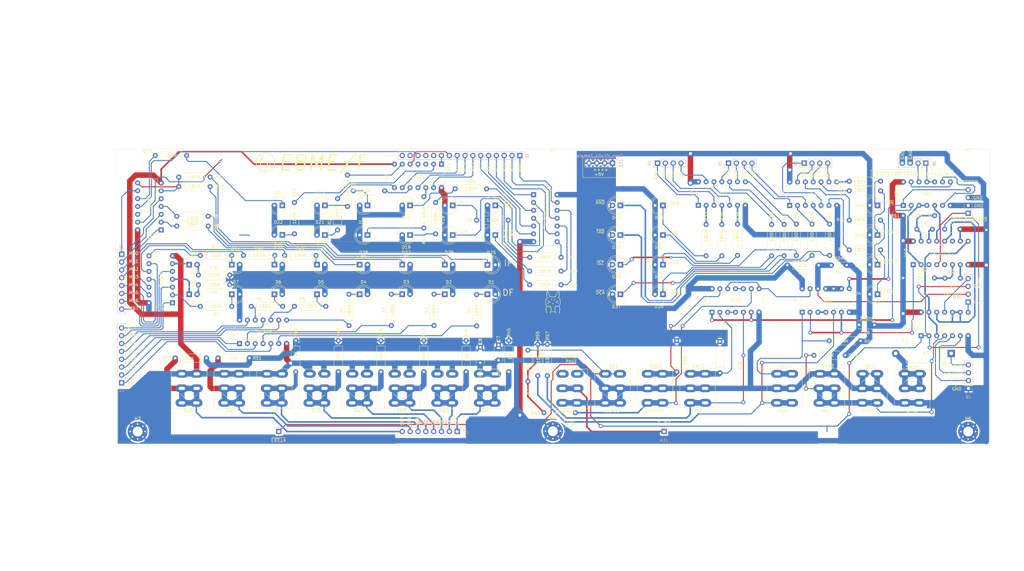
<source format=kicad_pcb>
(kicad_pcb (version 20211014) (generator pcbnew)
  (layers (0 "F.Cu" signal) (31 "B.Cu" signal) (34 "B.Paste" user) (35 "F.Paste" user) (36 "B.SilkS" user "B.Silkscreen") (37 "F.SilkS" user "F.Silkscreen") (38 "B.Mask" user) (39 "F.Mask" user) (44 "Edge.Cuts" user))
  (net 0 "")
  (net 1 "AC0")
  (net 2 "AC1")
  (net 3 "AC2")
  (net 4 "AC3")
  (net 5 "AC4")
  (net 6 "AC5")
  (net 7 "AC6")
  (net 8 "AC7")
  (net 9 "MB7")
  (net 10 "MB6")
  (net 11 "MB5")
  (net 12 "MB4")
  (net 13 "MB3")
  (net 14 "MB2")
  (net 15 "MB1")
  (net 16 "MB0")
  (net 17 "MA0")
  (net 18 "PC0")
  (net 19 "MA1")
  (net 20 "PC1")
  (net 21 "MA2")
  (net 22 "PC2")
  (net 23 "MA3")
  (net 24 "PC3")
  (net 25 "MA4")
  (net 26 "PC4")
  (net 27 "MA5")
  (net 28 "PC5")
  (net 29 "MA6")
  (net 30 "PC6")
  (net 31 "MA7")
  (net 32 "PC7")
  (net 33 "~{AND}")
  (net 34 "~{TAD}")
  (net 35 "~{ISZ}")
  (net 36 "~{DCA}")
  (net 37 "~{JMS}")
  (net 38 "~{JMP}")
  (net 39 "~{IOT}")
  (net 40 "~{OPR}")
  (net 41 "~{RUN}")
  (net 42 "~{FETCH}")
  (net 43 "~{DEFER}")
  (net 44 "~{EXEC}")
  (net 45 "~{EXT.LA}")
  (net 46 "~{HLT}")
  (net 47 "LA2")
  (net 48 "~{LA1}")
  (net 49 "~{RUN_COMMAND}")
  (net 50 "SR0")
  (net 51 "SR1")
  (net 52 "SR2")
  (net 53 "SR3")
  (net 54 "SR4")
  (net 55 "SR5")
  (net 56 "SR6")
  (net 57 "Net-(D1-Pad1)")
  (net 58 "Net-(D2-Pad1)")
  (net 59 "Net-(D3-Pad1)")
  (net 60 "Net-(D4-Pad1)")
  (net 61 "Net-(D6-Pad1)")
  (net 62 "Net-(D7-Pad1)")
  (net 63 "Net-(D8-Pad2)")
  (net 64 "Net-(D8-Pad1)")
  (net 65 "Net-(D9-Pad1)")
  (net 66 "Net-(D10-Pad1)")
  (net 67 "Net-(D11-Pad1)")
  (net 68 "Net-(D12-Pad1)")
  (net 69 "Net-(D13-Pad1)")
  (net 70 "Net-(D17-Pad1)")
  (net 71 "Net-(D18-Pad1)")
  (net 72 "Net-(D19-Pad1)")
  (net 73 "Net-(D20-Pad1)")
  (net 74 "Net-(D21-Pad1)")
  (net 75 "Net-(D22-Pad1)")
  (net 76 "Net-(D23-Pad1)")
  (net 77 "Net-(D25-Pad1)")
  (net 78 "Net-(D26-Pad1)")
  (net 79 "Net-(D27-Pad1)")
  (net 80 "Net-(D28-Pad1)")
  (net 81 "Net-(D29-Pad1)")
  (net 82 "Net-(D30-Pad1)")
  (net 83 "Net-(D31-Pad1)")
  (net 84 "Net-(D32-Pad1)")
  (net 85 "Net-(D32-Pad2)")
  (net 86 "Net-(D33-Pad1)")
  (net 87 "Net-(D34-Pad1)")
  (net 88 "Net-(D35-Pad1)")
  (net 89 "Net-(D36-Pad1)")
  (net 90 "Net-(D37-Pad1)")
  (net 91 "Net-(D38-Pad1)")
  (net 92 "Net-(D39-Pad1)")
  (net 93 "Net-(D40-Pad1)")
  (net 94 "Net-(D41-Pad1)")
  (net 95 "Net-(D42-Pad1)")
  (net 96 "Net-(D43-Pad1)")
  (net 97 "Net-(D44-Pad1)")
  (net 98 "+5V")
  (net 99 "Net-(R54-Pad1)")
  (net 100 "Net-(R55-Pad1)")
  (net 101 "GND")
  (net 102 "Net-(R56-Pad2)")
  (net 103 "Net-(R57-Pad1)")
  (net 104 "Net-(R58-Pad2)")
  (net 105 "Net-(R59-Pad1)")
  (net 106 "Net-(R60-Pad2)")
  (net 107 "Net-(C3-Pad2)")
  (net 108 "Net-(C4-Pad2)")
  (net 109 "Net-(D14-Pad1)")
  (net 110 "Net-(U6-Pad2)")
  (net 111 "Net-(U10-Pad2)")
  (net 112 "Net-(U10-Pad13)")
  (net 113 "Net-(U8-Pad12)")
  (net 114 "Net-(U8-Pad3)")
  (net 115 "Net-(U8-Pad10)")
  (net 116 "Net-(U10-Pad1)")
  (net 117 "Net-(U9-Pad10)")
  (net 118 "Net-(U9-Pad3)")
  (net 119 "Net-(U10-Pad9)")
  (net 120 "Net-(U10-Pad3)")
  (net 121 "Net-(U10-Pad11)")
  (net 122 "Net-(U10-Pad12)")
  (net 123 "Net-(U10-Pad5)")
  (net 124 "Net-(C3-Pad1)")
  (net 125 "Net-(C4-Pad1)")
  (net 126 "Net-(D5-Pad1)")
  (net 127 "HLT_COMM")
  (net 128 "~{EXT.DEPOSIT}")
  (net 129 "~{DEPOSIT}")
  (net 130 "~{DEP+EXAM}")
  (net 131 "~{CANCEL+DEP+EXAM}")
  (net 132 "Net-(R1-Pad1)")
  (net 133 "Net-(R2-Pad1)")
  (net 134 "Net-(R3-Pad1)")
  (net 135 "Net-(R4-Pad1)")
  (net 136 "Net-(R5-Pad1)")
  (net 137 "Net-(R6-Pad1)")
  (net 138 "Net-(R7-Pad1)")
  (net 139 "Net-(R9-Pad1)")
  (net 140 "Net-(R10-Pad1)")
  (net 141 "Net-(R11-Pad1)")
  (net 142 "Net-(R12-Pad1)")
  (net 143 "Net-(R13-Pad1)")
  (net 144 "Net-(R14-Pad1)")
  (net 145 "Net-(R16-Pad1)")
  (net 146 "Net-(R17-Pad1)")
  (net 147 "Net-(R18-Pad1)")
  (net 148 "Net-(R19-Pad1)")
  (net 149 "Net-(R20-Pad1)")
  (net 150 "Net-(R21-Pad1)")
  (net 151 "Net-(R22-Pad1)")
  (net 152 "Net-(R23-Pad1)")
  (net 153 "Net-(R25-Pad1)")
  (net 154 "Net-(R26-Pad1)")
  (net 155 "Net-(R27-Pad1)")
  (net 156 "Net-(R28-Pad1)")
  (net 157 "Net-(R29-Pad1)")
  (net 158 "Net-(R30-Pad1)")
  (net 159 "Net-(R31-Pad1)")
  (net 160 "Net-(R33-Pad1)")
  (net 161 "Net-(R34-Pad1)")
  (net 162 "Net-(R35-Pad1)")
  (net 163 "Net-(R36-Pad1)")
  (net 164 "Net-(R37-Pad1)")
  (net 165 "Net-(R38-Pad1)")
  (net 166 "Net-(R39-Pad1)")
  (net 167 "Net-(R40-Pad1)")
  (net 168 "Net-(R41-Pad1)")
  (net 169 "Net-(R42-Pad1)")
  (net 170 "Net-(R43-Pad1)")
  (net 171 "Net-(R44-Pad1)")
  (net 172 "SR7")
  (net 173 "Net-(C2-Pad2)")
  (net 174 "FAST_SLOW")
  (net 175 "Net-(U6-Pad13)")
  (net 176 "Net-(U6-Pad6)")
  (net 177 "Net-(J14-Pad1)")
  (net 178 "Net-(SW16-Pad4)")
  (net 179 "Net-(SW16-Pad1)")
  (footprint "LED_THT:LED_D5.0mm" (layer "F.Cu") (at 170.7 92.9)
    (fp_text reference "D1")
    (fp_text value "AC0")
  )
  (footprint "LED_THT:LED_D5.0mm" (layer "F.Cu") (at 156.9 92.9)
    (fp_text reference "D2")
    (fp_text value "AC1")
  )
  (footprint "LED_THT:LED_D5.0mm" (layer "F.Cu") (at 143.1 92.878)
    (fp_text reference "D3")
    (fp_text value "AC2")
  )
  (footprint "LED_THT:LED_D5.0mm" (layer "F.Cu") (at 129.3 92.9)
    (fp_text reference "D4")
    (fp_text value "AC3")
  )
  (footprint "LED_THT:LED_D5.0mm" (layer "F.Cu") (at 101.7 92.9)
    (fp_text reference "D6")
    (fp_text value "AC5")
  )
  (footprint "LED_THT:LED_D5.0mm" (layer "F.Cu") (at 87.9 92.9)
    (fp_text reference "D7")
    (fp_text value "AC6")
  )
  (footprint "LED_THT:LED_D5.0mm" (layer "F.Cu") (at 74.1 92.9)
    (fp_text reference "D8")
    (fp_text value "AC7")
  )
  (footprint "LED_THT:LED_D5.0mm" (layer "F.Cu") (at 173.24 64.1 180)
    (fp_text reference "D9")
    (fp_text value "PC0")
  )
  (footprint "LED_THT:LED_D5.0mm" (layer "F.Cu") (at 159.44 64.1 180)
    (fp_text reference "D10")
    (fp_text value "PC1")
  )
  (footprint "LED_THT:LED_D5.0mm" (layer "F.Cu") (at 145.64 64.1 180)
    (fp_text reference "D11")
    (fp_text value "PC2")
  )
  (footprint "LED_THT:LED_D5.0mm" (layer "F.Cu") (at 118.04 64.1 180)
    (fp_text reference "D13")
    (fp_text value "PC4")
  )
  (footprint "LED_THT:LED_D5.0mm" (layer "F.Cu") (at 173.24 73.7 180)
    (fp_text reference "D17")
    (fp_text value "MA0")
  )
  (footprint "LED_THT:LED_D5.0mm" (layer "F.Cu") (at 145.64 73.7 180)
    (fp_text reference "D19")
    (fp_text value "MA2")
  )
  (footprint "LED_THT:LED_D5.0mm" (layer "F.Cu") (at 131.84 73.7 180)
    (fp_text reference "D20")
    (fp_text value "MA3")
  )
  (footprint "LED_THT:LED_D5.0mm" (layer "F.Cu") (at 118.04 73.7 180)
    (fp_text reference "D21")
    (fp_text value "MA4")
  )
  (footprint "LED_THT:LED_D5.0mm" (layer "F.Cu") (at 104.24 73.65 180)
    (fp_text reference "D22")
    (fp_text value "MA5")
  )
  (footprint "LED_THT:LED_D5.0mm" (layer "F.Cu") (at 170.7 83.35)
    (fp_text reference "D25")
    (fp_text value "MB0")
  )
  (footprint "LED_THT:LED_D5.0mm" (layer "F.Cu") (at 156.9 83.3)
    (fp_text reference "D26")
    (fp_text value "MB1")
  )
  (footprint "LED_THT:LED_D5.0mm" (layer "F.Cu") (at 143.1 83.3)
    (fp_text reference "D27")
    (fp_text value "MB2")
  )
  (footprint "LED_THT:LED_D5.0mm" (layer "F.Cu") (at 115.5 83.3)
    (fp_text reference "D29")
    (fp_text value "MB4")
  )
  (footprint "LED_THT:LED_D5.0mm" (layer "F.Cu") (at 101.7 83.3)
    (fp_text reference "D30")
    (fp_text value "MB5")
  )
  (footprint "LED_THT:LED_D5.0mm" (layer "F.Cu") (at 87.9 83.3)
    (fp_text reference "D31")
    (fp_text value "MB6")
  )
  (footprint "LED_THT:LED_D5.0mm" (layer "F.Cu") (at 74.1 83.3)
    (fp_text reference "D32")
    (fp_text value "MB7")
  )
  (footprint "LED_THT:LED_D5.0mm" (layer "F.Cu") (at 227.54 64.1 180)
    (fp_text reference "D33")
    (fp_text value "~{OPR}")
  )
  (footprint "LED_THT:LED_D5.0mm" (layer "F.Cu") (at 227.54 83.3 180)
    (fp_text reference "D34")
    (fp_text value "~{JMP}")
  )
  (footprint "LED_THT:LED_D5.0mm" (layer "F.Cu") (at 227.54 92.9 180)
    (fp_text reference "D35")
    (fp_text value "~{JMS}")
  )
  (footprint "LED_THT:LED_D5.0mm" (layer "F.Cu") (at 227.54 73.7 180)
    (fp_text reference "D36")
    (fp_text value "~{IOT}")
  )
  (footprint "LED_THT:LED_D5.0mm" (layer "F.Cu") (at 213.74 92.9 180)
    (fp_text reference "D37")
    (fp_text value "~{DCA}")
  )
  (footprint "LED_THT:LED_D5.0mm" (layer "F.Cu") (at 213.74 83.3 180)
    (fp_text reference "D38")
    (fp_text value "~{ISZ}")
  )
  (footprint "LED_THT:LED_D5.0mm" (layer "F.Cu") (at 213.74 73.7 180)
    (fp_text reference "D39")
    (fp_text value "~{TAD}")
  )
  (footprint "LED_THT:LED_D5.0mm" (layer "F.Cu") (at 213.74 64.1 180)
    (fp_text reference "D40")
    (fp_text value "~{AND}")
  )
  (footprint "LED_THT:LED_D5.0mm" (layer "F.Cu") (at 297.04 92.9 180)
    (fp_text reference "D41")
    (fp_text value "~{EXEC}")
  )
  (footprint "LED_THT:LED_D5.0mm" (layer "F.Cu") (at 297.04 83.3 180)
    (fp_text reference "D42")
    (fp_text value "~{DEFER}")
  )
  (footprint "LED_THT:LED_D5.0mm" (layer "F.Cu") (at 297.04 73.7 180)
    (fp_text reference "D43")
    (fp_text value "~{FETCH}")
  )
  (footprint "LED_THT:LED_D5.0mm" (layer "F.Cu") (at 297.04 64.1 180)
    (fp_text reference "D44")
    (fp_text value "~{RUN}")
  )
  (footprint "MountingHole:MountingHole_3.2mm_M3" (layer "F.Cu") (at 191.9 50.4)
    (fp_text reference "H1")
    (fp_text value "MountingHole")
  )
  (footprint "MountingHole:MountingHole_3.2mm_M3" (layer "F.Cu") (at 326.3 50.4)
    (fp_text reference "H3")
    (fp_text value "MountingHole")
  )
  (footprint "MountingHole:MountingHole_3.2mm_M3" (layer "F.Cu") (at 57.4 50.4)
    (fp_text reference "H5" hide)
    (fp_text value "MountingHole" hide)
  )
  (footprint "Resistor_THT:R_Axial_DIN0207_L6.3mm_D2.5mm_P10.16mm_Horizontal" (layer "F.Cu") (at 167.2 103.165 90)
    (fp_text reference "R1")
    (fp_text value "180R")
  )
  (footprint "Resistor_THT:R_Axial_DIN0207_L6.3mm_D2.5mm_P10.16mm_Horizontal" (layer "F.Cu") (at 139.554 103.038 90)
    (fp_text reference "R3")
    (fp_text value "180R")
  )
  (footprint "Resistor_THT:R_Axial_DIN0207_L6.3mm_D2.5mm_P10.16mm_Horizontal" (layer "F.Cu") (at 125.838 103.038 90)
    (fp_text reference "R4")
    (fp_text value "180R")
  )
  (footprint "Resistor_THT:R_Axial_DIN0207_L6.3mm_D2.5mm_P10.16mm_Horizontal" (layer "F.Cu") (at 94.215 96.815)
    (fp_text reference "R6")
    (fp_text value "180R")
  )
  (footprint "Resistor_THT:R_Axial_DIN0207_L6.3mm_D2.5mm_P10.16mm_Horizontal" (layer "F.Cu") (at 77.705 96.815)
    (fp_text reference "R7")
    (fp_text value "180R")
  )
  (footprint "Resistor_THT:R_Axial_DIN0207_L6.3mm_D2.5mm_P10.16mm_Horizontal" (layer "F.Cu") (at 77.07 89.83)
    (fp_text reference "R8")
    (fp_text value "180R")
  )
  (footprint "Resistor_THT:R_Axial_DIN0207_L6.3mm_D2.5mm_P10.16mm_Horizontal" (layer "F.Cu") (at 177.4 68.875 180)
    (fp_text reference "R9")
    (fp_text value "180R")
  )
  (footprint "Resistor_THT:R_Axial_DIN0207_L6.3mm_D2.5mm_P10.16mm_Horizontal" (layer "F.Cu") (at 125.33 54.27 -90)
    (fp_text reference "R12")
    (fp_text value "180R")
  )
  (footprint "Resistor_THT:R_Axial_DIN0207_L6.3mm_D2.5mm_P10.16mm_Horizontal" (layer "F.Cu") (at 63.1 47.92)
    (fp_text reference "R13")
    (fp_text value "180R")
  )
  (footprint "Resistor_THT:R_Axial_DIN0207_L6.3mm_D2.5mm_P10.16mm_Horizontal" (layer "F.Cu") (at 194.545 89.83 180)
    (fp_text reference "R16")
    (fp_text value "180R")
  )
  (footprint "Resistor_THT:R_Axial_DIN0207_L6.3mm_D2.5mm_P10.16mm_Horizontal" (layer "F.Cu") (at 194.545 80.94 180)
    (fp_text reference "R17")
    (fp_text value "180R")
  )
  (footprint "Resistor_THT:R_Axial_DIN0207_L6.3mm_D2.5mm_P10.16mm_Horizontal" (layer "F.Cu") (at 153.905 63.16 -90)
    (fp_text reference "R18")
    (fp_text value "180R")
  )
  (footprint "Resistor_THT:R_Axial_DIN0207_L6.3mm_D2.5mm_P10.16mm_Horizontal" (layer "F.Cu") (at 150.095 61.255 -90)
    (fp_text reference "R19")
    (fp_text value "180R")
  )
  (footprint "Resistor_THT:R_Axial_DIN0207_L6.3mm_D2.5mm_P10.16mm_Horizontal" (layer "F.Cu") (at 194.545 85.385 180)
    (fp_text reference "R20")
    (fp_text value "180R")
  )
  (footprint "Resistor_THT:R_Axial_DIN0207_L6.3mm_D2.5mm_P10.16mm_Horizontal" (layer "F.Cu") (at 108.185 63.16 -90)
    (fp_text reference "R22")
    (fp_text value "180R")
  )
  (footprint "Resistor_THT:R_Axial_DIN0207_L6.3mm_D2.5mm_P10.16mm_Horizontal" (layer "F.Cu") (at 70.085 67.605)
    (fp_text reference "R27")
    (fp_text value "180R")
  )
  (footprint "Resistor_THT:R_Axial_DIN0207_L6.3mm_D2.5mm_P10.16mm_Horizontal" (layer "F.Cu") (at 105.01 80.305)
    (fp_text reference "R29")
    (fp_text value "180R")
  )
  (footprint "Resistor_THT:R_Axial_DIN0207_L6.3mm_D2.5mm_P10.16mm_Horizontal" (layer "F.Cu") (at 91.675 80.305)
    (fp_text reference "R30")
    (fp_text value "180R")
  )
  (footprint "Resistor_THT:R_Axial_DIN0207_L6.3mm_D2.5mm_P10.16mm_Horizontal" (layer "F.Cu") (at 77.705 80.305)
    (fp_text reference "R31")
    (fp_text value "180R")
  )
  (footprint "Resistor_THT:R_Axial_DIN0207_L6.3mm_D2.5mm_P10.16mm_Horizontal" (layer "F.Cu") (at 241.535 70.272 -90)
    (fp_text reference "R33")
    (fp_text value "180R")
  )
  (footprint "Resistor_THT:R_Axial_DIN0207_L6.3mm_D2.5mm_P10.16mm_Horizontal" (layer "F.Cu") (at 251.695 70.145 -90)
    (fp_text reference "R34")
    (fp_text value "180R")
  )
  (footprint "Resistor_THT:R_Axial_DIN0207_L6.3mm_D2.5mm_P10.16mm_Horizontal" (layer "F.Cu") (at 262.744 70.272 -90)
    (fp_text reference "R35")
    (fp_text value "180R")
  )
  (footprint "Resistor_THT:R_Axial_DIN0207_L6.3mm_D2.5mm_P10.16mm_Horizontal" (layer "F.Cu") (at 246.615 70.272 -90)
    (fp_text reference "R36")
    (fp_text value "180R")
  )
  (footprint "Resistor_THT:R_Axial_DIN0207_L6.3mm_D2.5mm_P10.16mm_Horizontal" (layer "F.Cu") (at 266.808 70.272 -90)
    (fp_text reference "R37")
    (fp_text value "180R")
  )
  (footprint "Resistor_THT:R_Axial_DIN0207_L6.3mm_D2.5mm_P10.16mm_Horizontal" (layer "F.Cu") (at 270.745 70.145 -90)
    (fp_text reference "R38")
    (fp_text value "180R")
  )
  (footprint "Resistor_THT:R_Axial_DIN0207_L6.3mm_D2.5mm_P10.16mm_Horizontal" (layer "F.Cu") (at 275.825 70.145 -90)
    (fp_text reference "R39")
    (fp_text value "180R")
  )
  (footprint "Resistor_THT:R_Axial_DIN0207_L6.3mm_D2.5mm_P10.16mm_Horizontal" (layer "F.Cu") (at 287.89 59.35)
    (fp_text reference "R43")
    (fp_text value "180R")
  )
  (footprint "Resistor_THT:R_Axial_DIN0207_L6.3mm_D2.5mm_P10.16mm_Horizontal" (layer "F.Cu") (at 287.89 56.2385)
    (fp_text reference "R44")
    (fp_text value "180R")
  )
  (footprint "Resistor_THT:R_Axial_DIN0207_L6.3mm_D2.5mm_P10.16mm_Horizontal" (layer "F.Cu") (at 163.8 118.06 90)
    (fp_text reference "R46")
    (fp_text value "10K")
  )
  (footprint "Resistor_THT:R_Axial_DIN0207_L6.3mm_D2.5mm_P10.16mm_Horizontal" (layer "F.Cu") (at 150.095 118.06 90)
    (fp_text reference "R47")
    (fp_text value "10K")
  )
  (footprint "Resistor_THT:R_Axial_DIN0207_L6.3mm_D2.5mm_P10.16mm_Horizontal" (layer "F.Cu") (at 136.2 118.06 90)
    (fp_text reference "R48")
    (fp_text value "10K")
  )
  (footprint "Resistor_THT:R_Axial_DIN0207_L6.3mm_D2.5mm_P10.16mm_Horizontal" (layer "F.Cu") (at 108.6 118.06 90)
    (fp_text reference "R50")
    (fp_text value "10K")
  )
  (footprint "Resistor_THT:R_Axial_DIN0207_L6.3mm_D2.5mm_P10.16mm_Horizontal" (layer "F.Cu") (at 83.44 113.6)
    (fp_text reference "R51")
    (fp_text value "10K")
  )
  (footprint "Resistor_THT:R_Axial_DIN0207_L6.3mm_D2.5mm_P10.16mm_Horizontal" (layer "F.Cu") (at 183.8 111 -90)
    (fp_text reference "R53")
    (fp_text value "10K")
  )
  (footprint "Resistor_THT:R_Axial_DIN0207_L6.3mm_D2.5mm_P10.16mm_Horizontal" (layer "F.Cu") (at 276.46 112.69)
    (fp_text reference "R54")
    (fp_text value "10K")
  )
  (footprint "Resistor_THT:R_Axial_DIN0207_L6.3mm_D2.5mm_P10.16mm_Horizontal" (layer "F.Cu") (at 291.56 108 180)
    (fp_text reference "R56")
    (fp_text value "10k")
  )
  (footprint "Resistor_THT:R_Axial_DIN0207_L6.3mm_D2.5mm_P10.16mm_Horizontal" (layer "F.Cu") (at 190.1 119.3 90)
    (fp_text reference "R57")
    (fp_text value "10k")
  )
  (footprint "Resistor_THT:R_Axial_DIN0207_L6.3mm_D2.5mm_P10.16mm_Horizontal" (layer "F.Cu") (at 245.98 108.245 -90)
    (fp_text reference "R58")
    (fp_text value "10k")
  )
  (footprint "Resistor_THT:R_Axial_DIN0207_L6.3mm_D2.5mm_P10.16mm_Horizontal" (layer "F.Cu") (at 305.34 67.4)
    (fp_text reference "R61")
    (fp_text value "10K")
  )
  (footprint "Resistor_THT:R_Axial_DIN0207_L6.3mm_D2.5mm_P10.16mm_Horizontal" (layer "F.Cu") (at 305.325 87.625)
    (fp_text reference "R62")
    (fp_text value "10K")
  )
  (footprint "Package_DIP:DIP-14_W7.62mm" (layer "F.Cu") (at 65.02 72.05 180)
    (fp_text reference "U1")
    (fp_text value "74LS05")
  )
  (footprint "Package_DIP:DIP-14_W7.62mm" (layer "F.Cu") (at 155.81 50.714 -90)
    (fp_text reference "U2")
    (fp_text value "74LS05")
  )
  (footprint "Package_DIP:DIP-14_W7.62mm" (layer "F.Cu") (at 185.655 60.62)
    (fp_text reference "U3")
    (fp_text value "74LS05")
  )
  (footprint "Package_DIP:DIP-14_W7.62mm" (layer "F.Cu") (at 268.6 64.1125 90)
    (fp_text reference "U5")
    (fp_text value "7417")
  )
  (footprint "Package_DIP:DIP-14_W7.62mm" (layer "F.Cu") (at 305.4 64.1 90)
    (fp_text reference "U6")
    (fp_text value "7400")
  )
  (footprint "Package_DIP:DIP-14_W7.62mm" (layer "F.Cu") (at 68.688 95.672 180)
    (fp_text reference "U7")
    (fp_text value "74LS05")
  )
  (footprint "Package_DIP:DIP-14_W7.62mm" (layer "F.Cu") (at 243.44 98.72 90)
    (fp_text reference "U8")
    (fp_text value "7400")
  )
  (footprint "Package_DIP:DIP-14_W7.62mm" (layer "F.Cu") (at 272.65 98.72 90)
    (fp_text reference "U9")
    (fp_text value "7400")
  )
  (footprint "Package_DIP:DIP-16_W7.62mm" (layer "F.Cu") (at 308.62 83.3 90)
    (fp_text reference "U10")
    (fp_text value "74LS123")
  )
  (footprint "Package_DIP:DIP-14_W7.62mm" (layer "F.Cu") (at 90.405 108.88 90)
    (fp_text reference "U11")
    (fp_text value "74LS05")
  )
  (footprint "Package_DIP:DIP-14_W7.62mm" (layer "F.Cu") (at 311.16 106.34 90)
    (fp_text reference "U12")
    (fp_text value "7400")
  )
  (footprint "Package_DIP:DIP-14_W7.62mm" (layer "F.Cu") (at 238.995 64.049 90)
    (fp_text reference "U4")
    (fp_text value "7417")
  )
  (footprint "Capacitor_THT:C_Disc_D4.3mm_W1.9mm_P5.00mm" (layer "F.Cu") (at 318.8 71.8)
    (fp_text reference "C1")
    (fp_text value "100nF")
  )
  (footprint "Capacitor_THT:C_Disc_D4.3mm_W1.9mm_P5.00mm" (layer "F.Cu") (at 314.8 71.8 180)
    (fp_text reference "C3")
    (fp_text value "1nF")
  )
  (footprint "Capacitor_THT:C_Disc_D4.3mm_W1.9mm_P5.00mm" (layer "F.Cu") (at 323.9 87.7 180)
    (fp_text reference "C4")
    (fp_text value "100pF")
  )
  (footprint "Capacitor_THT:C_Disc_D4.3mm_W1.9mm_P5.00mm" (layer "F.Cu") (at 287.048 83.48 180)
    (fp_text reference "C5")
    (fp_text value "100nF")
  )
  (footprint "LED_THT:LED_D5.0mm" (layer "F.Cu") (at 159.44 73.7 180)
    (fp_text reference "D18")
    (fp_text value "MA1")
  )
  (footprint "LED_THT:LED_D5.0mm" (layer "F.Cu") (at 115.5 92.9)
    (fp_text reference "D5")
    (fp_text value "AC4")
  )
  (footprint "LED_THT:LED_D5.0mm" (layer "F.Cu") (at 104.24 64.1 180)
    (fp_text reference "D14")
    (fp_text value "PC5")
  )
  (footprint "Resistor_THT:R_Axial_DIN0207_L6.3mm_D2.5mm_P10.16mm_Horizontal" (layer "F.Cu") (at 70.72 58)
    (fp_text reference "R26")
    (fp_text value "180R")
  )
  (footprint "Resistor_THT:R_Axial_DIN0207_L6.3mm_D2.5mm_P10.16mm_Horizontal" (layer "F.Cu") (at 287.89 68.875)
    (fp_text reference "R42")
    (fp_text value "180R")
  )
  (footprint "Resistor_THT:R_Axial_DIN0207_L6.3mm_D2.5mm_P10.16mm_Horizontal" (layer "F.Cu") (at 287.89 78.527)
    (fp_text reference "R41")
    (fp_text value "180R")
  )
  (footprint "Resistor_THT:R_Axial_DIN0207_L6.3mm_D2.5mm_P10.16mm_Horizontal" (layer "F.Cu") (at 77.07 86.655)
    (fp_text reference "R32")
    (fp_text value "180R")
  )
  (footprint "Resistor_THT:R_Axial_DIN0207_L6.3mm_D2.5mm_P10.16mm_Horizontal" (layer "F.Cu") (at 122.155 61.89 -90)
    (fp_text reference "R21")
    (fp_text value "180R")
  )
  (footprint "Resistor_THT:R_Axial_DIN0207_L6.3mm_D2.5mm_P10.16mm_Horizontal" (layer "F.Cu") (at 153.397 103.038 90)
    (fp_text reference "R2")
    (fp_text value "180R")
  )
  (footprint "Resistor_THT:R_Axial_DIN0207_L6.3mm_D2.5mm_P10.16mm_Horizontal" (layer "F.Cu") (at 137.395 59.35 180)
    (fp_text reference "R11")
    (fp_text value "180R")
  )
  (footprint "LED_THT:LED_D5.0mm" (layer "F.Cu") (at 131.84 64.1 180)
    (fp_text reference "D12")
    (fp_text value "PC3")
  )
  (footprint "Resistor_THT:R_Axial_DIN0207_L6.3mm_D2.5mm_P10.16mm_Horizontal" (layer "F.Cu") (at 108.185 96.815)
    (fp_text reference "R5")
    (fp_text value "180R")
  )
  (footprint "Resistor_THT:R_Axial_DIN0207_L6.3mm_D2.5mm_P10.16mm_Horizontal" (layer "F.Cu") (at 170.415 58.715 180)
    (fp_text reference "R10")
    (fp_text value "180R")
  )
  (footprint "Resistor_THT:R_Axial_DIN0207_L6.3mm_D2.5mm_P10.16mm_Horizontal" (layer "F.Cu") (at 70.72 54.9)
    (fp_text reference "R25")
    (fp_text value "180R")
  )
  (footprint "Resistor_THT:R_Axial_DIN0207_L6.3mm_D2.5mm_P10.16mm_Horizontal" (layer "F.Cu") (at 122.4 118.06 90)
    (fp_text reference "R49")
    (fp_text value "10K")
  )
  (footprint "Resistor_THT:R_Axial_DIN0207_L6.3mm_D2.5mm_P10.16mm_Horizontal" (layer "F.Cu") (at 267.824 83.48)
    (fp_text reference "R52")
    (fp_text value "22k")
  )
  (footprint "EDUC-8:EA_Symbol" (layer "F.Cu") (at 98.8 50.1)
    (fp_text reference "REF**" hide)
    (fp_text value "EA_Symbol" hide)
  )
  (footprint "Resistor_THT:R_Axial_DIN0207_L6.3mm_D2.5mm_P10.16mm_Horizontal" (layer "F.Cu") (at 281.54 70.145 -90)
    (fp_text reference "R40")
    (fp_text value "180R")
  )
  (footprint "Resistor_THT:R_Axial_DIN0207_L6.3mm_D2.5mm_P10.16mm_Horizontal" (layer "F.Cu") (at 177.6 118.06 90)
    (fp_text reference "R45")
    (fp_text value "10K")
  )
  (footprint "Resistor_THT:R_Axial_DIN0207_L6.3mm_D2.5mm_P10.16mm_Horizontal" (layer "F.Cu") (at 69.54 113.6)
    (fp_text reference "R63")
    (fp_text value "10K")
  )
  (footprint "dBSound_library:DPDT_toggle_switch_wired" (layer "F.Cu") (at 170.7 123.4 180)
    (fp_text reference "SW1")
    (fp_text value "SR0")
  )
  (footprint "dBSound_library:DPDT_toggle_switch_wired" (layer "F.Cu") (at 266.9 123.4)
    (fp_text reference "SW12")
    (fp_text value "RUN")
  )
  (footprint "dBSound_library:DPDT_toggle_switch_wired" (layer "F.Cu") (at 143.1 123.4 180)
    (fp_text reference "SW3")
    (fp_text value "SR2")
  )
  (footprint "dBSound_library:DPDT_toggle_switch_wired" (layer "F.Cu") (at 129.3 123.4 180)
    (fp_text reference "SW4")
    (fp_text value "SR3")
  )
  (footprint "dBSound_library:DPDT_toggle_switch_wired" (layer "F.Cu") (at 115.5 123.4 180)
    (fp_text reference "SW5")
    (fp_text value "SR4")
  )
  (footprint "dBSound_library:DPDT_toggle_switch_wired" (layer "F.Cu") (at 101.7 123.4 180)
    (fp_text reference "SW6")
    (fp_text value "SR5")
  )
  (footprint "dBSound_library:DPDT_toggle_switch_wired" (layer "F.Cu") (at 87.9 123.4 180)
    (fp_text reference "SW7")
    (fp_text value "SR6")
  )
  (footprint "dBSound_library:DPDT_toggle_switch_wired" (layer "F.Cu") (at 74.1 123.4 180)
    (fp_text reference "SW8")
    (fp_text value "SR7")
  )
  (footprint "dBSound_library:DPDT_toggle_switch_wired" (layer "F.Cu") (at 211.2 123.4)
    (fp_text reference "SW9")
    (fp_text value "LD_ADD")
  )
  (footprint "dBSound_library:DPDT_toggle_switch_wired" (layer "F.Cu") (at 280.7 123.4)
    (fp_text reference "SW13")
    (fp_text value "HALT")
  )
  (footprint "dBSound_library:DPDT_toggle_switch_wired" (layer "F.Cu") (at 294.5 123.4)
    (fp_text reference "SW14")
    (fp_text value "SINGLE")
  )
  (footprint "dBSound_library:DPDT_toggle_switch_wired" (layer "F.Cu") (at 308.3 123.4 180)
    (fp_text reference "SW15")
    (fp_text value "SLOW")
  )
  (footprint "dBSound_library:DPDT_toggle_switch_wired" (layer "F.Cu") (at 238.8 123.4)
    (fp_text reference "SW11")
    (fp_text value "EXAM")
  )
  (footprint "dBSound_library:DPDT_toggle_switch_wired" (layer "F.Cu") (at 225 123.4)
    (fp_text reference "SW10")
    (fp_text value "DEPOSIT")
  )
  (footprint "dBSound_library:DPDT_toggle_switch_wired" (layer "F.Cu") (at 156.9 123.4 180)
    (fp_text reference "SW2")
    (fp_text value "SR1")
  )
  (footprint "Resistor_THT:R_Axial_DIN0207_L6.3mm_D2.5mm_P10.16mm_Horizontal" (layer "F.Cu") (at 232 107.94 -90)
    (fp_text reference "R60")
    (fp_text value "10k")
  )
  (footprint "Resistor_THT:R_Axial_DIN0207_L6.3mm_D2.5mm_P10.16mm_Horizontal" (layer "F.Cu") (at 187 119.3 90)
    (fp_text reference "R55")
    (fp_text value "10k")
  )
  (footprint "Capacitor_THT:CP_Axial_L11.0mm_D6.0mm_P18.00mm_Horizontal" (layer "F.Cu") (at 320.91 112.055 180)
    (fp_text reference "C2")
    (fp_text value "47uf")
  )
  (footprint "Resistor_THT:R_Axial_DIN0207_L6.3mm_D2.5mm_P10.16mm_Horizontal" (layer "F.Cu") (at 199.2 131.3 180)
    (fp_text reference "R59")
    (fp_text value "10k")
  )
  (footprint "MountingHole:MountingHole_3.2mm_M3_Pad_Via" (layer "F.Cu") (at 57.4 137.4)
    (fp_text reference "H2")
    (fp_text value "MountingHole_Pad")
  )
  (footprint "MountingHole:MountingHole_3.2mm_M3_Pad_Via" (layer "F.Cu") (at 326.4 137.4)
    (fp_text reference "H6")
    (fp_text value "MountingHole_Pad")
  )
  (footprint "MountingHole:MountingHole_3.2mm_M3_Pad_Via" (layer "F.Cu") (at 191.9 137.3)
    (fp_text reference "H4")
    (fp_text value "MountingHole_Pad")
  )
  (footprint "Capacitor_THT:C_Disc_D5.0mm_W2.5mm_P5.00mm" (layer "F.Cu") (at 174.3 109.3 -90)
    (fp_text reference "C7")
    (fp_text value "100nF")
  )
  (footprint "Capacitor_THT:C_Disc_D5.0mm_W2.5mm_P5.00mm" (layer "F.Cu") (at 168.4 110.1 -90)
    (fp_text reference "C8")
    (fp_text value "100nF")
  )
  (footprint "Capacitor_THT:C_Disc_D5.0mm_W2.5mm_P5.00mm" (layer "F.Cu") (at 296.018 102.784 180)
    (fp_text reference "C6")
    (fp_text value "100nF")
  )
  (footprint "LED_THT:LED_D5.0mm" (layer "F.Cu") (at 129.3 83.3)
    (fp_text reference "D28")
    (fp_text value "MB3")
  )
  (footprint "dBSound_library:DPDT_toggle_switch_wired" (layer "F.Cu") (at 197.4 123.4 180)
    (fp_text reference "SW16")
    (fp_text value "SLOW")
  )
  (footprint "Resistor_THT:R_Axial_DIN0207_L6.3mm_D2.5mm_P10.16mm_Horizontal" (layer "F.Cu") (at 70.085 70.78)
    (fp_text reference "R28")
    (fp_text value "180R")
  )
  (footprint "Connector_PinSocket_2.54mm:PinSocket_1x08_P2.54mm_Vertical" (layer "B.Cu") (at 52.2 121.58)
    (fp_text reference "J1")
    (fp_text value "Accumulator")
  )
  (footprint "Connector_PinSocket_2.54mm:PinSocket_1x08_P2.54mm_Vertical" (layer "B.Cu") (at 52.2288 79.924 180)
    (fp_text reference "J2")
    (fp_text value "Mem_Buffer")
  )
  (footprint "Connector_PinSocket_2.54mm:PinSocket_1x16_P2.54mm_Vertical" (layer "B.Cu") (at 181.21 47.92 90)
    (fp_text reference "J3")
    (fp_text value "Conn_01x16_Female")
  )
  (footprint "Connector_PinSocket_2.54mm:PinSocket_1x04_P2.54mm_Vertical" (layer "B.Cu") (at 225.78 50.4 -90)
    (fp_text reference "J4")
    (fp_text value "Conn_01x04_Female")
  )
  (footprint "Connector_PinSocket_2.54mm:PinSocket_1x04_P2.54mm_Vertical" (layer "B.Cu") (at 248.78 50.4 -90)
    (fp_text reference "J5")
    (fp_text value "Conn_01x04_Female")
  )
  (footprint "Connector_PinSocket_2.54mm:PinSocket_1x04_P2.54mm_Vertical" (layer "B.Cu") (at 273.28 50.4 -90)
    (fp_text reference "J6")
    (fp_text value "Conn_01x04_Female")
  )
  (footprint "Connector_PinSocket_2.54mm:PinSocket_1x08_P2.54mm_Vertical" (layer "B.Cu") (at 160.9 137.4 90)
    (fp_text reference "J7")
    (fp_text value "SR_REGISTER")
  )
  (footprint "Connector_PinSocket_2.54mm:PinSocket_1x04_P2.54mm_Vertical" (layer "B.Cu") (at 312.7 50.4 90)
    (fp_text reference "J8")
    (fp_text value "Conn_01x04_Female")
  )
  (footprint "Connector_PinSocket_2.54mm:PinSocket_1x04_P2.54mm_Vertical" (layer "B.Cu") (at 326.5 123.4)
    (fp_text reference "J9")
    (fp_text value "Conn_01x04_Female")
  )
  (footprint "Connector_PinSocket_2.54mm:PinSocket_1x04_P2.54mm_Vertical" (layer "B.Cu") (at 326.4 95.44)
    (fp_text reference "J10")
    (fp_text value "Conn_01x04_Female")
  )
  (footprint "Connector_PinSocket_2.54mm:PinSocket_1x04_P2.54mm_Vertical" (layer "B.Cu") (at 326.4 66.64)
    (fp_text reference "J11")
    (fp_text value "Conn_01x04_Female")
  )
  (footprint "Connector_PinSocket_2.54mm:PinSocket_1x04_P2.54mm_Vertical" (layer "B.Cu") (at 211.2 50.4 90)
    (fp_text reference "J12")
    (fp_text value "Conn_01x04_Female")
  )
  (footprint "Connector_PinSocket_2.54mm:PinSocket_1x01_P2.54mm_Vertical" (layer "B.Cu") (at 103.1 137.4)
    (fp_text reference "J13")
    (fp_text value "~{EXT.LA}")
  )
  (footprint "Connector_PinSocket_2.54mm:PinSocket_1x01_P2.54mm_Vertical" (layer "B.Cu") (at 227.9 137.4)
    (fp_text reference "J14")
    (fp_text value "Z-BIT")
  )
  (gr_line (start 314.56 48.682) (end 311.512 48.682) (layer "F.SilkS") (width 0.12))
  (gr_line (start 308.972 48.682) (end 311.512 48.682) (layer "F.SilkS") (width 0.12))
  (gr_line (start 201.53 48.428) (end 201.784 48.428) (layer "F.SilkS") (width 0.12))
  (gr_line (start 141.205 47.92) (end 140.57 47.285) (layer "F.SilkS") (width 0.12))
  (gr_line (start 321.418 55.286) (end 321.418 52.492) (layer "F.SilkS") (width 0.12))
  (gr_line (start 136.76 47.92) (end 141.205 47.92) (layer "F.SilkS") (width 0.12))
  (gr_line (start 308.972 52.492) (end 308.972 48.682) (layer "F.SilkS") (width 0.12))
  (gr_line (start 311.512 55.286) (end 295.002 55.286) (layer "F.SilkS") (width 0.12))
  (gr_line (start 141.205 47.92) (end 140.57 48.555) (layer "F.SilkS") (width 0.12))
  (gr_line (start 201.784 48.428) (end 212.96 48.428) (layer "F.SilkS") (width 0.12))
  (gr_line (start 314.56 52.492) (end 314.56 48.936) (layer "F.SilkS") (width 0.12))
  (gr_line (start 314.56 48.936) (end 314.56 48.682) (layer "F.SilkS") (width 0.12))
  (gr_line (start 295.002 52.492) (end 308.972 52.492) (layer "F.SilkS") (width 0.12))
  (gr_line (start 311.512 55.286) (end 321.418 55.286) (layer "F.SilkS") (width 0.12))
  (gr_line (start 201.53 55.032) (end 201.53 48.428) (layer "F.SilkS") (width 0.12))
  (gr_line (start 311.512 48.682) (end 311.512 55.286) (layer "F.SilkS") (width 0.12))
  (gr_line (start 212.96 55.032) (end 201.53 55.032) (layer "F.SilkS") (width 0.12))
  (gr_line (start 295.002 55.286) (end 295.002 52.492) (layer "F.SilkS") (width 0.12))
  (gr_line (start 212.96 48.428) (end 212.96 55.032) (layer "F.SilkS") (width 0.12))
  (gr_line (start 321.418 52.492) (end 314.56 52.492) (layer "F.SilkS") (width 0.12))
  (gr_line (start 50.4 45.9) (end 50.4 141.9) (layer "Edge.Cuts") (width 0.05))
  (gr_line (start 333.4 45.9) (end 50.4 45.9) (layer "Edge.Cuts") (width 0.05))
  (gr_line (start 50.4 141.9) (end 333.4 141.9) (layer "Edge.Cuts") (width 0.05))
  (gr_line (start 333.4 141.9) (end 333.4 45.9) (layer "Edge.Cuts") (width 0.05))
  (gr_text "~{JMP}" (at 231.375 54.27 90) (layer "F.SilkS") (effects (font (size 1 1))))
  (gr_text "SR5" (at 148.19 134.026 90) (layer "F.SilkS") (effects (font (size 1 1))))
  (gr_text "~{FTCH}" (at 278.365 53 90) (layer "F.SilkS") (effects (font (size 1 1))))
  (gr_text "MB0" (at 56.115 79.67) (layer "F.SilkS") (effects (font (size 1 1))))
  (gr_text "AC1" (at 55.48 119.04) (layer "F.SilkS") (effects (font (size 1 1))))
  (gr_text "FST/SLW" (at 321.164 115.738) (layer "F.SilkS") (effects (font (size 1 1))))
  (gr_text "AC2" (at 55.48 116.5) (layer "F.SilkS") (effects (font (size 1 1))))
  (gr_text "AC4" (at 55.48 111.42) (layer "F.SilkS") (effects (font (size 1 1))))
  (gr_text "~{DEPOSIT}" (at 326.498 56.81) (layer "F.SilkS") (effects (font (size 1 1))))
  (gr_text "DF" (at 177.4 92.37) (layer "F.SilkS") (effects (font (size 2 2) (thickness 0.25))))
  (gr_text "DEP+EXAM" (at 316.338 54.016) (layer "F.SilkS") (effects (font (size 1 1))))
  (gr_text "MB5" (at 56.115 92.37) (layer "F.SilkS") (effects (font (size 1 1))))
  (gr_text "~{OPR}" (at 225.66 54.27 90) (layer "F.SilkS") (effects (font (size 1 1))))
  (gr_text "AC3" (at 55.48 113.96) (layer "F.SilkS") (effects (font (size 1 1))))
  (gr_text "~{HALT\n}" (at 322.434 121.072) (layer "F.SilkS") (effects (font (size 1 1))))
  (gr_text "~{CANCEL+DEP+EXAM}" (at 302.876 54.016) (layer "F.SilkS") (effects (font (size 1 1))))
  (gr_text "GND" (at 329.546 90.338) (layer "F.SilkS") (effects (font (size 1 1))))
  (gr_text "IF" (at 177.4 82.845) (layer "F.SilkS") (effects (font (size 2 2) (thickness 0.25))))
  (gr_text "~{DEF}" (at 275.825 53.635 90) (layer "F.SilkS") (effects (font (size 1 1))))
  (gr_text "MA0\n" (at 181.21 51.73 90) (layer "F.SilkS") (effects (font (size 1 1))))
  (gr_text "AC6" (at 55.48 106.34) (layer "F.SilkS") (effects (font (size 1 1))))
  (gr_text "AC0" (at 55.48 121.58) (layer "F.SilkS") (effects (font (size 1 1))))
  (gr_text "~{IOT\n}" (at 228.835 54.27 90) (layer "F.SilkS") (effects (font (size 1 1))))
  (gr_text "SR7" (at 143.11 134.026 90) (layer "F.SilkS") (effects (font (size 1 1))))
  (gr_text "MA2" (at 171.05 51.73 90) (layer "F.SilkS") (effects (font (size 1 1))))
  (gr_text "PC1" (at 173.59 51.73 90) (layer "F.SilkS") (effects (font (size 1 1))))
  (gr_text "GND" (at 307.702 47.666 90) (layer "F.SilkS") (effects (font (size 1 1))))
  (gr_text "SR1" (at 158.35 134.026 90) (layer "F.SilkS") (effects (font (size 1 1))))
  (gr_text "~{EXEC}" (at 273.285 53 90) (layer "F.SilkS") (effects (font (size 1 1))))
  (gr_text "MB1" (at 56.115 82.21) (layer "F.SilkS") (effects (font (size 1 1))))
  (gr_text "~{LA1\n}" (at 329.8 87.798) (layer "F.SilkS") (effects (font (size 1 1))))
  (gr_text "PC2" (at 168.51 51.73 90) (layer "F.SilkS") (effects (font (size 1 1))))
  (gr_text "~{EXT.LA}" (at 103 140.2) (layer "F.SilkS") (effects (font (size 1 1))))
  (gr_text "~{TAD}" (at 254.235 53.635 90) (layer "F.SilkS") (effects (font (size 1 1))))
  (gr_text "MB6" (at 56.115 94.91) (layer "F.SilkS") (effects (font (size 1 1))))
  (gr_text "++++" (at 207.372 52.492) (layer "F.SilkS") (effects (font (size 1 1))))
  (gr_text "SR3" (at 153.27 134.026 90) (layer "F.SilkS") (effects (font (size 1 1))))
  (gr_text "MB3" (at 56.115 87.29) (layer "F.SilkS") (effects (font (size 1 1))))
  (gr_text "+5V" (at 206.864 54.016) (layer "F.SilkS") (effects (font (size 1 1))))
  (gr_text "OR" (at 177.4 73.32) (layer "F.SilkS") (effects (font (size 2 2) (thickness 0.25))))
  (gr_text "~{RUN}" (at 280.905 53.635 90) (layer "F.SilkS") (effects (font (size 1 1))))
  (gr_text "CURRENT\nPAGE" (at 197.9 113.9) (layer "F.SilkS") (effects (font (size 1 1))))
  (gr_text "~{EXT.DEP}" (at 321.4 93.1) (layer "F.SilkS") (effects (font (size 1 1))))
  (gr_text "PC0" (at 178.67 51.73 90) (layer "F.SilkS") (effects (font (size 1 1))))
  (gr_text "~{DCA}" (at 248.52 53.635 90) (layer "F.SilkS") (effects (font (size 1 1))))
  (gr_text "PAGE \nZERO" (at 197.65 134.65) (layer "F.SilkS") (effects (font (size 1 1))))
  (gr_text "~{ISZ}" (at 251.695 53.635 90) (layer "F.SilkS") (effects (font (size 1 1))))
  (gr_text "E8ME/F" (at 117.5 50.3) (layer "F.SilkS") (effects (font (size 5 5) (thickness 0.5) italic)))
  (gr_text "MB7" (at 56.115 97.45) (layer "F.SilkS") (effects (font (size 1 1))))
  (gr_text "GND" (at 329.8 64.176) (layer "F.SilkS") (effects (font (size 1 1))))
  (gr_text "MA3" (at 165.97 51.73 90) (layer "F.SilkS") (effects (font (size 1 1))))
  (gr_text "SR6" (at 145.396 134.026 90) (layer "F.SilkS") (effects (font (size 1 1))))
  (gr_text "SR0" (at 160.89 134.026 90) (layer "F.SilkS") (effects (font (size 1 1))))
  (gr_text "MB4" (at 56.115 89.83) (layer "F.SilkS") (effects (font (size 1 1))))
  (gr_text "MB2" (at 56.115 84.75) (layer "F.SilkS") (effects (font (size 1 1))))
  (gr_text "M1A" (at 176.13 51.73 90) (layer "F.SilkS") (effects (font (size 1 1))))
  (gr_text "~{AND}" (at 256.775 53.635 90) (layer "F.SilkS") (effects (font (size 1 1))))
  (gr_text "AC7" (at 55.48 103.8) (layer "F.SilkS") (effects (font (size 1 1))))
  (gr_text "HLT/COMM" (at 320.656 118.532) (layer "F.SilkS") (effects (font (size 1 1))))
  (gr_text "MA4" (at 160.89 51.73 90) (layer "F.SilkS") (effects (font (size 1 1))))
  (gr_text "PC3" (at 163.43 51.73 90) (layer "F.SilkS") (effects (font (size 1 1))))
  (gr_text "~{JMS}" (at 233.915 54.27 90) (layer "F.SilkS") (effects (font (size 1 1))))
  (gr_text "SR2" (at 155.81 134.026 90) (layer "F.SilkS") (effects (font (size 1 1))))
  (gr_text "(\\__/)\n(>’.’<)\n(“)_(“)" (at 191.91 95.31) (layer "F.SilkS") (effects (font (size 1.5 1))))
  (gr_text "IR" (at 177.4 63.795) (layer "F.SilkS") (effects (font (size 2 2) (thickness 0.25))))
  (gr_text "~{RUN_COMMAND}" (at 327.006 68.748) (layer "F.SilkS") (effects (font (size 1 1))))
  (gr_text "GND" (at 322.688 123.612) (layer "F.SilkS") (effects (font (size 1 1))))
  (gr_text "GND" (at 329.546 61.636) (layer "F.SilkS") (effects (font (size 1 1))))
  (gr_text "LA2" (at 329.546 95.418) (layer "F.SilkS") (effects (font (size 1 1))))
  (gr_text "GND" (at 305.162 47.666 90) (layer "F.SilkS") (effects (font (size 1 1))))
  (gr_text "PC4" (at 158.35 51.73 90) (layer "F.SilkS") (effects (font (size 1 1))))
  (gr_text "SR4" (at 150.73 134.026 90) (layer "F.SilkS") (effects (font (size 1 1))))
  (gr_text "AC5" (at 55.48 108.88) (layer "F.SilkS") (effects (font (size 1 1))))
  (segment (start 99.93 111.42) (end 85.96 111.42) (width 0.3048) (layer "B.Cu") (net 1))
  (segment (start 53.575 121.58) (end 52.2 121.58) (width 0.3048) (layer "B.Cu") (net 1))
  (segment (start 82.785 108.245) (end 66.91 108.245) (width 0.3048) (layer "B.Cu") (net 1))
  (segment (start 85.96 111.42) (end 82.785 108.245) (width 0.3048) (layer "B.Cu") (net 1))
  (segment (start 100.565 108.88) (end 100.565 110.785) (width 0.3048) (layer "B.Cu") (net 1))
  (segment (start 66.91 108.245) (end 53.575 121.58) (width 0.3048) (layer "B.Cu") (net 1))
  (segment (start 100.565 110.785) (end 99.93 111.42) (width 0.3048) (layer "B.Cu") (net 1))
  (segment (start 94.85 110.785) (end 86.595 110.785) (width 0.3048) (layer "B.Cu") (net 2))
  (segment (start 86.595 110.785) (end 83.42 107.61) (width 0.3048) (layer "B.Cu") (net 2))
  (segment (start 53.575 119.04) (end 52.2 119.04) (width 0.3048) (layer "B.Cu") (net 2))
  (segment (start 65.005 107.61) (end 53.575 119.04) (width 0.3048) (layer "B.Cu") (net 2))
  (segment (start 95.485 108.88) (end 95.485 110.15) (width 0.3048) (layer "B.Cu") (net 2))
  (segment (start 83.42 107.61) (end 65.005 107.61) (width 0.3048) (layer "B.Cu") (net 2))
  (segment (start 95.485 110.15) (end 94.85 110.785) (width 0.3048) (layer "B.Cu") (net 2))
  (segment (start 53.575 116.5) (end 63.1 106.975) (width 0.3048) (layer "B.Cu") (net 3))
  (segment (start 63.1 106.975) (end 84.055 106.975) (width 0.3048) (layer "B.Cu") (net 3))
  (segment (start 85.96 108.88) (end 90.405 108.88) (width 0.3048) (layer "B.Cu") (net 3))
  (segment (start 52.2 116.5) (end 53.575 116.5) (width 0.3048) (layer "B.Cu") (net 3))
  (segment (start 84.055 106.975) (end 85.96 108.88) (width 0.3048) (layer "B.Cu") (net 3))
  (segment (start 85.96 104.435) (end 102.47 104.435) (width 0.3048) (layer "B.Cu") (net 4))
  (segment (start 84.055 106.34) (end 85.96 104.435) (width 0.3048) (layer "B.Cu") (net 4))
  (segment (start 103.105 103.8) (end 103.105 101.26) (width 0.3048) (layer "B.Cu") (net 4))
  (segment (start 53.575 113.96) (end 61.195 106.34) (width 0.3048) (layer "B.Cu") (net 4))
  (segment (start 52.2 113.96) (end 53.575 113.96) (width 0.3048) (layer "B.Cu") (net 4))
  (segment (start 61.195 106.34) (end 84.055 106.34) (width 0.3048) (layer "B.Cu") (net 4))
  (segment (start 102.47 104.435) (end 103.105 103.8) (width 0.3048) (layer "B.Cu") (net 4))
  (segment (start 83.42 105.705) (end 85.325 103.8) (width 0.3048) (layer "B.Cu") (net 5))
  (segment (start 97.39 103.8) (end 98.025 103.165) (width 0.3048) (layer "B.Cu") (net 5))
  (segment (start 98.025 103.165) (end 98.025 101.26) (width 0.3048) (layer "B.Cu") (net 5))
  (segment (start 52.2 111.42) (end 53.575 111.42) (width 0.3048) (layer "B.Cu") (net 5))
  (segment (start 53.575 111.42) (end 59.29 105.705) (width 0.3048) (layer "B.Cu") (net 5))
  (segment (start 85.325 103.8) (end 97.39 103.8) (width 0.3048) (layer "B.Cu") (net 5))
  (segment (start 59.29 105.705) (end 83.42 105.705) (width 0.3048) (layer "B.Cu") (net 5))
  (segment (start 92.945 102.53) (end 92.945 101.26) (width 0.3048) (layer "B.Cu") (net 6))
  (segment (start 57.385 105.07) (end 82.785 105.07) (width 0.3048) (layer "B.Cu") (net 6))
  (segment (start 92.31 103.165) (end 92.945 102.53) (width 0.3048) (layer "B.Cu") (net 6))
  (segment (start 82.785 105.07) (end 84.69 103.165) (width 0.3048) (layer "B.Cu") (net 6))
  (segment (start 52.2 108.88) (end 53.575 108.88) (width 0.3048) (layer "B.Cu") (net 6))
  (segment (start 53.575 108.88) (end 57.385 105.07) (width 0.3048) (layer "B.Cu") (net 6))
  (segment (start 84.69 103.165) (end 92.31 103.165) (width 0.3048) (layer "B.Cu") (net 6))
  (segment (start 53.575 106.34) (end 55.48 104.435) (width 0.3048) (layer "B.Cu") (net 7))
  (segment (start 65.64 103.8) (end 65.64 96.18) (width 0.3048) (layer "B.Cu") (net 7))
  (segment (start 52.2 106.34) (end 53.575 106.34) (width 0.3048) (layer "B.Cu") (net 7))
  (segment (start 65.64 96.18) (end 66.148 95.672) (width 0.3048) (layer "B.Cu") (net 7))
  (segment (start 55.48 104.435) (end 65.005 104.435) (width 0.3048) (layer "B.Cu") (net 7))
  (segment (start 65.005 104.435) (end 65.64 103.8) (width 0.3048) (layer "B.Cu") (net 7))
  (segment (start 66.148 95.672) (end 68.688 95.672) (width 0.3048) (layer "B.Cu") (net 7))
  (segment (start 65.005 103.165) (end 65.005 91.1) (width 0.3048) (layer "B.Cu") (net 8))
  (segment (start 65.513 90.592) (end 68.688 90.592) (width 0.3048) (layer "B.Cu") (net 8))
  (segment (start 65.005 91.1) (end 65.513 90.592) (width 0.3048) (layer "B.Cu") (net 8))
  (segment (start 52.2 103.8) (end 64.37 103.8) (width 0.3048) (layer "B.Cu") (net 8))
  (segment (start 64.37 103.8) (end 65.005 103.165) (width 0.3048) (layer "B.Cu") (net 8))
  (segment (start 64.37 102.53) (end 64.37 86.655) (width 0.3048) (layer "B.Cu") (net 9))
  (segment (start 57.004 97.704) (end 58.02 98.72) (width 0.3048) (layer "B.Cu") (net 9))
  (segment (start 58.02 98.72) (end 58.02 102.53) (width 0.3048) (layer "B.Cu") (net 9))
  (segment (start 64.37 86.655) (end 65.513 85.512) (width 0.3048) (layer "B.Cu") (net 9))
  (segment (start 52.2288 97.704) (end 57.004 97.704) (width 0.3048) (layer "B.Cu") (net 9))
  (segment (start 58.655 103.165) (end 63.735 103.165) (width 0.3048) (layer "B.Cu") (net 9))
  (segment (start 63.735 103.165) (end 64.37 102.53) (width 0.3048) (layer "B.Cu") (net 9))
  (segment (start 65.513 85.512) (end 68.688 85.512) (width 0.3048) (layer "B.Cu") (net 9))
  (segment (start 58.02 102.53) (end 58.655 103.165) (width 0.3048) (layer "B.Cu") (net 9))
  (segment (start 63.735 101.895) (end 63.735 83.48) (width 0.3048) (layer "B.Cu") (net 10))
  (segment (start 59.29 102.53) (end 63.1 102.53) (width 0.3048) (layer "B.Cu") (net 10))
  (segment (start 63.1 102.53) (end 63.735 101.895) (width 0.3048) (layer "B.Cu") (net 10))
  (segment (start 63.227 82.972) (end 61.068 82.972) (width 0.3048) (layer "B.Cu") (net 10))
  (segment (start 58.655 96.18) (end 58.655 101.895) (width 0.3048) (layer "B.Cu") (net 10))
  (segment (start 58.655 101.895) (end 59.29 102.53) (width 0.3048) (layer "B.Cu") (net 10))
  (segment (start 57.639 95.164) (end 58.655 96.18) (width 0.3048) (layer "B.Cu") (net 10))
  (segment (start 52.2288 95.164) (end 57.639 95.164) (width 0.3048) (layer "B.Cu") (net 10))
  (segment (start 63.735 83.48) (end 63.227 82.972) (width 0.3048) (layer "B.Cu") (net 10))
  (segment (start 62.465 101.895) (end 63.1 101.26) (width 0.3048) (layer "B.Cu") (net 11))
  (segment (start 63.1 88.56) (end 62.592 88.052) (width 0.3048) (layer "B.Cu") (net 11))
  (segment (start 63.1 101.26) (end 63.1 88.56) (width 0.3048) (layer "B.Cu") (net 11))
  (segment (start 59.925 101.895) (end 62.465 101.895) (width 0.3048) (layer "B.Cu") (net 11))
  (segment (start 59.29 101.26) (end 59.925 101.895) (width 0.3048) (layer "B.Cu") (net 11))
  (segment (start 62.592 88.052) (end 61.068 88.052) (width 0.3048) (layer "B.Cu") (net 11))
  (segment (start 59.29 93.64) (end 59.29 101.26) (width 0.3048) (layer "B.Cu") (net 11))
  (segment (start 58.274 92.624) (end 59.29 93.64) (width 0.3048) (layer "B.Cu") (net 11))
  (segment (start 52.2288 92.624) (end 58.274 92.624) (width 0.3048) (layer "B.Cu") (net 11))
  (segment (start 52.2288 90.084) (end 58.02 90.084) (width 0.3048) (layer "B.Cu") (net 12))
  (segment (start 58.02 90.084) (end 61.068 93.132) (width 0.3048) (layer "B.Cu") (net 12))
  (segment (start 65.02 72.05) (end 63.735 72.05) (width 0.3048) (layer "B.Cu") (net 13))
  (segment (start 56.75 79.035) (end 56.75 83.0228) (width 0.3048) (layer "B.Cu") (net 13))
  (segment (start 56.75 83.0228) (end 52.2288 87.544) (width 0.3048) (layer "B.Cu") (net 13))
  (segment (start 63.735 72.05) (end 56.75 79.035) (width 0.3048) (layer "B.Cu") (net 13))
  (segment (start 64.220001 67.769999) (end 65.02 66.97) (width 0.3048) (layer "B.Cu") (net 14))
  (segment (start 60.16359 74.19359) (end 60.16359 71.82641) (width 0.3048) (layer "B.Cu") (net 14))
  (segment (start 55.48 78.87718) (end 60.16359 74.19359) (width 0.3048) (layer "B.Cu") (net 14))
  (segment (start 60.16359 71.82641) (end 64.220001 67.769999) (width 0.3048) (layer "B.Cu") (net 14))
  (segment (start 55.48 81.7528) (end 55.48 78.87718) (width 0.3048) (layer "B.Cu") (net 14))
  (segment (start 52.2288 85.004) (end 55.48 81.7528) (width 0.3048) (layer "B.Cu") (net 14))
  (segment (start 54.975189 79.717611) (end 54.975189 77.634811) (width 0.3048) (layer "B.Cu") (net 15))
  (segment (start 62.465 68.24) (end 62.465 64.43) (width 0.3048) (layer "B.Cu") (net 15))
  (segment (start 62.465 64.43) (end 62.48 64.43) (width 0.3048) (layer "B.Cu") (net 15))
  (segment (start 62.48 64.43) (end 65.02 61.89) (width 0.3048) (layer "B.Cu") (net 15))
  (segment (start 59.29 71.415) (end 62.465 68.24) (width 0.3048) (layer "B.Cu") (net 15))
  (segment (start 54.975189 77.634811) (end 59.29 73.32) (width 0.3048) (layer "B.Cu") (net 15))
  (segment (start 59.29 73.32) (end 59.29 71.415) (width 0.3048) (layer "B.Cu") (net 15))
  (segment (start 52.2288 82.464) (end 54.975189 79.717611) (width 0.3048) (layer "B.Cu") (net 15))
  (segment (start 52.2288 61.3312) (end 52.2288 63.2362) (width 0.3048) (layer "B.Cu") (net 16))
  (segment (start 54.21 59.35) (end 52.2288 61.3312) (width 0.3048) (layer "B.Cu") (net 16))
  (segment (start 57.4 59.35) (end 54.21 59.35) (width 0.3048) (layer "B.Cu") (net 16))
  (segment (start 52.2288 79.924) (end 52.2288 63.2362) (width 0.3048) (layer "B.Cu") (net 16))
  (segment (start 182.48 56.175) (end 181.21 54.905) (width 0.3048) (layer "B.Cu") (net 17))
  (segment (start 191.37 58.08) (end 189.465 56.175) (width 0.3048) (layer "B.Cu") (net 17))
  (segment (start 193.275 63.16) (end 192.005 63.16) (width 0.3048) (layer "B.Cu") (net 17))
  (segment (start 191.37 62.525) (end 191.37 58.08) (width 0.3048) (layer "B.Cu") (net 17))
  (segment (start 192.005 63.16) (end 191.37 62.525) (width 0.3048) (layer "B.Cu") (net 17))
  (segment (start 181.21 54.905) (end 181.21 47.92) (width 0.3048) (layer "B.Cu") (net 17))
  (segment (start 189.465 56.175) (end 182.48 56.175) (width 0.3048) (layer "B.Cu") (net 17))
  (segment (start 191.37 68.24) (end 190.735 67.605) (width 0.3048) (layer "B.Cu") (net 18))
  (segment (start 178.67 56.175) (end 178.67 47.92) (width 0.3048) (layer "B.Cu") (net 18))
  (segment (start 179.94 57.445) (end 178.67 56.175) (width 0.3048) (layer "B.Cu") (net 18))
  (segment (start 193.275 68.24) (end 191.37 68.24) (width 0.3048) (layer "B.Cu") (net 18))
  (segment (start 190.735 67.605) (end 190.735 59.35) (width 0.3048) (layer "B.Cu") (net 18))
  (segment (start 188.83 57.445) (end 179.94 57.445) (width 0.3048) (layer "B.Cu") (net 18))
  (segment (start 190.735 59.35) (end 188.83 57.445) (width 0.3048) (layer "B.Cu") (net 18))
  (segment (start 178.67 58.715) (end 188.195 58.715) (width 0.3048) (layer "B.Cu") (net 19))
  (segment (start 176.13 47.92) (end 176.13 56.175) (width 0.3048) (layer "B.Cu") (net 19))
  (segment (start 190.735 73.32) (end 193.275 73.32) (width 0.3048) (layer "B.Cu") (net 19))
  (segment (start 189.465 72.05) (end 190.735 73.32) (width 0.3048) (layer "B.Cu") (net 19))
  (segment (start 189.465 59.985) (end 189.465 72.05) (width 0.3048) (layer "B.Cu") (net 19))
  (segment (start 188.195 58.715) (end 189.465 59.985) (width 0.3048) (layer "B.Cu") (net 19))
  (segment (start 176.13 56.175) (end 178.67 58.715) (width 0.3048) (layer "B.Cu") (net 19))
  (segment (start 179.305 60.62) (end 185.655 60.62) (width 0.3048) (layer "B.Cu") (net 20))
  (segment (start 173.59 47.92) (end 173.59 54.905) (width 0.3048) (layer "B.Cu") (net 20))
  (segment (start 173.59 54.905) (end 179.305 60.62) (width 0.3048) (layer "B.Cu") (net 20))
  (segment (start 171.05 47.92) (end 171.05 51.095) (width 0.3048) (layer "B.Cu") (net 21))
  (segment (start 183.115 65.7) (end 171.05 53.635) (width 0.3048) (layer "B.Cu") (net 21))
  (segment (start 185.655 65.7) (end 183.115 65.7) (width 0.3048) (layer "B.Cu") (net 21))
  (segment (start 171.05 53.635) (end 171.05 51.095) (width 0.3048) (layer "B.Cu") (net 21))
  (segment (start 185.655 70.78) (end 181.845 70.78) (width 0.3048) (layer "B.Cu") (net 22))
  (segment (start 168.51 52.365) (end 168.51 47.92) (width 0.3048) (layer "B.Cu") (net 22))
  (segment (start 181.845 70.78) (end 181.21 70.145) (width 0.3048) (layer "B.Cu") (net 22))
  (segment (start 181.21 70.145) (end 181.21 65.065) (width 0.3048) (layer "B.Cu") (net 22))
  (segment (start 181.21 65.065) (end 168.51 52.365) (width 0.3048) (layer "B.Cu") (net 22))
  (segment (start 153.27 58.334) (end 153.27 56.81) (width 0.3048) (layer "B.Cu") (net 23))
  (segment (start 155.175 54.905) (end 165.335 54.905) (width 0.3048) (layer "B.Cu") (net 23))
  (segment (start 153.27 56.81) (end 155.175 54.905) (width 0.3048) (layer "B.Cu") (net 23))
  (segment (start 165.97 54.27) (end 165.97 47.92) (width 0.3048) (layer "B.Cu") (net 23))
  (segment (start 165.335 54.905) (end 165.97 54.27) (width 0.3048) (layer "B.Cu") (net 23))
  (segment (start 148.19 58.334) (end 152.254 54.27) (width 0.3048) (layer "B.Cu") (net 24))
  (segment (start 162.795 54.27) (end 163.43 53.635) (width 0.3048) (layer "B.Cu") (net 24))
  (segment (start 152.254 54.27) (end 162.795 54.27) (width 0.3048) (layer "B.Cu") (net 24))
  (segment (start 163.43 53.635) (end 163.43 47.92) (width 0.3048) (layer "B.Cu") (net 24))
  (segment (start 160.89 53) (end 160.89 47.92) (width 0.3048) (layer "B.Cu") (net 25))
  (segment (start 147.809 53.635) (end 160.255 53.635) (width 0.3048) (layer "B.Cu") (net 25))
  (segment (start 143.11 58.334) (end 147.809 53.635) (width 0.3048) (layer "B.Cu") (net 25))
  (segment (start 160.255 53.635) (end 160.89 53) (width 0.3048) (layer "B.Cu") (net 25))
  (segment (start 147.680446 46.65) (end 157.08 46.65) (width 0.3048) (layer "F.Cu") (net 26))
  (segment (start 146.92 49.444) (end 146.92 47.410446) (width 0.3048) (layer "F.Cu") (net 26))
  (segment (start 146.92 47.410446) (end 147.680446 46.65) (width 0.3048) (layer "F.Cu") (net 26))
  (segment (start 145.65 50.714) (end 146.92 49.444) (width 0.3048) (layer "F.Cu") (net 26))
  (segment (start 157.08 46.65) (end 158.35 47.92) (width 0.3048) (layer "F.Cu") (net 26))
  (segment (start 155.81 47.92) (end 155.81 50.714) (width 0.3048) (layer "B.Cu") (net 27))
  (segment (start 68.443401 49.561599) (end 62.728401 49.561599) (width 0.3048) (layer "B.Cu") (net 28))
  (segment (start 61.83 50.46) (end 61.83 61.255) (width 0.3048) (layer "B.Cu") (net 28))
  (segment (start 62.728401 49.561599) (end 61.83 50.46) (width 0.3048) (layer "B.Cu") (net 28))
  (segment (start 71.355 46.65) (end 68.443401 49.561599) (width 0.3048) (layer "B.Cu") (net 28))
  (segment (start 61.83 61.255) (end 58.655 64.43) (width 0.3048) (layer "B.Cu") (net 28))
  (segment (start 146.92 46.65) (end 71.355 46.65) (width 0.3048) (layer "B.Cu") (net 28))
  (segment (start 148.19 47.92) (end 146.92 46.65) (width 0.3048) (layer "B.Cu") (net 28))
  (segment (start 58.655 64.43) (end 57.4 64.43) (width 0.3048) (layer "B.Cu") (net 28))
  (segment (start 150.73 50.46) (end 150.73 50.714) (width 0.3048) (layer "B.Cu") (net 29))
  (segment (start 84.055 49.825) (end 78.975 54.905) (width 0.3048) (layer "F.Cu") (net 30))
  (via (at 84.055 49.825) (size 0.8) (drill 0.4) (layers "F.Cu" "B.Cu") (net 30))
  (via (at 78.975 54.905) (size 0.8) (drill 0.4) (layers "F.Cu" "B.Cu") (net 30))
  (segment (start 78.975 55.725) (end 78.975 54.905) (width 0.3048) (layer "B.Cu") (net 30))
  (segment (start 57.4 69.51) (end 59.29 69.51) (width 0.3048) (layer "B.Cu") (net 30))
  (segment (start 63.1 56.175) (end 64.37 54.905) (width 0.3048) (layer "B.Cu") (net 30))
  (segment (start 61.645554 67.154446) (end 61.645554 63.979446) (width 0.3048) (layer "B.Cu") (net 30))
  (segment (start 66.275 54.905) (end 67.77 56.4) (width 0.3048) (layer "B.Cu") (net 30))
  (segment (start 59.29 69.51) (end 61.645554 67.154446) (width 0.3048) (layer "B.Cu") (net 30))
  (segment (start 78.3 56.4) (end 78.975 55.725) (width 0.3048) (layer "B.Cu") (net 30))
  (segment (start 61.645554 63.979446) (end 63.1 62.525) (width 0.3048) (layer "B.Cu") (net 30))
  (segment (start 67.77 56.4) (end 78.3 56.4) (width 0.3048) (layer "B.Cu") (net 30))
  (segment (start 84.69 49.19) (end 84.055 49.825) (width 0.3048) (layer "B.Cu") (net 30))
  (segment (start 64.37 54.905) (end 66.275 54.905) (width 0.3048) (layer "B.Cu") (net 30))
  (segment (start 63.1 62.525) (end 63.1 56.175) (width 0.3048) (layer "B.Cu") (net 30))
  (segment (start 273.68 62.285) (end 273.68 64.1125) (width 0.3048) (layer "B.Cu") (net 33))
  (segment (start 265.03 61.255) (end 272.65 61.255) (width 0.3048) (layer "B.Cu") (net 33))
  (segment (start 272.65 61.255) (end 273.68 62.285) (width 0.3048) (layer "B.Cu") (net 33))
  (segment (start 256.4 52.625) (end 265.03 61.255) (width 0.3048) (layer "B.Cu") (net 33))
  (segment (start 256.4 50.4) (end 256.4 52.625) (width 0.3048) (layer "B.Cu") (net 33))
  (segment (start 268.6 62.285) (end 268.205 61.89) (width 0.3048) (layer "B.Cu") (net 34))
  (segment (start 268.6 64.1125) (end 268.6 62.285) (width 0.3048) (layer "B.Cu") (net 34))
  (segment (start 253.86 51.99) (end 253.86 50.4) (width 0.3048) (layer "B.Cu") (net 34))
  (segment (start 263.76 61.89) (end 253.86 51.99) (width 0.3048) (layer "B.Cu") (net 34))
  (segment (start 268.205 61.89) (end 263.76 61.89) (width 0.3048) (layer "B.Cu") (net 34))
  (segment (start 251.32 50.4) (end 251.32 52.625) (width 0.3048) (layer "B.Cu") (net 35))
  (segment (start 251.32 52.625) (end 251.695 53) (width 0.3048) (layer "B.Cu") (net 35))
  (segment (start 251.695 53) (end 251.695 56.429) (width 0.3048) (layer "B.Cu") (net 35))
  (segment (start 246.615 56.429) (end 246.615 54.905) (width 0.3048) (layer "B.Cu") (net 36))
  (segment (start 246.615 54.905) (end 248.78 52.74) (width 0.3048) (layer "B.Cu") (net 36))
  (segment (start 248.78 52.74) (end 248.78 50.4) (width 0.3048) (layer "B.Cu") (net 36))
  (segment (start 240.265 54.27) (end 234.55 54.27) (width 0.3048) (layer "B.Cu") (net 37))
  (segment (start 234.55 54.27) (end 233.4 53.12) (width 0.3048) (layer "B.Cu") (net 37))
  (segment (start 233.4 53.12) (end 233.4 50.4) (width 0.3048) (layer "B.Cu") (net 37))
  (segment (start 241.535 55.54) (end 240.265 54.27) (width 0.3048) (layer "B.Cu") (net 37))
  (segment (start 241.535 56.429) (end 241.535 55.54) (width 0.3048) (layer "B.Cu") (net 37))
  (segment (start 230.86 50.4) (end 230.86 56.16) (width 0.3048) (layer "B.Cu") (net 38))
  (segment (start 248.52 61.128) (end 249.155 61.763) (width 0.3048) (layer "B.Cu") (net 38))
  (segment (start 230.86 56.16) (end 233.288 58.588) (width 0.3048) (layer "B.Cu") (net 38))
  (segment (start 233.288 58.588) (end 242.932 58.588) (width 0.3048) (layer "B.Cu") (net 38))
  (segment (start 245.472 61.128) (end 248.52 61.128) (width 0.3048) (layer "B.Cu") (net 38))
  (segment (start 249.155 61.763) (end 249.155 64.049) (width 0.3048) (layer "B.Cu") (net 38))
  (segment (start 242.932 58.588) (end 245.472 61.128) (width 0.3048) (layer "B.Cu") (net 38))
  (segment (start 232.604 59.604) (end 228.32 55.32) (width 0.3048) (layer "B.Cu") (net 39))
  (segment (start 244.075 61.283) (end 242.396 59.604) (width 0.3048) (layer "B.Cu") (net 39))
  (segment (start 244.075 64.049) (end 244.075 61.283) (width 0.3048) (layer "B.Cu") (net 39))
  (segment (start 228.32 55.32) (end 228.32 50.4) (width 0.3048) (layer "B.Cu") (net 39))
  (segment (start 232.604 59.604) (end 242.396 59.604) (width 0.3048) (layer "B.Cu") (net 39))
  (segment (start 237.852 60.62) (end 238.995 61.763) (width 0.3048) (layer "B.Cu") (net 40))
  (segment (start 225.78 54.18) (end 232.22 60.62) (width 0.3048) (layer "B.Cu") (net 40))
  (segment (start 232.22 60.62) (end 237.852 60.62) (width 0.3048) (layer "B.Cu") (net 40))
  (segment (start 238.995 61.763) (end 238.995 64.049) (width 0.3048) (layer "B.Cu") (net 40))
  (segment (start 225.78 50.4) (end 225.78 54.18) (width 0.3048) (layer "B.Cu") (net 40))
  (segment (start 281.3 54.03) (end 281.3 56.4925) (width 0.3048) (layer "B.Cu") (net 41))
  (segment (start 280.9 53.63) (end 281.3 54.03) (width 0.3048) (layer "B.Cu") (net 41))
  (segment (start 280.9 50.4) (end 280.9 53.63) (width 0.3048) (layer "B.Cu") (net 41))
  (segment (start 276.22 53.875) (end 278.365 51.73) (width 0.3048) (layer "B.Cu") (net 42))
  (segment (start 278.365 51.73) (end 278.36 51.725) (width 0.3048) (layer "B.Cu") (net 42))
  (segment (start 278.36 51.725) (end 278.36 50.4) (width 0.3048) (layer "B.Cu") (net 42))
  (segment (start 276.22 56.4925) (end 276.22 53.875) (width 0.3048) (layer "B.Cu") (net 42))
  (segment (start 272.015 53.635) (end 274.555 53.635) (width 0.3048) (layer "B.Cu") (net 43))
  (segment (start 271.14 56.4925) (end 271.14 54.51) (width 0.3048) (layer "B.Cu") (net 43))
  (segment (start 271.14 54.51) (end 272.015 53.635) (width 0.3048) (layer "B.Cu") (net 43))
  (segment (start 274.555 53.635) (end 275.82 52.37) (width 0.3048) (layer "B.Cu") (net 43))
  (segment (start 275.82 52.37) (end 275.82 50.4) (width 0.3048) (layer "B.Cu") (net 43))
  (segment (start 276.46 59.985) (end 278.76 62.285) (width 0.3048) (layer "B.Cu") (net 44))
  (segment (start 266.3 59.35) (end 266.935 59.985) (width 0.3048) (layer "B.Cu") (net 44))
  (segment (start 266.3 51.73) (end 266.3 59.35) (width 0.3048) (layer "B.Cu") (net 44))
  (segment (start 267.63 50.4) (end 266.3 51.73) (width 0.3048) (layer "B.Cu") (net 44))
  (segment (start 278.76 62.285) (end 278.76 64.1125) (width 0.3048) (layer "B.Cu") (net 44))
  (segment (start 266.935 59.985) (end 276.46 59.985) (width 0.3048) (layer "B.Cu") (net 44))
  (segment (start 273.28 50.4) (end 267.63 50.4) (width 0.3048) (layer "B.Cu") (net 44))
  (segment (start 204.3 118.7) (end 204.2 118.6) (width 0.3048) (layer "F.Cu") (net 45))
  (segment (start 329.8 110.15) (end 313.925 110.15) (width 0.3048) (layer "F.Cu") (net 45))
  (segment (start 194.240166 115.7) (end 202.2 115.7) (width 0.3048) (layer "F.Cu") (net 45))
  (segment (start 191.354001 131.545999) (end 191.354001 121.045999) (width 0.3048) (layer "F.Cu") (net 45))
  (segment (start 105.5 135) (end 105.6 135.1) (width 0.3048) (layer "F.Cu") (net 45))
  (segment (start 191.9 118.040166) (end 194.240166 115.7) (width 0.3048) (layer "F.Cu") (net 45))
  (segment (start 208.9 118.7) (end 204.3 118.7) (width 0.3048) (layer "F.Cu") (net 45))
  (segment (start 103.1 137.4) (end 105.5 135) (width 0.3048) (layer "F.Cu") (net 45))
  (segment (start 202.2 115.7) (end 204.2 117.7) (width 0.3048) (layer "F.Cu") (net 45))
  (segment (start 105.6 135.1) (end 186.7 135.1) (width 0.3048) (layer "F.Cu") (net 45))
  (segment (start 204.2 117.7) (end 204.2 118.6) (width 0.3048) (layer "F.Cu") (net 45))
  (segment (start 287.89 115.23) (end 287.89 131.74) (width 0.3048) (layer "F.Cu") (net 45))
  (segment (start 204.2 118.6) (end 204.2 120.6) (width 0.3048) (layer "F.Cu") (net 45))
  (segment (start 189.254001 133.645999) (end 191.354001 131.545999) (width 0.3048) (layer "F.Cu") (net 45))
  (segment (start 326.36 90.4) (end 326.4 90.36) (width 0.3048) (layer "F.Cu") (net 45))
  (segment (start 186.7 135.1) (end 188.154001 133.645999) (width 0.3048) (layer "F.Cu") (net 45))
  (segment (start 188.154001 133.645999) (end 189.254001 133.645999) (width 0.3048) (layer "F.Cu") (net 45))
  (segment (start 204.15 120.65) (end 204.15 132.4) (width 0.3048) (layer "F.Cu") (net 45))
  (segment (start 204.2 120.6) (end 204.15 120.65) (width 0.3048) (layer "F.Cu") (net 45))
  (segment (start 191.354001 121.045999) (end 191.9 120.5) (width 0.3048) (layer "F.Cu") (net 45))
  (segment (start 191.9 120.5) (end 191.9 118.040166) (width 0.3048) (layer "F.Cu") (net 45))
  (segment (start 310.4 90.4) (end 326.36 90.4) (width 0.3048) (layer "F.Cu") (net 45))
  (segment (start 204.15 132.4) (end 207.4 135.65) (width 0.3048) (layer "F.Cu") (net 45))
  (via (at 313.925 110.15) (size 1.27) (drill 0.762) (layers "F.Cu" "B.Cu") (net 45))
  (via (at 329.8 110.15) (size 1.27) (drill 0.762) (layers "F.Cu" "B.Cu") (net 45))
  (via (at 310.4 90.4) (size 1.27) (drill 0.762) (layers "F.Cu" "B.Cu") (net 45))
  (via (at 287.89 115.23) (size 1.27) (drill 0.762) (layers "F.Cu" "B.Cu") (net 45))
  (via (at 207.4 135.65) (size 1.27) (drill 0.8) (layers "F.Cu" "B.Cu") (net 45))
  (via (at 287.89 131.74) (size 1.27) (drill 0.762) (layers "F.Cu" "B.Cu") (net 45))
  (segment (start 292.87 110.25) (end 287.89 115.23) (width 0.3048) (layer "B.Cu") (net 45))
  (segment (start 313.925 106.565) (end 313.7 106.34) (width 0.3048) (layer "B.Cu") (net 45))
  (segment (start 313.7 106.34) (end 312.574999 105.214999) (width 0.3048) (layer "B.Cu") (net 45))
  (segment (start 311.16 106.34) (end 311.16 108.19) (width 0.3048) (layer "B.Cu") (net 45))
  (segment (start 201.2 111) (end 208.9 118.7) (width 0.3048) (layer "B.Cu") (net 45))
  (segment (start 318.8 70.35) (end 320.91 68.24) (width 0.3048) (layer "B.Cu") (net 45))
  (segment (start 329.8 108.245) (end 329.8 110.15) (width 0.3048) (layer "B.Cu") (net 45))
  (segment (start 327.895 68.24) (end 329.8 70.145) (width 0.3048) (layer "B.Cu") (net 45))
  (segment (start 311.16 106.34) (end 313.7 106.34) (width 0.3048) (layer "B.Cu") (net 45))
  (segment (start 280.65 135.65) (end 280.7 135.7) (width 0.3048) (layer "B.Cu") (net 45))
  (segment (start 287.89 131.74) (end 284.08 135.55) (width 0.3048) (layer "B.Cu") (net 45))
  (segment (start 309.1 110.25) (end 292.87 110.25) (width 0.3048) (layer "B.Cu") (net 45))
  (segment (start 207.4 135.65) (end 280.65 135.65) (width 0.3048) (layer "B.Cu") (net 45))
  (segment (start 318.8 71.8) (end 318.8 70.35) (width 0.3048) (layer "B.Cu") (net 45))
  (segment (start 312.574999 94.374999) (end 310.4 92.2) (width 0.3048) (layer "B.Cu") (net 45))
  (segment (start 183.8 111) (end 201.2 111) (width 0.3048) (layer "B.Cu") (net 45))
  (segment (start 280.7 137.4) (end 280.7 135.7) (width 0.3048) (layer "B.Cu") (net 45))
  (segment (start 311.16 108.19) (end 309.1 110.25) (width 0.3048) (layer "B.Cu") (net 45))
  (segment (start 310.4 92.2) (end 310.4 90.4) (width 0.3048) (layer "B.Cu") (net 45))
  (segment (start 312.574999 105.214999) (end 312.574999 94.374999) (width 0.3048) (layer "B.Cu") (net 45))
  (segment (start 208.9 118.7) (end 213.6 118.7) (width 0.3048) (layer "B.Cu") (net 45))
  (segment (start 283.98 135.65) (end 287.89 131.74) (width 0.3048) (layer "B.Cu") (net 45))
  (segment (start 280.65 135.65) (end 283.98 135.65) (width 0.3048) (layer "B.Cu") (net 45))
  (segment (start 329.8 70.145) (end 329.8 108.245) (width 0.3048) (layer "B.Cu") (net 45))
  (segment (start 320.91 68.24) (end 327.895 68.24) (width 0.3048) (layer "B.Cu") (net 45))
  (segment (start 313.925 110.15) (end 313.925 106.565) (width 0.3048) (layer "B.Cu") (net 45))
  (segment (start 315.83 119.04) (end 317.65 120.86) (width 0.3048) (layer "B.Cu") (net 46))
  (segment (start 317.1 108.245) (end 315.83 109.515) (width 0.3048) (layer "B.Cu") (net 46))
  (segment (start 321.32 106.34) (end 319.415 108.245) (width 0.3048) (layer "B.Cu") (net 46))
  (segment (start 319.415 108.245) (end 317.1 108.245) (width 0.3048) (layer "B.Cu") (net 46))
  (segment (start 317.65 120.86) (end 326.5 120.86) (width 0.3048) (layer "B.Cu") (net 46))
  (segment (start 315.83 109.515) (end 315.83 119.04) (width 0.3048) (layer "B.Cu") (net 46))
  (segment (start 326.4 98.72) (end 326.4 95.44) (width 0.3048) (layer "B.Cu") (net 47))
  (segment (start 318.78 95.44) (end 318.78 98.72) (width 0.3048) (layer "B.Cu") (net 48))
  (segment (start 326.4 87.82) (end 318.78 95.44) (width 0.3048) (layer "B.Cu") (net 48))
  (segment (start 317.392401 70.487599) (end 321.24 66.64) (width 0.3048) (layer "F.Cu") (net 49))
  (segment (start 321.24 66.64) (end 326.4 66.64) (width 0.3048) (layer "F.Cu") (net 49))
  (segment (start 317.392401 82.147599) (end 317.392401 70.487599) (width 0.3048) (layer "F.Cu") (net 49))
  (segment (start 316.24 83.3) (end 317.392401 82.147599) (width 0.3048) (layer "F.Cu") (net 49))
  (segment (start 177.6 118.06) (end 177.6 122.65) (width 1.778) (layer "B.Cu") (net 50))
  (segment (start 176.85 123.4) (end 173.1 123.4) (width 1.778) (layer "B.Cu") (net 50))
  (segment (start 160.9 133) (end 162.16 131.74) (width 0.508) (layer "B.Cu") (net 50))
  (segment (start 167.24 131.74) (end 168.3 130.68) (width 0.508) (layer "B.Cu") (net 50))
  (segment (start 173 128.1) (end 173 123.5) (width 1.778) (layer "B.Cu") (net 50))
  (segment (start 162.16 131.74) (end 167.24 131.74) (width 0.508) (layer "B.Cu") (net 50))
  (segment (start 160.9 137.4) (end 160.9 133) (width 0.508) (layer "B.Cu") (net 50))
  (segment (start 173 123.5) (end 173.1 123.4) (width 1.778) (layer "B.Cu") (net 50))
  (segment (start 173.1 123.4) (end 168.3 123.4) (width 1.778) (layer "B.Cu") (net 50))
  (segment (start 168.3 123.4) (end 168.3 128.1) (width 1.778) (layer "B.Cu") (net 50))
  (segment (start 168.3 128.1) (end 173 128.1) (width 1.778) (layer "B.Cu") (net 50))
  (segment (start 168.3 130.68) (end 168.3 128.1) (width 0.508) (layer "B.Cu") (net 50))
  (segment (start 177.6 122.65) (end 176.85 123.4) (width 1.778) (layer "B.Cu") (net 50))
  (segment (start 159.2 128.1) (end 154.5 128.1) (width 1.778) (layer "B.Cu") (net 51))
  (segment (start 154.5 123.4) (end 159.3 123.4) (width 1.778) (layer "B.Cu") (net 51))
  (segment (start 154.5 128.1) (end 154.5 123.4) (width 1.778) (layer "B.Cu") (net 51))
  (segment (start 163.8 122.48) (end 162.88 123.4) (width 1.778) (layer "B.Cu") (net 51))
  (segment (start 159.3 128) (end 159.2 128.1) (width 1.778) (layer "B.Cu") (net 51))
  (segment (start 162.88 123.4) (end 159.3 123.4) (width 1.778) (layer "B.Cu") (net 51))
  (segment (start 158.36 133) (end 159.2 132.16) (width 0.508) (layer "B.Cu") (net 51))
  (segment (start 158.36 137.4) (end 158.36 133) (width 0.508) (layer "B.Cu") (net 51))
  (segment (start 159.2 132.16) (end 159.2 128.1) (width 0.508) (layer "B.Cu") (net 51))
  (segment (start 163.8 118.06) (end 163.8 122.48) (width 1.778) (layer "B.Cu") (net 51))
  (segment (start 159.3 123.4) (end 159.3 128) (width 1.778) (layer "B.Cu") (net 51))
  (segment (start 140.7 128.1) (end 145.4 128.1) (width 1.778) (layer "B.Cu") (net 52))
  (segment (start 153.27 130.47) (end 146.285 130.47) (width 0.508) (layer "B.Cu") (net 52))
  (segment (start 155.82 137.4) (end 155.82 133.02) (width 0.508) (layer "B.Cu") (net 52))
  (segment (start 155.82 133.02) (end 153.27 130.47) (width 0.508) (layer "B.Cu") (net 52))
  (segment (start 150.095 122.215) (end 148.91 123.4) (width 1.778) (layer "B.Cu") (net 52))
  (segment (start 146.285 130.47) (end 145.4 129.585) (width 0.508) (layer "B.Cu") (net 52))
  (segment (start 145.4 129.585) (end 145.4 128.1) (width 0.508) (layer "B.Cu") (net 52))
  (segment (start 140.7 123.4) (end 140.7 128.1) (width 1.778) (layer "B.Cu") (net 52))
  (segment (start 145.5 123.4) (end 145.5 128) (width 1.778) (layer "B.Cu") (net 52))
  (segment (start 150.095 118.06) (end 150.095 122.215) (width 1.778) (layer "B.Cu") (net 52))
  (segment (start 145.5 123.4) (end 140.7 123.4) (width 1.778) (layer "B.Cu") (net 52))
  (segment (start 145.5 128) (end 145.4 128.1) (width 1.778) (layer "B.Cu") (net 52))
  (segment (start 148.91 123.4) (end 145.5 123.4) (width 1.778) (layer "B.Cu") (net 52))
  (segment (start 150.095 131.74) (end 133.585 131.74) (width 0.508) (layer "B.Cu") (net 53))
  (segment (start 153.28 137.4) (end 153.28 134.925) (width 0.508) (layer "B.Cu") (net 53))
  (segment (start 153.28 134.925) (end 150.095 131.74) (width 0.508) (layer "B.Cu") (net 53))
  (segment (start 131.7 123.4) (end 126.9 123.4) (width 1.778) (layer "B.Cu") (net 53))
  (segment (start 131.7 123.4) (end 131.7 128) (width 1.778) (layer "B.Cu") (net 53))
  (segment (start 126.9 128.1) (end 131.6 128.1) (width 1.778) (layer "B.Cu") (net 53))
  (segment (start 131.7 128) (end 131.6 128.1) (width 1.778) (layer "B.Cu") (net 53))
  (segment (start 136.2 118.06) (end 136.2 122.775) (width 1.778) (layer "B.Cu") (net 53))
  (segment (start 131.6 129.755) (end 131.6 128.1) (width 0.508) (layer "B.Cu") (net 53))
  (segment (start 136.2 122.775) (end 135.575 123.4) (width 1.778) (layer "B.Cu") (net 53))
  (segment (start 126.9 123.4) (end 126.9 128.1) (width 1.778) (layer "B.Cu") (net 53))
  (segment (start 135.575 123.4) (end 131.7 123.4) (width 1.778) (layer "B.Cu") (net 53))
  (segment (start 133.585 131.74) (end 131.6 129.755) (width 0.508) (layer "B.Cu") (net 53))
  (segment (start 117.9 128) (end 117.8 128.1) (width 1.778) (layer "B.Cu") (net 54))
  (segment (start 122.4 122.605) (end 121.605 123.4) (width 1.778) (layer "B.Cu") (net 54))
  (segment (start 113.1 123.4) (end 113.1 128.1) (width 1.778) (layer "B.Cu") (net 54))
  (segment (start 120.25 133.01) (end 117.8 130.56) (width 0.508) (layer "B.Cu") (net 54))
  (segment (start 148.19 133.01) (end 120.25 133.01) (width 0.508) (layer "B.Cu") (net 54))
  (segment (start 122.4 118.06) (end 122.4 122.605) (width 1.778) (layer "B.Cu") (net 54))
  (segment (start 117.9 123.4) (end 117.9 128) (width 1.778) (layer "B.Cu") (net 54))
  (segment (start 117.8 128.1) (end 113.1 128.1) (width 1.778) (layer "B.Cu") (net 54))
  (segment (start 121.605 123.4) (end 117.9 123.4) (width 1.778) (layer "B.Cu") (net 54))
  (segment (start 113.1 123.4) (end 117.9 123.4) (width 1.778) (layer "B.Cu") (net 54))
  (segment (start 150.74 135.56) (end 148.19 133.01) (width 0.508) (layer "B.Cu") (net 54))
  (segment (start 150.74 137.4) (end 150.74 135.56) (width 0.508) (layer "B.Cu") (net 54))
  (segment (start 117.8 130.56) (end 117.8 128.1) (width 0.508) (layer "B.Cu") (net 54))
  (segment (start 104 128.1) (end 99.3 128.1) (width 1.778) (layer "B.Cu") (net 55))
  (segment (start 99.3 123.4) (end 104.1 123.4) (width 1.778) (layer "B.Cu") (net 55))
  (segment (start 107.635 123.4) (end 104.1 123.4) (width 1.27) (layer "B.Cu") (net 55))
  (segment (start 104.1 128) (end 104 128.1) (width 1.778) (layer "B.Cu") (net 55))
  (segment (start 99.3 123.4) (end 99.3 128.1) (width 1.778) (layer "B.Cu") (net 55))
  (segment (start 104.1 123.4) (end 104.1 128) (width 1.778) (layer "B.Cu") (net 55))
  (segment (start 148.2 137.4) (end 148.2 135.56) (width 0.508) (layer "B.Cu") (net 55))
  (segment (start 108.6 118.06) (end 108.6 122.435) (width 1.27) (layer "B.Cu") (net 55))
  (segment (start 104 132) (end 104 128.1) (width 0.508) (layer "B.Cu") (net 55))
  (segment (start 146.92 134.28) (end 106.28 134.28) (width 0.508) (layer "B.Cu") (net 55))
  (segment (start 106.28 134.28) (end 104 132) (width 0.508) (layer "B.Cu") (net 55))
  (segment (start 108.6 122.435) (end 107.635 123.4) (width 1.27) (layer "B.Cu") (net 55))
  (segment (start 148.2 135.56) (end 146.92 134.28) (width 0.508) (layer "B.Cu") (net 55))
  (segment (start 80.88 122.85) (end 81.43 123.4) (width 1.778) (layer "F.Cu") (net 56))
  (segment (start 81.43 123.4) (end 85.5 123.4) (width 1.778) (layer "F.Cu") (net 56))
  (segment (start 83.44 113.6) (end 83.44 115.21) (width 1.778) (layer "F.Cu") (net 56))
  (segment (start 83.44 115.21) (end 80.88 117.77) (width 1.778) (layer "F.Cu") (net 56))
  (segment (start 80.88 117.77) (end 80.88 122.85) (width 1.778) (layer "F.Cu") (net 56))
  (segment (start 90.3 123.4) (end 90.3 128) (width 1.778) (layer "B.Cu") (net 56))
  (segment (start 91.5 131.4) (end 101.8 131.4) (width 0.508) (layer "B.Cu") (net 56))
  (segment (start 105.95 135.55) (end 145.015 135.55) (width 0.508) (layer "B.Cu") (net 56))
  (segment (start 90.3 128) (end 90.2 128.1) (width 1.778) (layer "B.Cu") (net 56))
  (segment (start 101.8 131.4) (end 105.95 135.55) (width 0.508) (layer "B.Cu") (net 56))
  (segment (start 145.66 136.195) (end 145.66 137.4) (width 0.508) (layer "B.Cu") (net 56))
  (segment (start 145.015 135.55) (end 145.66 136.195) (width 0.508) (layer "B.Cu") (net 56))
  (segment (start 90.2 130.1) (end 91.5 131.4) (width 0.508) (layer "B.Cu") (net 56))
  (segment (start 90.2 128.1) (end 90.2 130.1) (width 0.508) (layer "B.Cu") (net 56))
  (segment (start 90.3 123.4) (end 85.5 123.4) (width 1.778) (layer "B.Cu") (net 56))
  (segment (start 85.5 128.1) (end 90.2 128.1) (width 1.778) (layer "B.Cu") (net 56))
  (segment (start 85.5 123.4) (end 85.5 128.1) (width 1.778) (layer "B.Cu") (net 56))
  (segment (start 170.7 92.9) (end 167.305 92.9) (width 0.3048) (layer "B.Cu") (net 57))
  (segment (start 167.305 92.9) (end 167.2 93.005) (width 0.3048) (layer "B.Cu") (net 57))
  (segment (start 156.9 92.9) (end 153.419 92.9) (width 0.3048) (layer "B.Cu") (net 58))
  (segment (start 153.419 92.9) (end 153.397 92.878) (width 0.3048) (layer "B.Cu") (net 58))
  (segment (start 143.1 92.878) (end 138.792 92.878) (width 0.3048) (layer "B.Cu") (net 59))
  (segment (start 125.86 92.9) (end 125.838 92.878) (width 0.3048) (layer "B.Cu") (net 60))
  (segment (start 129.3 92.9) (end 125.86 92.9) (width 0.3048) (layer "B.Cu") (net 60))
  (segment (start 101.7 92.9) (end 101.7 94.775) (width 0.3048) (layer "B.Cu") (net 61))
  (segment (start 103.74 96.815) (end 104.375 96.815) (width 0.3048) (layer "B.Cu") (net 61))
  (segment (start 101.7 94.775) (end 103.74 96.815) (width 0.3048) (layer "B.Cu") (net 61))
  (segment (start 87.9 96.78) (end 87.865 96.815) (width 0.3048) (layer "B.Cu") (net 62))
  (segment (start 87.9 92.9) (end 87.9 96.78) (width 0.3048) (layer "B.Cu") (net 62))
  (segment (start 77.07 92.47) (end 76.64 92.9) (width 0.508) (layer "B.Cu") (net 63))
  (segment (start 77.07 89.83) (end 77.07 92.47) (width 0.508) (layer "B.Cu") (net 63))
  (segment (start 74.1 88.892) (end 74.1 92.9) (width 0.508) (layer "B.Cu") (net 64))
  (segment (start 68.688 88.052) (end 73.26 88.052) (width 0.508) (layer "B.Cu") (net 64))
  (segment (start 73.26 88.052) (end 74.1 88.892) (width 0.508) (layer "B.Cu") (net 64))
  (segment (start 175.495 76.495) (end 184.385 85.385) (width 0.3048) (layer "B.Cu") (net 65))
  (segment (start 175.495 65.065) (end 175.495 76.495) (width 0.3048) (layer "B.Cu") (net 65))
  (segment (start 174.53 64.1) (end 175.495 65.065) (width 0.3048) (layer "B.Cu") (net 65))
  (segment (start 173.24 64.1) (end 174.53 64.1) (width 0.3048) (layer "B.Cu") (net 65))
  (segment (start 167.24 68.875) (end 167.24 65.7) (width 0.3048) (layer "B.Cu") (net 66))
  (segment (start 159.44 64.1) (end 164.37 64.1) (width 0.3048) (layer "B.Cu") (net 66))
  (segment (start 165.64 64.1) (end 164.37 64.1) (width 0.3048) (layer "B.Cu") (net 66))
  (segment (start 167.24 65.7) (end 165.64 64.1) (width 0.3048) (layer "B.Cu") (net 66))
  (segment (start 152 60.62) (end 152.517401 60.102599) (width 0.3048) (layer "B.Cu") (net 67))
  (segment (start 152.517401 60.102599) (end 158.867401 60.102599) (width 0.3048) (layer "B.Cu") (net 67))
  (segment (start 152 61.89) (end 152 60.62) (width 0.3048) (layer "B.Cu") (net 67))
  (segment (start 158.867401 60.102599) (end 160.255 58.715) (width 0.3048) (layer "B.Cu") (net 67))
  (segment (start 145.64 64.1) (end 149.79 64.1) (width 0.3048) (layer "B.Cu") (net 67))
  (segment (start 149.79 64.1) (end 152 61.89) (width 0.3048) (layer "B.Cu") (net 67))
  (segment (start 130.41 59.35) (end 131.84 60.78) (width 0.3048) (layer "B.Cu") (net 68))
  (segment (start 131.84 60.78) (end 131.84 64.1) (width 0.3048) (layer "B.Cu") (net 68))
  (segment (start 127.235 59.35) (end 130.41 59.35) (width 0.3048) (layer "B.Cu") (net 68))
  (segment (start 118.04 64.1) (end 125 64.1) (width 0.3048) (layer "B.Cu") (net 69))
  (segment (start 125 64.1) (end 125.33 64.43) (width 0.3048) (layer "B.Cu") (net 69))
  (segment (start 182.48 84.75) (end 182.48 87.925) (width 0.3048) (layer "B.Cu") (net 70))
  (segment (start 173.24 75.51) (end 182.48 84.75) (width 0.3048) (layer "B.Cu") (net 70))
  (segment (start 173.24 73.7) (end 173.24 75.51) (width 0.3048) (layer "B.Cu") (net 70))
  (segment (start 182.48 87.925) (end 184.385 89.83) (width 0.3048) (layer "B.Cu") (net 70))
  (segment (start 168.51 62.525) (end 169.145 61.89) (width 0.3048) (layer "B.Cu") (net 71))
  (segment (start 181.21 80.94) (end 184.385 80.94) (width 0.3048) (layer "B.Cu") (net 71))
  (segment (start 169.145 61.89) (end 174.225 61.89) (width 0.3048) (layer "B.Cu") (net 71))
  (segment (start 168.51 72.05) (end 168.51 62.525) (width 0.3048) (layer "B.Cu") (net 71))
  (segment (start 159.44 73.7) (end 166.86 73.7) (width 0.3048) (layer "B.Cu") (net 71))
  (segment (start 176.13 75.86) (end 181.21 80.94) (width 0.3048) (layer "B.Cu") (net 71))
  (segment (start 174.225 61.89) (end 176.13 63.795) (width 0.3048) (layer "B.Cu") (net 71))
  (segment (start 166.86 73.7) (end 168.51 72.05) (width 0.3048) (layer "B.Cu") (net 71))
  (segment (start 176.13 63.795) (end 176.13 75.86) (width 0.3048) (layer "B.Cu") (net 71))
  (segment (start 150.73 73.32) (end 153.905 73.32) (width 0.3048) (layer "B.Cu") (net 72))
  (segment (start 145.64 73.7) (end 150.35 73.7) (width 0.3048) (layer "B.Cu") (net 72))
  (segment (start 150.35 73.7) (end 150.73 73.32) (width 0.3048) (layer "B.Cu") (net 72))
  (segment (start 150.73 71.415) (end 132.315 71.415) (width 0.3048) (layer "B.Cu") (net 73))
  (segment (start 131.84 71.89) (end 131.84 73.7) (width 0.3048) (layer "B.Cu") (net 73))
  (segment (start 132.315 71.415) (end 131.84 71.89) (width 0.3048) (layer "B.Cu") (net 73))
  (segment (start 118.04 73.7) (end 120.505 73.7) (width 0.3048) (layer "B.Cu") (net 74))
  (segment (start 120.505 73.7) (end 122.155 72.05) (width 0.3048) (layer "B.Cu") (net 74))
  (segment (start 104.24 73.65) (end 107.855 73.65) (width 0.3048) (layer "B.Cu") (net 75))
  (segment (start 107.855 73.65) (end 108.185 73.32) (width 0.3048) (layer "B.Cu") (net 75))
  (segment (start 90.44 73.7) (end 93.325 73.7) (width 0.3048) (layer "B.Cu") (net 76))
  (segment (start 93.325 73.7) (end 93.58 73.955) (width 0.3048) (layer "B.Cu") (net 76))
  (segment (start 158.985 81.575) (end 157.715 80.305) (width 0.3048) (layer "B.Cu") (net 77))
  (segment (start 83.42 71.415) (end 83.42 57.44) (width 0.3048) (layer "B.Cu") (net 77))
  (segment (start 106.28 75.86) (end 87.865 75.86) (width 0.3048) (layer "B.Cu") (net 77))
  (segment (start 87.865 75.86) (end 83.42 71.415) (width 0.3048) (layer "B.Cu") (net 77))
  (segment (start 83.42 57.44) (end 80.88 54.9) (width 0.3048) (layer "B.Cu") (net 77))
  (segment (start 122.155 80.305) (end 118.345 76.495) (width 0.3048) (layer "B.Cu") (net 77))
  (segment (start 170.7 83.35) (end 170.7 81.86) (width 0.3048) (layer "B.Cu") (net 77))
  (segment (start 106.915 76.495) (end 106.28 75.86) (width 0.3048) (layer "B.Cu") (net 77))
  (segment (start 157.715 80.305) (end 122.155 80.305) (width 0.3048) (layer "B.Cu") (net 77))
  (segment (start 118.345 76.495) (end 106.915 76.495) (width 0.3048) (layer "B.Cu") (net 77))
  (segment (start 170.415 81.575) (end 158.985 81.575) (width 0.3048) (layer "B.Cu") (net 77))
  (segment (start 170.7 81.86) (end 170.415 81.575) (width 0.3048) (layer "B.Cu") (net 77))
  (segment (start 156.9 83.3) (end 156.9 82.03) (width 0.3048) (layer "B.Cu") (net 78))
  (segment (start 155.81 80.94) (end 121.52 80.94) (width 0.3048) (layer "B.Cu") (net 78))
  (segment (start 156.9 82.03) (end 155.81 80.94) (width 0.3048) (layer "B.Cu") (net 78))
  (segment (start 117.71 77.13) (end 106.28 77.13) (width 0.3048) (layer "B.Cu") (net 78))
  (segment (start 87.23 76.495) (end 82.785 72.05) (width 0.3048) (layer "B.Cu") (net 78))
  (segment (start 82.785 72.05) (end 82.785 61.485) (width 0.3048) (layer "B.Cu") (net 78))
  (segment (start 105.645 76.495) (end 87.23 76.495) (width 0.3048) (layer "B.Cu") (net 78))
  (segment (start 106.28 77.13) (end 105.645 76.495) (width 0.3048) (layer "B.Cu") (net 78))
  (segment (start 80.88 59.58) (end 80.88 58) (width 0.3048) (layer "B.Cu") (net 78))
  (segment (start 121.52 80.94) (end 117.71 77.13) (width 0.3048) (layer "B.Cu") (net 78))
  (segment (start 82.785 61.485) (end 80.88 59.58) (width 0.3048) (layer "B.Cu") (net 78))
  (segment (start 117.075 77.765) (end 105.645 77.765) (width 0.3048) (layer "B.Cu") (net 79))
  (segment (start 86.595 77.13) (end 82.15 72.685) (width 0.3048) (layer "B.Cu") (net 79))
  (segment (start 105.01 77.13) (end 86.595 77.13) (width 0.3048) (layer "B.Cu") (net 79))
  (segment (start 143.1 83.3) (end 143.1 82.2) (width 0.3048) (layer "B.Cu") (net 79))
  (segment (start 120.885 81.575) (end 117.075 77.765) (width 0.3048) (layer "B.Cu") (net 79))
  (segment (start 82.15 72.685) (end 82.15 68.24) (width 0.3048) (layer "B.Cu") (net 79))
  (segment (start 105.645 77.765) (end 105.01 77.13) (width 0.3048) (layer "B.Cu") (net 79))
  (segment (start 82.15 68.24) (end 81.515 67.605) (width 0.3048) (layer "B.Cu") (net 79))
  (segment (start 142.475 81.575) (end 120.885 81.575) (width 0.3048) (layer "B.Cu") (net 79))
  (segment (start 143.1 82.2) (end 142.475 81.575) (width 0.3048) (layer "B.Cu") (net 79))
  (segment (start 81.515 67.605) (end 80.245 67.605) (width 0.3048) (layer "B.Cu") (net 79))
  (segment (start 104.93109 77.765) (end 86.09863 77.765) (width 0.3048) (layer "B.Cu") (net 80))
  (segment (start 105.56609 78.4) (end 104.93109 77.765) (width 0.3048) (layer "B.Cu") (net 80))
  (segment (start 116.44 78.4) (end 105.56609 78.4) (width 0.3048) (layer "B.Cu") (net 80))
  (segment (start 80.245 71.91137) (end 80.245 70.78) (width 0.3048) (layer "B.Cu") (net 80))
  (segment (start 86.09863 77.765) (end 80.245 71.91137) (width 0.3048) (layer "B.Cu") (net 80))
  (segment (start 121.34 83.3) (end 116.44 78.4) (width 0.3048) (layer "B.Cu") (net 80))
  (segment (start 129.3 83.3) (end 121.34 83.3) (width 0.3048) (layer "B.Cu") (net 80))
  (segment (start 115.17 82.97) (end 115.5 83.3) (width 0.3048) (layer "B.Cu") (net 81))
  (segment (start 115.17 80.305) (end 115.17 82.97) (width 0.3048) (layer "B.Cu") (net 81))
  (segment (start 101.835 83.165) (end 101.7 83.3) (width 0.3048) (layer "B.Cu") (net 82))
  (segment (start 101.835 80.305) (end 101.835 83.165) (width 0.3048) (layer "B.Cu") (net 82))
  (segment (start 87.9 80.34) (end 87.865 80.305) (width 0.3048) (layer "B.Cu") (net 83))
  (segment (start 87.9 83.3) (end 87.9 80.34) (width 0.3048) (layer "B.Cu") (net 83))
  (segment (start 73.772 82.972) (end 74.1 83.3) (width 0.508) (layer "B.Cu") (net 84))
  (segment (start 68.688 82.972) (end 73.772 82.972) (width 0.508) (layer "B.Cu") (net 84))
  (segment (start 77.07 83.73) (end 76.64 83.3) (width 0.508) (layer "B.Cu") (net 85))
  (segment (start 77.07 86.655) (end 77.07 83.73) (width 0.508) (layer "B.Cu") (net 85))
  (segment (start 237.852 80.432) (end 241.535 80.432) (width 0.3048) (layer "B.Cu") (net 86))
  (segment (start 227.54 64.1) (end 227.54 70.12) (width 0.3048) (layer "B.Cu") (net 86))
  (segment (start 227.54 64.1) (end 227.743 64.1) (width 0.508) (layer "B.Cu") (net 86))
  (segment (start 227.54 70.12) (end 237.852 80.432) (width 0.3048) (layer "B.Cu") (net 86))
  (segment (start 227.54 83.3) (end 227.54 80.33) (width 0.3048) (layer "B.Cu") (net 87))
  (segment (start 227.54 80.33) (end 228.2 79.67) (width 0.3048) (layer "B.Cu") (net 87))
  (segment (start 249.155 82.845) (end 251.695 80.305) (width 0.3048) (layer "B.Cu") (net 87))
  (segment (start 237.725 82.845) (end 249.155 82.845) (width 0.3048) (layer "B.Cu") (net 87))
  (segment (start 234.55 79.67) (end 237.725 82.845) (width 0.3048) (layer "B.Cu") (net 87))
  (segment (start 228.2 79.67) (end 234.55 79.67) (width 0.3048) (layer "B.Cu") (net 87))
  (segment (start 230.105 86.02) (end 227.54 88.585) (width 0.3048) (layer "B.Cu") (net 88))
  (segment (start 227.54 88.585) (end 227.54 92.9) (width 0.3048) (layer "B.Cu") (net 88))
  (segment (start 235.28 86.02) (end 230.105 86.02) (width 0.3048) (layer "B.Cu") (net 88))
  (segment (start 258.976 84.2) (end 237.1 84.2) (width 0.3048) (layer "B.Cu") (net 88))
  (segment (start 237.1 84.2) (end 235.28 86.02) (width 0.3048) (layer "B.Cu") (net 88))
  (segment (start 262.744 80.432) (end 258.976 84.2) (width 0.3048) (layer "B.Cu") (net 88))
  (segment (start 262.744 80.432) (end 260.966 82.21) (width 0.3048) (layer "B.Cu") (net 88))
  (segment (start 227.54 73.7) (end 229.85 73.7) (width 0.3048) (layer "B.Cu") (net 89))
  (segment (start 229.85 73.7) (end 238.36 82.21) (width 0.3048) (layer "B.Cu") (net 89))
  (segment (start 244.837 82.21) (end 246.615 80.432) (width 0.3048) (layer "B.Cu") (net 89))
  (segment (start 238.36 82.21) (end 244.837 82.21) (width 0.3048) (layer "B.Cu") (net 89))
  (segment (start 218.04 89.195) (end 230.74 89.195) (width 0.3048) (layer "F.Cu") (net 90))
  (via (at 230.74 89.195) (size 1.27) (drill 0.762) (layers "F.Cu" "B.Cu") (net 90))
  (via (at 218.04 89.195) (size 1.27) (drill 0.762) (layers "F.Cu" "B.Cu") (net 90))
  (segment (start 264.868 80.432) (end 260.5 84.8) (width 0.3048) (layer "B.Cu") (net 90))
  (segment (start 213.74 92.9) (end 214.335 92.9) (width 0.3048) (layer "B.Cu") (net 90))
  (segment (start 214.335 92.9) (end 218.04 89.195) (width 0.3048) (layer "B.Cu") (net 90))
  (segment (start 237.4 84.8) (end 233.005 89.195) (width 0.3048) (layer "B.Cu") (net 90))
  (segment (start 266.808 80.432) (end 264.868 80.432) (width 0.3048) (layer "B.Cu") (net 90))
  (segment (start 233.005 89.195) (end 230.74 89.195) (width 0.3048) (layer "B.Cu") (net 90))
  (segment (start 260.5 84.8) (end 237.4 84.8) (width 0.3048) (layer "B.Cu") (net 90))
  (segment (start 217.405 81.575) (end 218.04 80.94) (width 0.508) (layer "F.Cu") (net 91))
  (segment (start 218.04 80.94) (end 230.105 80.94) (width 0.508) (layer "F.Cu") (net 91))
  (via (at 230.105 80.94) (size 0.8) (drill 0.4) (layers "F.Cu" "B.Cu") (net 91))
  (via (at 217.405 81.575) (size 0.8) (drill 0.4) (layers "F.Cu" "B.Cu") (net 91))
  (via (at 217.405 81.575) (size 1.27) (drill 0.762) (layers "F.Cu" "B.Cu") (net 91))
  (segment (start 234.64 80.94) (end 230.105 80.94) (width 0.3048) (layer "B.Cu") (net 91))
  (segment (start 215.68 83.3) (end 217.405 81.575) (width 0.3048) (layer "B.Cu") (net 91))
  (segment (start 257.31 78.5) (end 252.21 83.6) (width 0.3048) (layer "B.Cu") (net 91))
  (segment (start 252.21 83.6) (end 237.3 83.6) (width 0.3048) (layer "B.Cu") (net 91))
  (segment (start 270.745 79.045) (end 270.2 78.5) (width 0.3048) (layer "B.Cu") (net 91))
  (segment (start 213.74 83.3) (end 215.68 83.3) (width 0.3048) (layer "B.Cu") (net 91))
  (segment (start 237.3 83.6) (end 234.64 80.94) (width 0.3048) (layer "B.Cu") (net 91))
  (segment (start 270.2 78.5) (end 257.31 78.5) (width 0.3048) (layer "B.Cu") (net 91))
  (segment (start 270.745 80.305) (end 270.745 79.045) (width 0.3048) (layer "B.Cu") (net 91))
  (segment (start 263.045 86.1) (end 267.045 82.1) (width 0.3048) (layer "B.Cu") (net 92))
  (segment (start 220.58 74.59) (end 220.58 93.64) (width 0.508) (layer "B.Cu") (net 92))
  (segment (start 267.045 82.1) (end 274 82.1) (width 0.3048) (layer "B.Cu") (net 92))
  (segment (start 230.74 95.545) (end 233.28 93.005) (width 0.3048) (layer "B.Cu") (net 92))
  (segment (start 220.58 93.64) (end 222.485 95.545) (width 0.3048) (layer "B.Cu") (net 92))
  (segment (start 274 82.1) (end 275.825 80.275) (width 0.3048) (layer "B.Cu") (net 92))
  (segment (start 233.28 90.82) (end 238 86.1) (width 0.3048) (layer "B.Cu") (net 92))
  (segment (start 238 86.1) (end 263.045 86.1) (width 0.3048) (layer "B.Cu") (net 92))
  (segment (start 233.28 93.005) (end 233.28 90.82) (width 0.3048) (layer "B.Cu") (net 92))
  (segment (start 222.485 95.545) (end 230.74 95.545) (width 0.3048) (layer "B.Cu") (net 92))
  (segment (start 219.69 73.7) (end 220.58 74.59) (width 0.508) (layer "B.Cu") (net 92))
  (segment (start 213.74 73.7) (end 219.69 73.7) (width 0.508) (layer "B.Cu") (net 92))
  (segment (start 265.715599 81.584401) (end 261.9 85.4) (width 0.3048) (layer "B.Cu") (net 93))
  (segment (start 261.9 85.4) (end 237.7 85.4) (width 0.3048) (layer "B.Cu") (net 93))
  (segment (start 232.01 91.09) (end 232.01 93.005) (width 0.3048) (layer "B.Cu") (net 93))
  (segment (start 220.25 64.1) (end 221.85 65.7) (width 0.508) (layer "B.Cu") (net 93))
  (segment (start 213.74 64.1) (end 220.25 64.1) (width 0.508) (layer "B.Cu") (net 93))
  (segment (start 232.01 93.005) (end 230.105 94.91) (width 0.3048) (layer "B.Cu") (net 93))
  (segment (start 272.005599 81.584401) (end 265.715599 81.584401) (width 0.3048) (layer "B.Cu") (net 93))
  (segment (start 237.7 85.4) (end 232.01 91.09) (width 0.3048) (layer "B.Cu") (net 93))
  (segment (start 278.365 79.035) (end 274.555 79.035) (width 0.3048) (layer "B.Cu") (net 93))
  (segment (start 279.635 80.305) (end 278.365 79.035) (width 0.3048) (layer "B.Cu") (net 93))
  (segment (start 221.85 65.7) (end 221.85 93.64) (width 0.508) (layer "B.Cu") (net 93))
  (segment (start 230.105 94.91) (end 223.12 94.91) (width 0.3048) (layer "B.Cu") (net 93))
  (segment (start 274.555 79.035) (end 272.005599 81.584401) (width 0.3048) (layer "B.Cu") (net 93))
  (segment (start 281.54 80.305) (end 279.635 80.305) (width 0.3048) (layer "B.Cu") (net 93))
  (segment (start 223.12 94.91) (end 221.85 93.64) (width 0.3048) (layer "B.Cu") (net 93))
  (segment (start 299.32 87.29) (end 297.04 89.57) (width 0.3048) (layer "B.Cu") (net 94))
  (segment (start 297.9865 79.6065) (end 299.32 80.94) (width 0.3048) (layer "B.Cu") (net 94))
  (segment (start 299.32 80.94) (end 299.32 87.29) (width 0.3048) (layer "B.Cu") (net 94))
  (segment (start 297.04 89.57) (end 297.04 92.9) (width 0.3048) (layer "B.Cu") (net 94))
  (segment (start 297.9865 78.527) (end 297.9865 79.6065) (width 0.3048) (layer "B.Cu") (net 94))
  (segment (start 296.145 77.13) (end 296.145 80.94) (width 0.3048) (layer "B.Cu") (net 95))
  (segment (start 296.145 80.94) (end 297.04 81.835) (width 0.3048) (layer "B.Cu") (net 95))
  (segment (start 297.04 81.835) (end 297.04 83.3) (width 0.3048) (layer "B.Cu") (net 95))
  (segment (start 299.2565 70.145) (end 299.2565 74.6535) (width 0.3048) (layer "B.Cu") (net 95))
  (segment (start 297.9865 68.875) (end 299.2565 70.145) (width 0.3048) (layer "B.Cu") (net 95))
  (segment (start 296.78 76.495) (end 296.145 77.13) (width 0.3048) (layer "B.Cu") (net 95))
  (segment (start 299.2565 74.6535) (end 297.415 76.495) (width 0.3048) (layer "B.Cu") (net 95))
  (segment (start 297.415 76.495) (end 296.78 76.495) (width 0.3048) (layer "B.Cu") (net 95))
  (segment (start 299.2565 65.7635) (end 298.05 66.97) (width 0.3048) (layer "B.Cu") (net 96))
  (segment (start 298.05 66.97) (end 296.78 66.97) (width 0.3048) (layer "B.Cu") (net 96))
  (segment (start 297.04 72.31) (end 297.04 73.7) (width 0.3048) (layer "B.Cu") (net 96))
  (segment (start 296.78 66.97) (end 296.145 67.605) (width 0.3048) (layer "B.Cu") (net 96))
  (segment (start 296.145 71.415) (end 297.04 72.31) (width 0.3048) (layer "B.Cu") (net 96))
  (segment (start 297.923 59.2865) (end 299.2565 60.62) (width 0.3048) (layer "B.Cu") (net 96))
  (segment (start 296.145 67.605) (end 296.145 71.415) (width 0.3048) (layer "B.Cu") (net 96))
  (segment (start 299.2565 60.62) (end 299.2565 65.7635) (width 0.3048) (layer "B.Cu") (net 96))
  (segment (start 296.145 56.81) (end 296.145 63.205) (width 0.3048) (layer "B.Cu") (net 97))
  (segment (start 296.145 63.205) (end 297.04 64.1) (width 0.3048) (layer "B.Cu") (net 97))
  (segment (start 297.923 56.2385) (end 296.7165 56.2385) (width 0.3048) (layer "B.Cu") (net 97))
  (segment (start 296.7165 56.2385) (end 296.145 56.81) (width 0.3048) (layer "B.Cu") (net 97))
  (segment (start 187 114.55) (end 183.8 117.75) (width 0.508) (layer "F.Cu") (net 98))
  (segment (start 183.8 126.06) (end 189.04 131.3) (width 0.508) (layer "F.Cu") (net 98))
  (segment (start 301.86 57.445) (end 302.825 56.48) (width 1.778) (layer "F.Cu") (net 98))
  (segment (start 302.875999 67.350999) (end 301.86 66.335) (width 1.778) (layer "F.Cu") (net 98))
  (segment (start 57.385 94.91) (end 58.147 95.672) (width 1.778) (layer "F.Cu") (net 98))
  (segment (start 57.385 72.065) (end 57.4 72.05) (width 1.778) (layer "F.Cu") (net 98))
  (segment (start 57.385 76.495) (end 57.385 94.91) (width 1.778) (layer "F.Cu") (net 98))
  (segment (start 57.385 76.495) (end 57.385 72.065) (width 1.778) (layer "F.Cu") (net 98))
  (segment (start 268.6 52.605) (end 268.6 47.525) (width 1.778) (layer "F.Cu") (net 98))
  (segment (start 183.8 121.16) (end 183.8 126.06) (width 0.508) (layer "F.Cu") (net 98))
  (segment (start 301.86 66.335) (end 301.86 57.445) (width 1.778) (layer "F.Cu") (net 98))
  (segment (start 155.81 59.604) (end 156.9 60.694) (width 1.778) (layer "F.Cu") (net 98))
  (segment (start 305.34 67.4) (end 303.56 67.4) (width 1.778) (layer "F.Cu") (net 98))
  (segment (start 236.455 56.81) (end 236.455 47.285) (width 1.778) (layer "F.Cu") (net 98))
  (segment (start 303.56 67.4) (end 303.510999 67.350999) (width 1.778) (layer "F.Cu") (net 98))
  (segment (start 187 109.14) (end 187 114.55) (width 0.508) (layer "F.Cu") (net 98))
  (segment (start 305.49 75.68) (end 305.34 75.53) (width 1.778) (layer "F.Cu") (net 98))
  (segment (start 156.9 60.694) (end 156.9 64.1) (width 1.778) (layer "F.Cu") (net 98))
  (segment (start 302.825 56.48) (end 305.4 56.48) (width 1.778) (layer "F.Cu") (net 98))
  (segment (start 311.16 98.72) (end 305.742 98.72) (width 1.778) (layer "F.Cu") (net 98))
  (segment (start 268.6 47.525) (end 268.84 47.285) (width 1.778) (layer "F.Cu") (net 98))
  (segment (start 183.8 117.75) (end 183.8 121.16) (width 0.508) (layer "F.Cu") (net 98))
  (segment (start 308.62 75.68) (end 305.49 75.68) (width 1.778) (layer "F.Cu") (net 98))
  (segment (start 58.147 95.672) (end 61.068 95.672) (width 1.778) (layer "F.Cu") (net 98))
  (segment (start 305.742 98.72) (end 305.325 99.137) (width 1.778) (layer "F.Cu") (net 98))
  (segment (start 303.510999 67.350999) (end 302.875999 67.350999) (width 1.778) (layer "F.Cu") (net 98))
  (segment (start 155.81 58.334) (end 155.81 59.604) (width 1.778) (layer "F.Cu") (net 98))
  (via (at 268.84 47.285) (size 1.778) (drill 1) (layers "F.Cu" "B.Cu") (net 98))
  (via (at 236.455 47.285) (size 1.778) (drill 1) (layers "F.Cu" "B.Cu") (net 98))
  (via (at 268.6 52.605) (size 1.778) (drill 1) (layers "F.Cu" "B.Cu") (net 98))
  (via (at 305.34 75.53) (size 1.778) (drill 1) (layers "F.Cu" "B.Cu") (net 98))
  (via (at 236.455 56.81) (size 1.778) (drill 1) (layers "F.Cu" "B.Cu") (net 98))
  (via (at 305.325 99.137) (size 1.778) (drill 1) (layers "F.Cu" "B.Cu") (net 98))
  (segment (start 268.6 52.605) (end 268.6 52.605) (width 1.778) (layer "B.Cu") (net 98))
  (segment (start 294.5 100.885) (end 294.5 102.625) (width 1.778) (layer "B.Cu") (net 98))
  (segment (start 145.64 83.3) (end 145.64 92.878) (width 1.778) (layer "B.Cu") (net 98))
  (segment (start 101.7 64.1) (end 101.7 70.01) (width 1.778) (layer "B.Cu") (net 98))
  (segment (start 90.44 83.3) (end 90.44 92.9) (width 1.778) (layer "B.Cu") (net 98))
  (segment (start 211.2 94.172792) (end 211.055 94.317792) (width 1.778) (layer "B.Cu") (net 98))
  (segment (start 292.335 47.285) (end 294.5 49.45) (width 1.778) (layer "B.Cu") (net 98))
  (segment (start 90.44 83.3) (end 90.44 85.928) (width 0.508) (layer "B.Cu") (net 98))
  (segment (start 238.995 56.429) (end 236.836 56.429) (width 1.778) (layer "B.Cu") (net 98))
  (segment (start 170.7 77.415) (end 170.7 73.7) (width 1.778) (layer "B.Cu") (net 98))
  (segment (start 142.95 67.13) (end 143.1 66.98) (width 1.778) (layer "B.Cu") (net 98))
  (segment (start 90.44 92.9) (end 90.44 90.176) (width 0.508) (layer "B.Cu") (net 98))
  (segment (start 79.7 114.685) (end 79.7 113.6) (width 1.778) (layer "B.Cu") (net 98))
  (segment (start 211.055 94.317792) (end 211.055 96.18) (width 1.778) (layer "B.Cu") (net 98))
  (segment (start 129.3 64.1) (end 129.3 67.13) (width 1.778) (layer "B.Cu") (net 98))
  (segment (start 211.360999 58.730999) (end 211.2 58.57) (width 1.778) (layer "B.Cu") (net 98))
  (segment (start 143.1 73.7) (end 143.1 76.505) (width 1.778) (layer "B.Cu") (net 98))
  (segment (start 221.230999 58.730999) (end 214.849001 58.730999) (width 1.778) (layer "B.Cu") (net 98))
  (segment (start 294.5 73.7) (end 294.5 83.3) (width 1.778) (layer "B.Cu") (net 98))
  (segment (start 90.44 101.225) (end 90.405 101.26) (width 1.778) (layer "B.Cu") (net 98))
  (segment (start 156.9 64.1) (end 156.9 73.7) (width 1.778) (layer "B.Cu") (net 98))
  (segment (start 214.849001 58.730999) (end 211.360999 58.730999) (width 1.778) (layer "B.Cu") (net 98))
  (segment (start 236.836 56.429) (end 236.455 56.81) (width 1.778) (layer "B.Cu") (net 98))
  (segment (start 104.24 83.3) (end 104.24 86.012) (width 0.508) (layer "B.Cu") (net 98))
  (segment (start 90.44 92.9) (end 90.44 101.225) (width 1.778) (layer "B.Cu") (net 98))
  (segment (start 305.325 99.137) (end 305.325 102.24) (width 1.778) (layer "B.Cu") (net 98))
  (segment (start 92.945 115.865) (end 80.88 115.865) (width 1.778) (layer "B.Cu") (net 98))
  (segment (start 211.2 92.9) (end 211.2 94.172792) (width 1.778) (layer "B.Cu") (net 98))
  (segment (start 225 73.7) (end 225 83.3) (width 1.778) (layer "B.Cu") (net 98))
  (segment (start 173.24 79.955) (end 170.7 77.415) (width 1.778) (layer "B.Cu") (net 98))
  (segment (start 294.5 102.625) (end 294.5 107.2) (width 1.778) (layer "B.Cu") (net 98))
  (segment (start 297.885 103.165) (end 295.04 103.165) (width 1.778) (layer "B.Cu") (net 98))
  (segment (start 235.9 91.1) (end 235.82 91.02) (width 1.778) (layer "B.Cu") (net 98))
  (segment (start 294.5 64.1) (end 294.5 73.7) (width 1.778) (layer "B.Cu") (net 98))
  (segment (start 93.6 113.6) (end 93.6 115.21) (width 1.778) (layer "B.Cu") (net 98))
  (segment (start 225 62.5) (end 221.230999 58.730999) (width 1.778) (layer "B.Cu") (net 98))
  (segment (start 108.6 107.9) (end 108.6 110.74767) (width 1.778) (layer "B.Cu") (net 98))
  (segment (start 212.325 47.285) (end 236.455 47.285) (width 1.778) (layer "B.Cu") (net 98))
  (segment (start 102.04 69.67) (end 101.7 70.01) (width 1.778) (layer "B.Cu") (net 98))
  (segment (start 118.04 86.35) (end 118.04 92.9) (width 0.508) (layer "B.Cu") (net 98))
  (segment (start 170.7 64.1) (end 170.7 73.7) (width 1.778) (layer "B.Cu") (net 98))
  (segment (start 104.24 92.9) (end 104.24 89.076) (width 0.508) (layer "B.Cu") (net 98))
  (segment (start 101.7 70.01) (end 101.7 73.65) (width 1.778) (layer "B.Cu") (net 98))
  (segment (start 159.44 83.3) (end 159.44 92.9) (width 1.778) (layer "B.Cu") (net 98))
  (segment (start 294.5 107.2) (end 293.5 108.2) (width 1.778) (layer "B.Cu") (net 98))
  (segment (start 286.87 112.69) (end 291.56 108) (width 1.778) (layer "B.Cu") (net 98))
  (segment (start 118.04 92.9) (end 118.04 83.3) (width 1.778) (layer "B.Cu") (net 98))
  (segment (start 115.5 69.18) (end 115.5 73.7) (width 1.778) (layer "B.Cu") (net 98))
  (segment (start 80.88 115.865) (end 79.7 114.685) (width 1.778) (layer "B.Cu") (net 98))
  (segment (start 173.24 83.35) (end 173.24 92.9) (width 1.778) (layer "B.Cu") (net 98))
  (segment (start 225 64.1) (end 225 73.7) (width 1.778) (layer "B.Cu") (net 98))
  (segment (start 272.65 91.1) (end 272.65 88.306) (width 1.778) (layer "B.Cu") (net 98))
  (segment (start 225 64.1) (end 225 62.5) (width 1.778) (layer "B.Cu") (net 98))
  (segment (start 238.7 87.6) (end 263.704 87.6) (width 1.778) (layer "B.Cu") (net 98))
  (segment (start 231.375 97.45) (end 235.82 93.005) (width 1.778) (layer "B.Cu") (net 98))
  (segment (start 212.325 97.45) (end 231.375 97.45) (width 1.778) (layer "B.Cu") (net 98))
  (segment (start 105.01 112.055) (end 107.29267 112.055) (width 1.778) (layer "B.Cu") (net 98))
  (segment (start 118.04 83.3) (end 118.04 86.35) (width 1.778) (layer "B.Cu") (net 98))
  (segment (start 235.82 90.48) (end 238.7 87.6) (width 1.778) (layer "B.Cu") (net 98))
  (segment (start 291.76 108.2) (end 291.56 108) (width 1.778) (layer "B.Cu") (net 98))
  (segment (start 104.24 83.3) (end 104.24 92.9) (width 1.778) (layer "B.Cu") (net 98))
  (segment (start 294.5 83.3) (end 294.5 92.9) (width 1.778) (layer "B.Cu") (net 98))
  (segment (start 129.3 67.13) (end 129.3 69.67) (width 1.778) (layer "B.Cu") (net 98))
  (segment (start 93.6 115.21) (end 92.945 115.865) (width 1.778) (layer "B.Cu") (net 98))
  (segment (start 268.6 56.4925) (end 268.6 52.605) (width 1.778) (layer "B.Cu") (net 98))
  (segment (start 115.99 69.67) (end 102.04 69.67) (width 1.778) (layer "B.Cu") (net 98))
  (segment (start 107.29267 112.055) (end 108.6 110.74767) (width 1.778) (layer "B.Cu") (net 98))
  (segment (start 236.455 47.285) (end 268.84 47.285) (width 1.778) (layer "B.Cu") (net 98))
  (segment (start 243.44 91.1) (end 235.9 91.1) (width 1.778) (layer "B.Cu") (net 98))
  (segment (start 297.885 103.165) (end 296.78 103.165) (width 1.778) (layer "B.Cu") (net 98))
  (segment (start 304.4 103.165) (end 297.885 103.165) (width 1.778) (layer "B.Cu") (net 98))
  (segment (start 235.82 91.02) (end 235.82 90.48) (width 1.778) (layer "B.Cu") (net 98))
  (segment (start 129.3 69.67) (end 115.99 69.67) (width 1.778) (layer "B.Cu") (net 98))
  (segment (start 294.5 49.45) (end 294.5 64.1) (width 1.778) (layer "B.Cu") (net 98))
  (segment (start 305.325 102.24) (end 304.4 103.165) (width 1.778) (layer "B.Cu") (net 98))
  (segment (start 173.24 83.35) (end 173.24 79.955) (width 1.778) (layer "B.Cu") (net 98))
  (segment (start 143.1 66.98) (end 143.1 64.1) (width 1.778) (layer "B.Cu") (net 98))
  (segment (start 156.9 76.04) (end 156.9 73.7) (width 1.778) (layer "B.Cu") (net 98))
  (segment (start 115.5 64.1) (end 115.5 69.18) (width 1.778) (layer "B.Cu") (net 98))
  (segment (start 263.704 87.6) (end 267.824 83.48) (width 1.778) (layer "B.Cu") (net 98))
  (segment (start 129.3 67.13) (end 142.95 67.13) (width 1.778) (layer "B.Cu") (net 98))
  (segment (start 193.275 60.62) (end 200.26 60.62) (width 1.778) (layer "B.Cu") (net 98))
  (segment (start 131.84 84.656) (end 131.84 92.9) (width 1.778) (layer "B.Cu") (net 98))
  (segment (start 211.055 96.18) (end 212.325 97.45) (width 1.778) (layer "B.Cu") (net 98))
  (segment (start 293.5 108.2) (end 291.76 108.2) (width 1.778) (layer "B.Cu") (net 98))
  (segment (start 305.325 87.625) (end 305.325 99.137) (width 1.778) (layer "B.Cu") (net 98))
  (segment (start 294.5 100.885) (end 294.5 92.9) (width 1.778) (layer "B.Cu") (net 98))
  (segment (start 305.34 67.4) (end 305.34 87.2) (width 1.778) (layer "B.Cu") (net 98))
  (segment (start 103.465 113.6) (end 105.01 112.055) (width 1.778) (layer "B.Cu") (net 98))
  (segment (start 295.04 103.165) (end 294.5 102.625) (width 1.778) (layer "B.Cu") (net 98))
  (segment (start 93.6 113.6) (end 103.465 113.6) (width 1.778) (layer "B.Cu") (net 98))
  (segment (start 268.84 47.285) (end 292.335 47.285) (width 1.778) (layer "B.Cu") (net 98))
  (segment (start 286.62 112.69) (end 286.87 112.69) (width 1.778) (layer "B.Cu") (net 98))
  (segment (start 61.068 95.672) (end 61.068 97.958) (width 1.778) (layer "B.Cu") (net 98))
  (segment (start 115.99 69.67) (end 115.5 69.18) (width 1.778) (layer "B.Cu") (net 98))
  (segment (start 131.84 83.3) (end 131.84 84.656) (width 1.778) (layer "B.Cu") (net 98))
  (segment (start 272.65 88.306) (end 267.824 83.48) (width 1.778) (layer "B.Cu") (net 98))
  (segment (start 235.82 93.005) (end 235.82 91.02) (width 1.778) (layer "B.Cu") (net 98))
  (segment (start 129.3 73.7) (end 129.3 76.02) (width 1.778) (layer "B.Cu") (net 98))
  (segment (start 129.3 69.67) (end 129.3 73.7) (width 1.778) (layer "B.Cu") (net 98))
  (segment (start 225 83.3) (end 225 92.9) (width 1.778) (layer "B.Cu") (net 98))
  (segment (start 273.92 112.69) (end 273.92 123.485) (width 0.3048) (layer "F.Cu") (net 99))
  (segment (start 314.56 114.595) (end 314.56 131.105) (width 0.3048) (layer "F.Cu") (net 99))
  (via (at 314.56 114.595) (size 1.27) (drill 0.762) (layers "F.Cu" "B.Cu") (net 99))
  (via (at 273.92 112.69) (size 1.27) (drill 0.762) (layers "F.Cu" "B.Cu") (net 99))
  (via (at 273.92 123.485) (size 1.27) (drill 0.762) (layers "F.Cu" "B.Cu") (net 99))
  (via (at 314.56 131.105) (size 1.27) (drill 0.762) (layers "F.Cu" "B.Cu") (net 99))
  (segment (start 278.3 128.1) (end 283.1 128.1) (width 1.778) (layer "B.Cu") (net 99))
  (segment (start 317.627599 107.492401) (end 318.78 106.34) (width 0.3048) (layer "B.Cu") (net 99))
  (segment (start 276.46 112.69) (end 273.92 112.69) (width 0.3048) (layer "B.Cu") (net 99))
  (segment (start 314.56 131.105) (end 298.05 131.105) (width 0.3048) (layer "B.Cu") (net 99))
  (segment (start 298.05 131.105) (end 296.9 129.955) (width 0.3048) (layer "B.Cu") (net 99))
  (segment (start 315.195 113.325) (end 315.195 108.88) (width 0.3048) (layer "B.Cu") (net 99))
  (segment (start 296.9 129.955) (end 296.9 128.1) (width 0.3048) (layer "B.Cu") (net 99))
  (segment (start 278.3 123.4) (end 283.1 123.4) (width 1.778) (layer "B.Cu") (net 99))
  (segment (start 278.215 123.485) (end 278.3 123.4) (width 0.3048) (layer "B.Cu") (net 99))
  (segment (start 283.1 128.1) (end 292.1 128.1) (width 1.778) (layer "B.Cu") (net 99))
  (segment (start 315.195 108.88) (end 316.582599 107.492401) (width 0.3048) (layer "B.Cu") (net 99))
  (segment (start 283.1 123.4) (end 283.1 128.1) (width 1.778) (layer "B.Cu") (net 99))
  (segment (start 292.1 128.1) (end 296.9 128.1) (width 1.778) (layer "B.Cu") (net 99))
  (segment (start 314.56 114.595) (end 315.195 113.325) (width 0.3048) (layer "B.Cu") (net 99))
  (segment (start 273.92 123.485) (end 278.215 123.485) (width 0.3048) (layer "B.Cu") (net 99))
  (segment (start 316.582599 107.492401) (end 317.627599 107.492401) (width 0.3048) (layer "B.Cu") (net 99))
  (segment (start 278.3 123.4) (end 278.3 128.1) (width 1.778) (layer "B.Cu") (net 99))
  (segment (start 259.6 128) (end 259.7 128.1) (width 0.3048) (layer "F.Cu") (net 100))
  (segment (start 259.6 115.1) (end 259.6 128) (width 0.3048) (layer "F.Cu") (net 100))
  (via (at 259.6 115.1) (size 1.27) (drill 0.762) (layers "F.Cu" "B.Cu") (net 100))
  (via (at 259.7 128.1) (size 1.27) (drill 0.762) (layers "F.Cu" "B.Cu") (net 100))
  (segment (start 204.28 134.28) (end 236.455 134.28) (width 0.3048) (layer "B.Cu") (net 100))
  (segment (start 282.81 98.72) (end 282.81 109.66438) (width 0.3048) (layer "B.Cu") (net 100))
  (segment (start 204.07 134.28) (end 204.28 134.28) (width 0.3048) (layer "B.Cu") (net 100))
  (segment (start 187 119.3) (end 187 125.5) (width 0.508) (layer "B.Cu") (net 100))
  (segment (start 264.5 128.1) (end 269.3 128.1) (width 1.778) (layer "B.Cu") (net 100))
  (segment (start 256.1 131.7) (end 259.7 128.1) (width 0.3048) (layer "B.Cu") (net 100))
  (segment (start 195.78 134.28) (end 204.28 134.28) (width 0.508) (layer "B.Cu") (net 100))
  (segment (start 204.07 134.28) (end 236.455 134.28) (width 0.508) (layer "B.Cu") (net 100))
  (segment (start 282.81 109.66438) (end 277.37438 115.1) (width 0.3048) (layer "B.Cu") (net 100))
  (segment (start 187 125.5) (end 195.78 134.28) (width 0.508) (layer "B.Cu") (net 100))
  (segment (start 259.7 128.1) (end 264.5 128.1) (width 0.3048) (layer "B.Cu") (net 100))
  (segment (start 277.37438 115.1) (end 259.6 115.1) (width 0.3048) (layer "B.Cu") (net 100))
  (segment (start 239.035 131.7) (end 256.1 131.7) (width 0.3048) (layer "B.Cu") (net 100))
  (segment (start 236.455 134.28) (end 239.035 131.7) (width 0.508) (layer "B.Cu") (net 100))
  (segment (start 76.5 114.025) (end 76.5 118.7) (width 1.778) (layer "F.Cu") (net 101))
  (segment (start 332.03599 71.8) (end 332.28599 72.05) (width 1.778) (layer "F.Cu") (net 101))
  (segment (start 105.645 108.88) (end 105.645 113.96) (width 1.778) (layer "F.Cu") (net 101))
  (segment (start 140.57 50.714) (end 95.104 50.714) (width 0.508) (layer "F.Cu") (net 101))
  (segment (start 105.645 113.96) (end 106.915 115.23) (width 1.778) (layer "F.Cu") (net 101))
  (segment (start 95.104 50.714) (end 91.04 46.65) (width 0.508) (layer "F.Cu") (net 101))
  (segment (start 54.845 56.175) (end 56.75 54.27) (width 1.778) (layer "F.Cu") (net 101))
  (segment (start 70.72 46.65) (end 65.02 52.35) (width 0.508) (layer "F.Cu") (net 101))
  (segment (start 62.48 54.27) (end 56.75 54.27) (width 1.778) (layer "F.Cu") (net 101))
  (segment (start 71.355 99.355) (end 71.355 108.88) (width 1.778) (layer "F.Cu") (net 101))
  (segment (start 105.645 108.88) (end 105.645 112.69) (width 1.27) (layer "F.Cu") (net 101))
  (segment (start 181.21 75.86) (end 181.21 132.09) (width 1.778) (layer "F.Cu") (net 101))
  (segment (start 326.4 83.3) (end 332.16 83.3) (width 1.778) (layer "F.Cu") (net 101))
  (segment (start 58.655 99.355) (end 71.355 99.355) (width 1.778) (layer "F.Cu") (net 101))
  (segment (start 71.355 108.88) (end 76.5 114.025) (width 1.778) (layer "F.Cu") (net 101))
  (segment (start 54.845 95.545) (end 58.655 99.355) (width 1.778) (layer "F.Cu") (net 101))
  (segment (start 332.16 83.3) (end 332.28599 83.42599) (width 1.778) (layer "F.Cu") (net 101))
  (segment (start 323.8 71.8) (end 332.03599 71.8) (width 1.778) (layer "F.Cu") (net 101))
  (segment (start 91.04 46.65) (end 70.72 46.65) (width 0.508) (layer "F.Cu") (net 101))
  (segment (start 65.02 52.35) (end 65.02 56.81) (width 0.508) (layer "F.Cu") (net 101))
  (segment (start 68.688 80.432) (end 69.958 80.432) (width 1.778) (layer "F.Cu") (net 101))
  (segment (start 54.845 56.175) (end 54.845 95.545) (width 1.778) (layer "F.Cu") (net 101))
  (segment (start 71.355 81.829) (end 71.355 99.355) (width 1.778) (layer "F.Cu") (net 101))
  (segment (start 65.02 56.81) (end 62.48 54.27) (width 1.778) (layer "F.Cu") (net 101))
  (segment (start 69.958 80.432) (end 71.355 81.829) (width 1.778) (layer "F.Cu") (net 101))
  (via (at 332.28599 72.05) (size 1.27) (drill 0.762) (layers "F.Cu" "B.Cu") (net 101))
  (via (at 181.21 132.09) (size 1.778) (drill 1) (layers "F.Cu" "B.Cu") (net 101))
  (via (at 106.915 115.23) (size 1.778) (drill 1) (layers "F.Cu" "B.Cu") (net 101))
  (via (at 181.21 75.86) (size 1.778) (drill 1) (layers "F.Cu" "B.Cu") (net 101))
  (via (at 332.28599 83.42599) (size 1.778) (drill 1) (layers "F.Cu" "B.Cu") (net 101))
  (segment (start 331.375 61.56) (end 331.375 57.115) (width 1.778) (layer "B.Cu") (net 101))
  (segment (start 305.67 47.285) (end 305.08 47.875) (width 1.778) (layer "B.Cu") (net 101))
  (segment (start 296.9 123.4) (end 297.965 123.4) (width 1.778) (layer "B.Cu") (net 101))
  (segment (start 141.205 115.23) (end 145.65 115.23) (width 1.778) (layer "B.Cu") (net 101))
  (segment (start 145.65 115.23) (end 154.54 115.23) (width 1.778) (layer "B.Cu") (net 101))
  (segment (start 332.01 64.1) (end 332.28599 64.37599) (width 1.778) (layer "B.Cu") (net 101))
  (segment (start 283.1 118.7) (end 284.375 118.7) (width 1.778) (layer "B.Cu") (net 101))
  (segment (start 203.857859 118.7) (end 204.1 118.7) (width 1.778) (layer "B.Cu") (net 101))
  (segment (start 106.915 115.23) (end 110.725 115.23) (width 1.778) (layer "B.Cu") (net 101))
  (segment (start 113.1 118.7) (end 113.1 115.395) (width 1.778) (layer "B.Cu") (net 101))
  (segment (start 126.9 118.7) (end 126.9 115.565) (width 1.778) (layer "B.Cu") (net 101))
  (segment (start 140.7 115.735) (end 141.205 115.23) (width 1.778) (layer "B.Cu") (net 101))
  (segment (start 284.08 72.685) (end 284.08 75.86) (width 1.778) (layer "B.Cu") (net 101))
  (segment (start 331.375 57.115) (end 329.8 55.54) (width 1.778) (layer "B.Cu") (net 101))
  (segment (start 218.59 123.4) (end 213.6 123.4) (width 1.778) (layer "B.Cu") (net 101))
  (segment (start 113.1 117.605) (end 113.1 118.7) (width 1.778) (layer "B.Cu") (net 101))
  (segment (start 332.28599 92.71401) (end 332.28599 72.05) (width 1.778) (layer "B.Cu") (net 101))
  (segment (start 278.4 118.7) (end 283.1 118.7) (width 1.778) (layer "B.Cu") (net 101))
  (segment (start 289.075 123.4) (end 292.1 123.4) (width 1.778) (layer "B.Cu") (net 101))
  (segment (start 297.965 123.4) (end 302.665 128.1) (width 1.778) (layer "B.Cu") (net 101))
  (segment (start 332.28599 140.63) (end 332.28599 123.68599) (width 1.778) (layer "B.Cu") (net 101))
  (segment (start 110.725 115.23) (end 113.1 117.605) (width 1.778) (layer "B.Cu") (net 101))
  (segment (start 159.62 115.23) (end 168.51 115.23) (width 1.778) (layer "B.Cu") (net 101))
  (segment (start 284.08 73.574) (end 257.156 73.574) (width 1.778) (layer "B.Cu") (net 101))
  (segment (start 71.7 118.7) (end 66.615 118.7) (width 1.778) (layer "B.Cu") (net 101))
  (segment (start 269.3 123.4) (end 270.83 123.4) (width 1.778) (layer "B.Cu") (net 101))
  (segment (start 276.46 140.376) (end 286.366 140.376) (width 1.778) (layer "B.Cu") (net 101))
  (segment (start 264.5 123.4) (end 269.3 123.4) (width 1.778) (layer "B.Cu") (net 101))
  (segment (start 236.4 123.4) (end 241.2 123.4) (width 1.778) (layer "B.Cu") (net 101))
  (segment (start 305.9 128.1) (end 310.6 128.1) (width 1.778) (layer "B.Cu") (net 101))
  (segment (start 168.3 118.7) (end 173.1 118.7) (width 1.778) (layer "B.Cu") (net 101))
  (segment (start 291.065 98.593) (end 291.065 86.02) (width 1.778) (layer "B.Cu") (net 101))
  (segment (start 195 128.1) (end 199.7 128.1) (width 1.778) (layer "B.Cu") (net 101))
  (segment (start 199.457859 114.3) (end 203.857859 118.7) (width 1.778) (layer "B.Cu") (net 101))
  (segment (start 140.316 140.376) (end 164.192 140.376) (width 1.778) (layer "B.Cu") (net 101))
  (segment (start 323.8 75.62) (end 323.86 75.68) (width 0.508) (layer "B.Cu") (net 101))
  (segment (start 332 123.4) (end 332.28599 123.68599) (width 1.778) (layer "B.Cu") (net 101))
  (segment (start 113.265 115.23) (end 117.71 115.23) (width 1.778) (layer "B.Cu") (net 101))
  (segment (start 145.5 115.38) (end 145.65 115.23) (width 1.778) (layer "B.Cu") (net 101))
  (segment (start 255.9 123.4) (end 264.5 123.4) (width 1.778) (layer "B.Cu") (net 101))
  (segment (start 325.355 55.54) (end 319.64 49.825) (width 1.778) (layer "B.Cu") (net 101))
  (segment (start 159.3 115.55) (end 159.62 115.23) (width 1.778) (layer "B.Cu") (net 101))
  (segment (start 283.84 64.1125) (end 284.08 64.3525) (width 1.778) (layer "B.Cu") (net 101))
  (segment (start 71.7 118.7) (end 90.3 118.7) (width 1.778) (layer "B.Cu") (net 101))
  (segment (start 110.725 115.23) (end 113.265 115.23) (width 1.778) (layer "B.Cu") (net 101))
  (segment (start 290.938 98.72) (end 291.065 98.593) (width 1.778) (layer "B.Cu") (net 101))
  (segment (start 329.8 55.54) (end 325.355 55.54) (width 1.778) (layer "B.Cu") (net 101))
  (segment (start 287.89 98.72) (end 290.938 98.72) (width 1.778) (layer "B.Cu") (net 101))
  (segment (start 291.065 104.435) (end 291.065 98.593) (width 1.778) (layer "B.Cu") (net 101))
  (segment (start 326.4 106.34) (end 326.4 111.195) (width 1.778) (layer "B.Cu") (net 101))
  (segment (start 154.5 115.27) (end 154.54 115.23) (width 1.778) (layer "B.Cu") (net 101))
  (segment (start 332.28599 64.37599) (end 332.28599 62.47099) (width 1.778) (layer "B.Cu") (net 101))
  (segment (start 326.5 123.4) (end 320.36 123.4) (width 1.778) (layer "B.Cu") (net 101))
  (segment (start 319.64 47.92) (end 319.005 47.285) (width 1.778) (layer "B.Cu") (net 101))
  (segment (start 319.005 47.285) (end 307.575 47.285) (width 1.778) (layer "B.Cu") (net 101))
  (segment (start 222.6 123.4) (end 227.4 123.4) (width 1.778) (layer "B.Cu") (net 101))
  (segment (start 208.8 123.4) (end 208.8 128.1) (width 1.778) (layer "B.Cu") (net 101))
  (segment (start 331.705 112.69) (end 332.28599 113.27099) (width 1.778) (layer "B.Cu") (net 101))
  (segment (start 145.5 118.7) (end 145.5 115.38) (width 1.778) (layer "B.Cu") (net 101))
  (segment (start 168.51 115.23) (end 172.955 115.23) (width 1.778) (layer "B.Cu") (net 101))
  (segment (start 288.525 83.48) (end 287.048 83.48) (width 1.778) (layer "B.Cu") (net 101))
  (segment (start 332.28599 62.47099) (end 331.375 61.56) (width 1.778) (layer "B.Cu") (net 101))
  (segment (start 275.53 118.7) (end 278.4 118.7) (width 1.778) (layer "B.Cu") (net 101))
  (segment (start 222.6 123.4) (end 218.59 123.4) (width 1.778) (layer "B.Cu") (net 101))
  (segment (start 159.3 118.7) (end 159.3 115.55) (width 1.778) (layer "B.Cu") (net 101))
  (segment (start 90.3 118.7) (end 104.1 118.7) (width 1.778) (layer "B.Cu") (net 101))
  (segment (start 326.4 64.1) (end 332.01 64.1) (width 1.778) (layer "B.Cu") (net 101))
  (segment (start 319.64 49.825) (end 319.64 47.92) (width 1.778) (layer "B.Cu") (net 101))
  (segment (start 258.68 98.72) (end 258.68 108.52) (width 1.778) (layer "B.Cu") (net 101))
  (segment (start 283.1 118.7) (end 283.1 112.4) (width 1.778) (layer "B.Cu") (net 101))
  (segment (start 104.1 118.045) (end 106.915 115.23) (width 1.778) (layer "B.Cu") (net 101))
  (segment (start 320.36 123.4) (end 315.66 128.1) (width 1.778) (layer "B.Cu") (net 101))
  (segment (start 204.1 118.7) (end 208.8 123.4) (width 1.778) (layer "B.Cu") (net 101))
  (segment (start 332.28599 72.05) (end 332.28599 64.37599) (width 1.778) (layer "B.Cu") (net 101))
  (segment (start 331.375 61.56) (end 326.4 61.56) (width 1.778) (layer "B.Cu") (net 101))
  (segment (start 140.7 118.7) (end 140.7 115.735) (width 1.778) (layer "B.Cu") (net 101))
  (segment (start 315.66 128.1) (end 310.6 128.1) (width 1.778) (layer "B.Cu") (net 101))
  (segment (start 241.2 123.4) (end 255.9 123.4) (width 1.778) (layer "B.Cu") (net 101))
  (segment (start 296.9 117.65) (end 296.9 118.7) (width 0.3048) (layer "B.Cu") (net 101))
  (segment (start 292.1 123.4) (end 296.9 123.4) (width 1.778) (layer "B.Cu") (net 101))
  (segment (start 255.9 111.3) (end 255.9 123.4) (width 1.778) (layer "B.Cu") (net 101))
  (segment (start 332.28599 113.27099) (end 332.28599 92.71401) (width 1.778) (layer "B.Cu") (net 101))
  (segment (start 307.62 50.4) (end 307.62 47.33) (width 1.778) (layer "B.Cu") (net 101))
  (segment (start 284.08 80.512) (end 287.048 83.48) (width 1.778) (layer "B.Cu") (net 101))
  (segment (start 113.1 115.395) (end 113.265 115.23) (width 1.778) (layer "B.Cu") (net 101))
  (segment (start 127.235 115.23) (end 132.315 115.23) (width 1.778) (layer "B.Cu") (net 101))
  (segment (start 172.955 115.23) (end 172.955 118.555) (width 1.778) (layer "B.Cu") (net 101))
  (segment (start 185.655 75.86) (end 181.21 75.86) (width 1.778) (layer "B.Cu") (net 101))
  (segment (start 257.156 73.574) (end 254.235 70.653) (width 1.778) (layer "B.Cu") (net 101))
  (segment (start 131.7 115.845) (end 132.315 115.23) (width 1.778) (layer "B.Cu") (net 101))
  (segment (start 291.065 86.02) (end 288.525 83.48) (width 1.778) (layer "B.Cu") (net 101))
  (segment (start 302.665 128.1) (end 305.9 128.1) (width 1.778) (layer "B.Cu") (net 101))
  (segment (start 154.5 118.7) (end 154.5 115.27) (width 1.778) (layer "B.Cu") (net 101))
  (segment (start 326.5 123.4) (end 332 123.4) (width 1.778) (layer "B.Cu") (net 101))
  (segment (start 292.2 118.7) (end 292.2 123.3) (width 1.778) (layer "B.Cu") (net 101))
  (segment (start 296.78 118.58) (end 296.9 118.7) (width 0.3048) (layer "B.Cu") (net 101))
  (segment (start 327.895 112.69) (end 331.705 112.69) (width 1.778) (layer "B.Cu") (net 101))
  (segment (start 168.3 118.7) (end 168.3 115.44) (width 1.778) (layer "B.Cu") (net 101))
  (segment (start 168.3 115.44) (end 168.51 115.23) (width 1.778) (layer "B.Cu") (net 101))
  (segment (start 292.2 123.3) (end 292.1 123.4) (width 1.778) (layer "B.Cu") (net 101))
  (segment (start 117.9 118.7) (end 117.71 118.51) (width 1.778) (layer "B.Cu") (net 101))
  (segment (start 172.955 118.555) (end 173.1 118.7) (width 1.778) (layer "B.Cu") (net 101))
  (segment (start 213.6 123.4) (end 213.6 128.1) (width 1.778) (layer "B.Cu") (net 101))
  (segment (start 284.375 118.7) (end 289.075 123.4) (width 1.778) (layer "B.Cu") (net 101))
  (segment (start 296.9 118.7) (end 292.1 118.7) (width 0.3048) (layer "B.Cu") (net 101))
  (segment (start 305.08 47.875) (end 305.08 50.4) (width 1.778) (layer "B.Cu") (net 101))
  (segment (start 307.62 47.33) (end 307.575 47.285) (width 1.778) (layer "B.Cu") (net 101))
  (segment (start 154.54 115.23) (end 159.62 115.23) (width 1.778) (layer "B.Cu") (net 101))
  (segment (start 117.71 115.23) (end 117.71 118.51) (width 1.778) (layer "B.Cu") (net 101))
  (segment (start 126.9 115.565) (end 127.235 115.23) (width 1.778) (layer "B.Cu") (net 101))
  (segment (start 283.1 112.4) (end 291.065 104.435) (width 1.778) (layer "B.Cu") (net 101))
  (segment (start 284.08 75.86) (end 283.445 75.86) (width 0.3048) (layer "B.Cu") (net 101))
  (segment (start 132.315 115.23) (end 141.205 115.23) (width 1.778) (layer "B.Cu") (net 101))
  (segment (start 131.7 118.7) (end 131.7 115.845) (width 1.778) (layer "B.Cu") (net 101))
  (segment (start 332.28599 123.68599) (end 332.28599 113.27099) (width 1.778) (layer "B.Cu") (net 101))
  (segment (start 326.4 111.195) (end 327.895 112.69) (width 1.778) (layer "B.Cu") (net 101))
  (segment (start 258.68 108.52) (end 255.9 111.3) (width 1.778) (layer "B.Cu") (net 101))
  (segment (start 270.83 123.4) (end 275.53 118.7) (width 1.778) (layer "B.Cu") (net 101))
  (segment (start 104.1 118.7) (end 104.1 118.045) (width 1.778) (layer "B.Cu") (net 101))
  (segment (start 208.8 128.1) (end 213.6 128.1) (width 1.778) (layer "B.Cu") (net 101))
  (segment (start 208.8 123.4) (end 213.6 123.4) (width 1.778) (layer "B.Cu") (net 101))
  (segment (start 174.2 114.3) (end 199.457859 114.3) (width 1.778) (layer "B.Cu") (net 101))
  (segment (start 296.9 118.7) (end 296.9 123.4) (width 1.778) (layer "B.Cu") (net 101))
  (segment (start 236.4 123.4) (end 227.4 123.4) (width 1.778) (layer "B.Cu") (net 101))
  (segment (start 326.4 64.1) (end 320.64 64.1) (width 1.778) (layer "B.Cu") (net 101))
  (segment (start 284.08 75.86) (end 284.08 80.512) (width 1.778) (layer "B.Cu") (net 101))
  (segment (start 254.235 70.653) (end 254.235 64.049) (width 1.778) (layer "B.Cu") (net 101))
  (segment (start 172.955 115.23) (end 174.2 114.3) (width 1.778) (layer "B.Cu") (net 101))
  (segment (start 199.7 128.1) (end 208.8 128.1) (width 1.778) (layer "B.Cu") (net 101))
  (segment (start 323.8 71.8) (end 323.8 75.62) (width 0.508) (layer "B.Cu") (net 101))
  (segment (start 307.575 47.285) (end 305.67 47.285) (width 1.778) (layer "B.Cu") (net 101))
  (segment (start 117.71 115.23) (end 127.235 115.23) (width 1.778) (layer "B.Cu") (net 101))
  (segment (start 284.08 64.3525) (end 284.08 73.574) (width 1.778) (layer "B.Cu") (net 101))
  (segment (start 272 113.7) (end 259.1 113.7) (width 0.3048) (layer "B.Cu") (net 102))
  (segment (start 259.1 113.7) (end 258.1 114.7) (width 0.3048) (layer "B.Cu") (net 102))
  (segment (start 281.4 108) (end 272.8 108) (width 0.3048) (layer "B.Cu") (net 102))
  (segment (start 272.65 98.72) (end 272.65 107.85) (width 0.3048) (layer "B.Cu") (net 102))
  (segment (start 258.1 114.7) (end 258.1 117.5) (width 0.3048) (layer "B.Cu") (net 102))
  (segment (start 272.65 107.85) (end 272.65 113.05) (width 0.3048) (layer "B.Cu") (net 102))
  (segment (start 272.8 108) (end 272.65 107.85) (width 0.3048) (layer "B.Cu") (net 102))
  (segment (start 259.3 118.7) (end 264.6 118.7) (width 0.3048) (layer "B.Cu") (net 102))
  (segment (start 264.6 118.7) (end 269.3 118.7) (width 1.778) (layer "B.Cu") (net 102))
  (segment (start 258.1 117.5) (end 259.3 118.7) (width 0.3048) (layer "B.Cu") (net 102))
  (segment (start 272.65 113.05) (end 272 113.7) (width 0.3048) (layer "B.Cu") (net 102))
  (segment (start 253.6 127.93) (end 253.6 112.69) (width 0.3048) (layer "F.Cu") (net 103))
  (via (at 253.6 112.69) (size 1.27) (drill 0.762) (layers "F.Cu" "B.Cu") (net 103))
  (via (at 253.6 127.93) (size 1.27) (drill 0.762) (layers "F.Cu" "B.Cu") (net 103))
  (segment (start 190.1 126.85) (end 196.26 133.01) (width 0.508) (layer "B.Cu") (net 103))
  (segment (start 190.1 119.3) (end 190.1 126.85) (width 0.508) (layer "B.Cu") (net 103))
  (segment (start 236.4 131.795) (end 236.4 128.1) (width 0.508) (layer "B.Cu") (net 103))
  (segment (start 235.185 133.01) (end 236.4 131.795) (width 0.508) (layer "B.Cu") (net 103))
  (segment (start 196.26 133.01) (end 207.51 133.01) (width 0.508) (layer "B.Cu") (net 103))
  (segment (start 207.04 133.01) (end 207.51 133.01) (width 0.3048) (layer "B.Cu") (net 103))
  (segment (start 206.61 133.01) (end 207.04 133.01) (width 0.3048) (layer "B.Cu") (net 103))
  (segment (start 236.4 128.1) (end 241.2 128.1) (width 1.778) (layer "B.Cu") (net 103))
  (segment (start 207.51 133.01) (end 235.185 133.01) (width 0.3048) (layer "B.Cu") (net 103))
  (segment (start 241.2 128.1) (end 253.43 128.1) (width 0.3048) (layer "B.Cu") (net 103))
  (segment (start 253.43 128.1) (end 253.6 127.93) (width 0.3048) (layer "B.Cu") (net 103))
  (segment (start 207.04 133.01) (end 235.185 133.01) (width 0.508) (layer "B.Cu") (net 103))
  (segment (start 253.6 112.69) (end 253.6 98.72) (width 0.3048) (layer "B.Cu") (net 103))
  (segment (start 245.685 118.7) (end 245.98 118.405) (width 1.778) (layer "B.Cu") (net 104))
  (segment (start 245.98 118.405) (end 248.52 118.405) (width 0.3048) (layer "B.Cu") (net 104))
  (segment (start 249.79 103.8) (end 247.885 101.895) (width 0.3048) (layer "B.Cu") (net 104))
  (segment (start 249.79 117.135) (end 248.52 118.405) (width 0.3048) (layer "B.Cu") (net 104))
  (segment (start 245.98 99.99) (end 249.79 103.8) (width 0.3048) (layer "B.Cu") (net 104))
  (segment (start 245.98 98.72) (end 245.98 99.99) (width 0.3048) (layer "B.Cu") (net 104))
  (segment (start 236.5 118.7) (end 241.2 118.7) (width 1.778) (layer "B.Cu") (net 104))
  (segment (start 241.2 118.7) (end 245.685 118.7) (width 1.778) (layer "B.Cu") (net 104))
  (segment (start 249.79 103.8) (end 249.79 117.135) (width 0.3048) (layer "B.Cu") (net 104))
  (segment (start 231.756 120.31) (end 233.534 118.532) (width 0.3048) (layer "F.Cu") (net 105))
  (segment (start 233.534 103.546) (end 233.915 103.165) (width 0.3048) (layer "F.Cu") (net 105))
  (segment (start 233.534 118.532) (end 233.534 103.546) (width 0.3048) (layer "F.Cu") (net 105))
  (segment (start 231.756 128.184) (end 231.756 120.31) (width 0.3048) (layer "F.Cu") (net 105))
  (via (at 231.756 128.184) (size 1.27) (drill 0.762) (layers "F.Cu" "B.Cu") (net 105))
  (via (at 233.915 103.165) (size 1.27) (drill 0.762) (layers "F.Cu" "B.Cu") (net 105))
  (segment (start 256.14 95.545) (end 256.14 91.1) (width 0.3048) (layer "B.Cu") (net 105))
  (segment (start 222.6 128.1) (end 227.4 128.1) (width 1.778) (layer "B.Cu") (net 105))
  (segment (start 231.205 128.1) (end 227.4 128.1) (width 0.3048) (layer "B.Cu") (net 105))
  (segment (start 254.87 96.815) (end 256.14 95.545) (width 0.3048) (layer "B.Cu") (net 105))
  (segment (start 240.265 96.815) (end 254.87 96.815) (width 0.3048) (layer "B.Cu") (net 105))
  (segment (start 231.756 128.184) (end 231.205 128.1) (width 0.3048) (layer "B.Cu") (net 105))
  (segment (start 233.915 103.165) (end 240.265 96.815) (width 0.3048) (layer "B.Cu") (net 105))
  (segment (start 199.2 131.3) (end 219.4 131.3) (width 0.508) (layer "B.Cu") (net 105))
  (segment (start 219.4 131.3) (end 222.6 128.1) (width 0.508) (layer "B.Cu") (net 105))
  (segment (start 230.105 116.205) (end 232 118.1) (width 0.3048) (layer "F.Cu") (net 106))
  (segment (start 230.105 103.165) (end 230.105 116.205) (width 0.3048) (layer "F.Cu") (net 106))
  (via (at 230.105 103.165) (size 1.27) (drill 0.762) (layers "F.Cu" "B.Cu") (net 106))
  (segment (start 227.4 118.7) (end 231.4 118.7) (width 1.778) (layer "B.Cu") (net 106))
  (segment (start 245.98 93.005) (end 245.98 91.1) (width 0.3048) (layer "B.Cu") (net 106))
  (segment (start 230.105 103.165) (end 231.375 103.165) (width 0.3048) (layer "B.Cu") (net 106))
  (segment (start 245.345 93.64) (end 245.98 93.005) (width 0.3048) (layer "B.Cu") (net 106))
  (segment (start 222.7 118.7) (end 227.4 118.7) (width 1.778) (layer "B.Cu") (net 106))
  (segment (start 240.9 93.64) (end 245.345 93.64) (width 0.3048) (layer "B.Cu") (net 106))
  (segment (start 231.4 118.7) (end 232 118.1) (width 1.778) (layer "B.Cu") (net 106))
  (segment (start 231.375 103.165) (end 240.9 93.64) (width 0.3048) (layer "B.Cu") (net 106))
  (segment (start 309.8 71.8) (end 311 73) (width 0.508) (layer "B.Cu") (net 107))
  (segment (start 311 67.4) (end 315.5 67.4) (width 0.508) (layer "B.Cu") (net 107))
  (segment (start 311 75.52) (end 311.16 75.68) (width 0.508) (layer "B.Cu") (net 107))
  (segment (start 311 73) (end 311 75.52) (width 0.508) (layer "B.Cu") (net 107))
  (segment (start 309.8 68.6) (end 311 67.4) (width 0.508) (layer "B.Cu") (net 107))
  (segment (start 309.8 71.8) (end 309.8 68.6) (width 0.508) (layer "B.Cu") (net 107))
  (segment (start 318.9 87.7) (end 320.5 87.7) (width 0.508) (layer "B.Cu") (net 108))
  (segment (start 318.9 87.7) (end 316 87.7) (width 0.508) (layer "B.Cu") (net 108))
  (segment (start 320.5 87.7) (end 321.32 86.88) (width 0.508) (layer "B.Cu") (net 108))
  (segment (start 321.32 86.88) (end 321.32 83.3) (width 0.508) (layer "B.Cu") (net 108))
  (segment (start 103.8698 62.525) (end 92.31 62.525) (width 0.3048) (layer "B.Cu") (net 109))
  (segment (start 73.26 49.19) (end 73.26 47.92) (width 0.3048) (layer "B.Cu") (net 109))
  (segment (start 104.24 62.8952) (end 103.8698 62.525) (width 0.3048) (layer "B.Cu") (net 109))
  (segment (start 104.24 64.1) (end 104.24 62.8952) (width 0.3048) (layer "B.Cu") (net 109))
  (segment (start 92.31 62.525) (end 79.61 49.825) (width 0.3048) (layer "B.Cu") (net 109))
  (segment (start 73.895 49.825) (end 73.26 49.19) (width 0.3048) (layer "B.Cu") (net 109))
  (segment (start 79.61 49.825) (end 73.895 49.825) (width 0.3048) (layer "B.Cu") (net 109))
  (segment (start 243.44 101.26) (end 256.14 101.26) (width 0.508) (layer "F.Cu") (net 110))
  (segment (start 301.86 101.26) (end 256.14 101.26) (width 0.508) (layer "F.Cu") (net 110))
  (via (at 301.86 101.26) (size 1.27) (drill 0.762) (layers "F.Cu" "B.Cu") (net 110))
  (via (at 243.44 101.26) (size 1.27) (drill 0.762) (layers "F.Cu" "B.Cu") (net 110))
  (via (at 256.14 101.26) (size 1.27) (drill 0.762) (layers "F.Cu" "B.Cu") (net 110))
  (segment (start 307.575 65.7) (end 307.94 65.335) (width 0.3048) (layer "B.Cu") (net 110))
  (segment (start 302.495 65.7) (end 307.575 65.7) (width 0.3048) (layer "B.Cu") (net 110))
  (segment (start 301.86 66.335) (end 302.495 65.7) (width 0.3048) (layer "B.Cu") (net 110))
  (segment (start 243.44 98.72) (end 243.44 101.26) (width 0.508) (layer "B.Cu") (net 110))
  (segment (start 307.94 65.335) (end 307.94 64.1) (width 0.3048) (layer "B.Cu") (net 110))
  (segment (start 256.14 101.26) (end 256.14 98.72) (width 0.508) (layer "B.Cu") (net 110))
  (segment (start 301.86 101.26) (end 301.86 66.335) (width 0.3048) (layer "B.Cu") (net 110))
  (segment (start 306.94 79.08) (end 306.94 67.64) (width 0.508) (layer "B.Cu") (net 111))
  (segment (start 311.16 83.3) (end 306.94 79.08) (width 0.508) (layer "B.Cu") (net 111))
  (segment (start 306.94 67.64) (end 310.48 64.1) (width 0.508) (layer "B.Cu") (net 111))
  (segment (start 310.48 64.1) (end 313.02 64.1) (width 0.508) (layer "B.Cu") (net 111))
  (segment (start 317.2 71.544078) (end 317.2 67) (width 0.508) (layer "B.Cu") (net 112))
  (segment (start 316.24 75.68) (end 316.24 72.504078) (width 0.508) (layer "B.Cu") (net 112))
  (segment (start 317.2 67) (end 315.56 65.36) (width 0.508) (layer "B.Cu") (net 112))
  (segment (start 316.24 72.504078) (end 317.2 71.544078) (width 0.508) (layer "B.Cu") (net 112))
  (segment (start 315.56 65.36) (end 315.56 64.1) (width 0.508) (layer "B.Cu") (net 112))
  (segment (start 257.7 89) (end 258.7 90) (width 0.3048) (layer "B.Cu") (net 113))
  (segment (start 264.3 93.7) (end 261.7 91.1) (width 0.3048) (layer "B.Cu") (net 113))
  (segment (start 258.7 90) (end 258.7 91.08) (width 0.3048) (layer "B.Cu") (net 113))
  (segment (start 248.52 90.02) (end 249.54 89) (width 0.3048) (layer "B.Cu") (net 113))
  (segment (start 274.9 93.7) (end 264.3 93.7) (width 0.3048) (layer "B.Cu") (net 113))
  (segment (start 261.7 91.1) (end 258.68 91.1) (width 0.3048) (layer "B.Cu") (net 113))
  (segment (start 258.7 91.08) (end 258.68 91.1) (width 0.3048) (layer "B.Cu") (net 113))
  (segment (start 248.52 91.1) (end 248.52 90.02) (width 0.3048) (layer "B.Cu") (net 113))
  (segment (start 249.54 89) (end 257.7 89) (width 0.3048) (layer "B.Cu") (net 113))
  (segment (start 275.19 93.41) (end 274.9 93.7) (width 0.3048) (layer "B.Cu") (net 113))
  (segment (start 275.19 91.1) (end 275.19 93.41) (width 0.3048) (layer "B.Cu") (net 113))
  (segment (start 248.52 98.72) (end 251.06 98.72) (width 0.3048) (layer "B.Cu") (net 114))
  (segment (start 251.06 91.1) (end 253.6 91.1) (width 0.3048) (layer "B.Cu") (net 115))
  (segment (start 275.3 105.324) (end 285.35 105.324) (width 0.508) (layer "F.Cu") (net 116))
  (segment (start 285.35 105.324) (end 308.21 105.324) (width 0.3048) (layer "F.Cu") (net 116))
  (via (at 285.35 105.324) (size 1.27) (drill 0.762) (layers "F.Cu" "B.Cu") (net 116))
  (via (at 275.3 105.324) (size 1.27) (drill 0.762) (layers "F.Cu" "B.Cu") (net 116))
  (via (at 308.21 105.324) (size 1.27) (drill 0.762) (layers "F.Cu" "B.Cu") (net 116))
  (segment (start 308.62 100.844304) (end 308.62 83.3) (width 0.3048) (layer "B.Cu") (net 116))
  (segment (start 275.3 98.83) (end 275.19 98.72) (width 0.3048) (layer "B.Cu") (net 116))
  (segment (start 308.21 101.254304) (end 308.62 100.844304) (width 0.3048) (layer "B.Cu") (net 116))
  (segment (start 275.3 105.324) (end 275.3 98.83) (width 0.3048) (layer "B.Cu") (net 116))
  (segment (start 308.21 105.324) (end 308.21 101.254304) (width 0.3048) (layer "B.Cu") (net 116))
  (segment (start 285.35 105.324) (end 285.35 98.72) (width 0.508) (layer "B.Cu") (net 116))
  (segment (start 280.27 91.1) (end 282.81 91.1) (width 1.778) (layer "B.Cu") (net 117))
  (segment (start 282.81 91.1) (end 285.35 91.1) (width 1.778) (layer "B.Cu") (net 117))
  (segment (start 277.73 98.72) (end 280.27 98.72) (width 0.508) (layer "B.Cu") (net 118))
  (segment (start 312.445999 81.149001) (end 312.445999 92.795999) (width 0.508) (layer "B.Cu") (net 119))
  (segment (start 313.7 98.72) (end 313.7 100.4) (width 0.508) (layer "B.Cu") (net 119))
  (segment (start 312.445999 92.795999) (end 313.7 94.05) (width 0.508) (layer "B.Cu") (net 119))
  (segment (start 313.925 79.67) (end 312.445999 81.149001) (width 0.508) (layer "B.Cu") (net 119))
  (segment (start 313.7 100.4) (end 316.24 102.94) (width 0.508) (layer "B.Cu") (net 119))
  (segment (start 316.24 102.94) (end 316.24 106.34) (width 0.508) (layer "B.Cu") (net 119))
  (segment (start 313.7 94.05) (end 313.7 98.72) (width 0.508) (layer "B.Cu") (net 119))
  (segment (start 322.41 79.67) (end 313.925 79.67) (width 0.508) (layer "B.Cu") (net 119))
  (segment (start 326.4 75.68) (end 322.41 79.67) (width 0.508) (layer "B.Cu") (net 119))
  (segment (start 320.91 73.55) (end 320.91 70.145) (width 0.508) (layer "B.Cu") (net 122))
  (segment (start 316.24 101.035) (end 316.24 98.72) (width 0.508) (layer "B.Cu") (net 122))
  (segment (start 324.085 101.895) (end 320.91 101.895) (width 0.508) (layer "B.Cu") (net 122))
  (segment (start 317.1 101.895) (end 316.24 101.035) (width 0.508) (layer "B.Cu") (net 122))
  (segment (start 321.32 101.485) (end 320.91 101.895) (width 0.508) (layer "B.Cu") (net 122))
  (segment (start 321.545 69.51) (end 327.26 69.51) (width 0.508) (layer "B.Cu") (net 122))
  (segment (start 320.91 70.145) (end 321.545 69.51) (width 0.508) (layer "B.Cu") (net 122))
  (segment (start 323.86 98.72) (end 323.86 101.67) (width 0.508) (layer "B.Cu") (net 122))
  (segment (start 327.26 69.51) (end 328.53 70.78) (width 0.508) (layer "B.Cu") (net 122))
  (segment (start 321.32 98.72) (end 321.32 101.485) (width 0.508) (layer "B.Cu") (net 122))
  (segment (start 320.91 101.895) (end 317.1 101.895) (width 0.508) (layer "B.Cu") (net 122))
  (segment (start 328.53 70.78) (end 328.53 99.99) (width 0.508) (layer "B.Cu") (net 122))
  (segment (start 318.78 75.68) (end 320.91 73.55) (width 0.508) (layer "B.Cu") (net 122))
  (segment (start 326.625 101.895) (end 324.085 101.895) (width 0.508) (layer "B.Cu") (net 122))
  (segment (start 328.53 99.99) (end 326.625 101.895) (width 0.508) (layer "B.Cu") (net 122))
  (segment (start 323.86 101.67) (end 324.085 101.895) (width 0.508) (layer "B.Cu") (net 122))
  (segment (start 321.32 98.72) (end 323.86 98.72) (width 0.508) (layer "B.Cu") (net 122))
  (segment (start 314.3 71.8) (end 313.7 72.4) (width 0.508) (layer "B.Cu") (net 124))
  (segment (start 314.8 71.8) (end 314.3 71.8) (width 0.508) (layer "B.Cu") (net 124))
  (segment (start 313.7 72.4) (end 313.7 75.68) (width 0.508) (layer "B.Cu") (net 124))
  (segment (start 323.86 83.3) (end 323.86 87.66) (width 0.508) (layer "B.Cu") (net 125))
  (segment (start 323.86 87.66) (end 323.9 87.7) (width 0.508) (layer "B.Cu") (net 125))
  (segment (start 115.5 92.9) (end 115.5 95.24) (width 0.3048) (layer "B.Cu") (net 126))
  (segment (start 117.075 96.815) (end 118.345 96.815) (width 0.3048) (layer "B.Cu") (net 126))
  (segment (start 115.5 95.24) (end 117.075 96.815) (width 0.3048) (layer "B.Cu") (net 126))
  (segment (start 323.86 107.835) (end 322.18 109.515) (width 0.3048) (layer "B.Cu") (net 127))
  (segment (start 317.1 117.135) (end 318.285 118.32) (width 0.3048) (layer "B.Cu") (net 127))
  (segment (start 317.735 109.515) (end 317.1 110.15) (width 0.3048) (layer "B.Cu") (net 127))
  (segment (start 322.18 109.515) (end 317.735 109.515) (width 0.3048) (layer "B.Cu") (net 127))
  (segment (start 323.86 106.34) (end 323.86 107.835) (width 0.3048) (layer "B.Cu") (net 127))
  (segment (start 318.285 118.32) (end 326.5 118.32) (width 0.3048) (layer "B.Cu") (net 127))
  (segment (start 317.1 110.15) (end 317.1 117.135) (width 0.3048) (layer "B.Cu") (net 127))
  (segment (start 311.1 95.3) (end 279.8 95.3) (width 0.3048) (layer "F.Cu") (net 128))
  (segment (start 277.73 93.23) (end 277.73 91.1) (width 0.3048) (layer "F.Cu") (net 128))
  (segment (start 279.8 95.3) (end 277.73 93.23) (width 0.3048) (layer "F.Cu") (net 128))
  (segment (start 313.5 92.9) (end 311.1 95.3) (width 0.3048) (layer "F.Cu") (net 128))
  (segment (start 326.4 92.9) (end 313.5 92.9) (width 0.3048) (layer "F.Cu") (net 128))
  (segment (start 277.984 83.48) (end 282.048 83.48) (width 1.778) (layer "B.Cu") (net 128))
  (segment (start 277.73 91.1) (end 277.73 83.734) (width 1.778) (layer "B.Cu") (net 128))
  (segment (start 277.73 83.734) (end 277.984 83.48) (width 1.778) (layer "B.Cu") (net 128))
  (segment (start 300.59 87.925) (end 287.89 87.925) (width 0.508) (layer "F.Cu") (net 129))
  (via (at 287.89 87.925) (size 1.27) (drill 0.762) (layers "F.Cu" "B.Cu") (net 129))
  (via (at 300.59 87.925) (size 1.27) (drill 0.762) (layers "F.Cu" "B.Cu") (net 129))
  (segment (start 305.4 62.16) (end 308.54 59.02) (width 0.3048) (layer "B.Cu") (net 129))
  (segment (start 305.4 64.1) (end 305.4 62.16) (width 0.3048) (layer "B.Cu") (net 129))
  (segment (start 287.89 87.925) (end 287.89 91.1) (width 0.508) (layer "B.Cu") (net 129))
  (segment (start 302.19 64.1) (end 301.555 64.1) (width 0.3048) (layer "B.Cu") (net 129))
  (segment (start 300.59 65.065) (end 300.59 87.925) (width 0.3048) (layer "B.Cu") (net 129))
  (segment (start 302.19 64.1) (end 305.4 64.1) (width 0.3048) (layer "B.Cu") (net 129))
  (segment (start 308.54 59.02) (end 326.4 59.02) (width 0.3048) (layer "B.Cu") (net 129))
  (segment (start 301.555 64.1) (end 300.59 65.065) (width 0.3048) (layer "B.Cu") (net 129))
  (segment (start 313.02 56.48) (end 313.02 50.72) (width 0.3048) (layer "B.Cu") (net 130))
  (segment (start 313.02 56.48) (end 315.56 56.48) (width 0.3048) (layer "B.Cu") (net 130))
  (segment (start 313.02 50.72) (end 312.7 50.4) (width 0.3048) (layer "B.Cu") (net 130))
  (segment (start 310.16 50.4) (end 310.16 56.16) (width 0.3048) (layer "B.Cu") (net 131))
  (segment (start 310.16 56.16) (end 310.48 56.48) (width 0.3048) (layer "B.Cu") (net 131))
  (segment (start 103.105 108.88) (end 103.105 106.975) (width 0.3048) (layer "B.Cu") (net 132))
  (segment (start 158.985 103.165) (end 167.2 103.165) (width 0.3048) (layer "B.Cu") (net 132))
  (segment (start 103.105 106.975) (end 103.74 106.34) (width 0.3048) (layer "B.Cu") (net 132))
  (segment (start 103.74 106.34) (end 155.81 106.34) (width 0.3048) (layer "B.Cu") (net 132))
  (segment (start 155.81 106.34) (end 158.985 103.165) (width 0.3048) (layer "B.Cu") (net 132))
  (segment (start 98.025 108.88) (end 98.025 106.34) (width 0.3048) (layer "B.Cu") (net 133))
  (segment (start 98.025 106.34) (end 98.66 105.705) (width 0.3048) (layer "B.Cu") (net 133))
  (segment (start 142.475 105.705) (end 145.142 103.038) (width 0.3048) (layer "B.Cu") (net 133))
  (segment (start 98.66 105.705) (end 142.475 105.705) (width 0.3048) (layer "B.Cu") (net 133))
  (segment (start 145.142 103.038) (end 153.397 103.038) (width 0.3048) (layer "B.Cu") (net 133))
  (segment (start 139.554 103.038) (end 129.902 103.038) (width 0.3048) (layer "B.Cu") (net 134))
  (segment (start 129.902 103.038) (end 127.87 105.07) (width 0.3048) (layer "B.Cu") (net 134))
  (segment (start 92.945 105.705) (end 92.945 108.88) (width 0.3048) (layer "B.Cu") (net 134))
  (segment (start 127.87 105.07) (end 93.58 105.07) (width 0.3048) (layer "B.Cu") (net 134))
  (segment (start 93.58 105.07) (end 92.945 105.705) (width 0.3048) (layer "B.Cu") (net 134))
  (segment (start 105.645 101.26) (end 124.06 101.26) (width 0.3048) (layer "B.Cu") (net 135))
  (segment (start 124.06 101.26) (end 125.838 103.038) (width 0.3048) (layer "B.Cu") (net 135))
  (segment (start 106.28 98.72) (end 108.185 96.815) (width 0.3048) (layer "B.Cu") (net 136))
  (segment (start 100.565 101.26) (end 100.565 99.99) (width 0.3048) (layer "B.Cu") (net 136))
  (segment (start 101.835 98.72) (end 106.28 98.72) (width 0.3048) (layer "B.Cu") (net 136))
  (segment (start 100.565 99.99) (end 101.835 98.72) (width 0.3048) (layer "B.Cu") (net 136))
  (segment (start 94.215 96.815) (end 94.85 96.815) (width 0.3048) (layer "B.Cu") (net 137))
  (segment (start 94.85 96.815) (end 95.485 97.45) (width 0.3048) (layer "B.Cu") (net 137))
  (segment (start 95.485 97.45) (end 95.485 101.26) (width 0.3048) (layer "B.Cu") (net 137))
  (segment (start 70.847 93.132) (end 68.688 93.132) (width 0.3048) (layer "B.Cu") (net 138))
  (segment (start 74.53 96.815) (end 70.847 93.132) (width 0.3048) (layer "B.Cu") (net 138))
  (segment (start 77.705 96.815) (end 74.53 96.815) (width 0.3048) (layer "B.Cu") (net 138))
  (segment (start 188.83 66.335) (end 185.655 63.16) (width 0.3048) (layer "B.Cu") (net 139))
  (segment (start 177.4 75.86) (end 180.575 79.035) (width 0.3048) (layer "B.Cu") (net 139))
  (segment (start 176.765 68.875) (end 177.4 69.51) (width 0.3048) (layer "B.Cu") (net 139))
  (segment (start 188.83 77.13) (end 188.83 66.335) (width 0.3048) (layer "B.Cu") (net 139))
  (segment (start 180.575 79.035) (end 186.925 79.035) (width 0.3048) (layer "B.Cu") (net 139))
  (segment (start 186.925 79.035) (end 188.83 77.13) (width 0.3048) (layer "B.Cu") (net 139))
  (segment (start 177.4 69.51) (end 177.4 75.86) (width 0.3048) (layer "B.Cu") (net 139))
  (segment (start 179.94 72.05) (end 181.21 73.32) (width 0.3048) (layer "B.Cu") (net 140))
  (segment (start 173.59 58.715) (end 179.94 65.065) (width 0.3048) (layer "B.Cu") (net 140))
  (segment (start 179.94 65.065) (end 179.94 72.05) (width 0.3048) (layer "B.Cu") (net 140))
  (segment (start 170.415 58.715) (end 173.59 58.715) (width 0.3048) (layer "B.Cu") (net 140))
  (segment (start 181.21 73.32) (end 185.655 73.32) (width 0.3048) (layer "B.Cu") (net 140))
  (segment (start 145.65 58.715) (end 145.65 58.334) (width 0.3048) (layer "B.Cu") (net 141))
  (segment (start 138.665 59.985) (end 144.38 59.985) (width 0.3048) (layer "B.Cu") (net 141))
  (segment (start 144.38 59.985) (end 145.65 58.715) (width 0.3048) (layer "B.Cu") (net 141))
  (segment (start 137.395 59.35) (end 138.03 59.35) (width 0.3048) (layer "B.Cu") (net 141))
  (segment (start 138.03 59.35) (end 138.665 59.985) (width 0.3048) (layer "B.Cu") (net 141))
  (segment (start 139.554 54.27) (end 143.11 50.714) (width 0.3048) (layer "B.Cu") (net 142))
  (segment (start 125.33 54.27) (end 139.554 54.27) (width 0.3048) (layer "B.Cu") (net 142))
  (segment (start 57.4 61.89) (end 59.925 61.89) (width 0.3048) (layer "B.Cu") (net 143))
  (segment (start 61.195 49.825) (end 63.1 47.92) (width 0.3048) (layer "B.Cu") (net 143))
  (segment (start 61.195 60.62) (end 61.195 49.825) (width 0.3048) (layer "B.Cu") (net 143))
  (segment (start 59.925 61.89) (end 61.195 60.62) (width 0.3048) (layer "B.Cu") (net 143))
  (segment (start 197.085 65.7) (end 193.275 65.7) (width 0.3048) (layer "B.Cu") (net 145))
  (segment (start 197.72 66.335) (end 197.085 65.7) (width 0.3048) (layer "B.Cu") (net 145))
  (segment (start 196.45 89.83) (end 197.72 88.56) (width 0.3048) (layer "B.Cu") (net 145))
  (segment (start 194.545 89.83) (end 196.45 89.83) (width 0.3048) (layer "B.Cu") (net 145))
  (segment (start 197.72 88.56) (end 197.72 66.335) (width 0.3048) (layer "B.Cu") (net 145))
  (segment (start 194.545 77.13) (end 193.275 75.86) (width 0.3048) (layer "B.Cu") (net 146))
  (segment (start 194.545 80.94) (end 194.545 77.13) (width 0.3048) (layer "B.Cu") (net 146))
  (segment (start 178.67 75.86) (end 178.67 65.065) (width 0.3048) (layer "B.Cu") (net 147))
  (segment (start 174.86 61.255) (end 155.81 61.255) (width 0.3048) (layer "B.Cu") (net 147))
  (segment (start 187.56 70.145) (end 187.56 77.13) (width 0.3048) (layer "B.Cu") (net 147))
  (segment (start 155.81 61.255) (end 153.905 63.16) (width 0.3048) (layer "B.Cu") (net 147))
  (segment (start 179.94 77.13) (end 178.67 75.86) (width 0.3048) (layer "B.Cu") (net 147))
  (segment (start 187.56 77.13) (end 179.94 77.13) (width 0.3048) (layer "B.Cu") (net 147))
  (segment (start 178.67 65.065) (end 174.86 61.255) (width 0.3048) (layer "B.Cu") (net 147))
  (segment (start 185.655 68.24) (end 187.56 70.145) (width 0.3048) (layer "B.Cu") (net 147))
  (segment (start 150.73 61.255) (end 150.73 58.334) (width 0.3048) (layer "B.Cu") (net 148))
  (segment (start 196.45 71.415) (end 195.815 70.78) (width 0.3048) (layer "B.Cu") (net 149))
  (segment (start 194.545 85.385) (end 195.815 85.385) (width 0.3048) (layer "B.Cu") (net 149))
  (segment (start 196.45 84.75) (end 196.45 71.415) (width 0.3048) (layer "B.Cu") (net 149))
  (segment (start 195.815 85.385) (end 196.45 84.75) (width 0.3048) (layer "B.Cu") (net 149))
  (segment (start 195.815 70.78) (end 193.275 70.78) (width 0.3048) (layer "B.Cu") (net 149))
  (segment (start 126.6 57.445) (end 125.711 58.334) (width 0.3048) (layer "B.Cu") (net 150))
  (segment (start 139.681 57.445) (end 126.6 57.445) (width 0.3048) (layer "B.Cu") (net 150))
  (segment (start 140.57 58.334) (end 139.681 57.445) (width 0.3048) (layer "B.Cu") (net 150))
  (segment (start 122.155 61.89) (end 125.711 58.334) (width 0.3048) (layer "B.Cu") (net 150))
  (segment (start 122.79 59.985) (end 111.36 59.985) (width 0.3048) (layer "B.Cu") (net 151))
  (segment (start 140.388446 56.81) (end 125.965 56.81) (width 0.3048) (layer "B.Cu") (net 151))
  (segment (start 125.965 56.81) (end 122.79 59.985) (width 0.3048) (layer "B.Cu") (net 151))
  (segment (start 111.36 59.985) (end 108.185 63.16) (width 0.3048) (layer "B.Cu") (net 151))
  (segment (start 152.635 53) (end 144.198446 53) (width 0.3048) (layer "B.Cu") (net 151))
  (segment (start 153.27 50.714) (end 153.27 52.365) (width 0.3048) (layer "B.Cu") (net 151))
  (segment (start 144.198446 53) (end 140.388446 56.81) (width 0.3048) (layer "B.Cu") (net 151))
  (segment (start 153.27 52.365) (end 152.635 53) (width 0.3048) (layer "B.Cu") (net 151))
  (segment (start 148.19 50.714) (end 148.19 51.73) (width 0.3048) (layer "B.Cu") (net 152))
  (segment (start 57.4 56.81) (end 58.67 58.08) (width 0.3048) (layer "F.Cu") (net 153))
  (segment (start 70.335 58.08) (end 70.72 57.695) (width 0.3048) (layer "F.Cu") (net 153))
  (segment (start 58.67 58.08) (end 70.335 58.08) (width 0.3048) (layer "F.Cu") (net 153))
  (segment (start 70.72 57.695) (end 70.72 54.9) (width 0.3048) (layer "F.Cu") (net 153))
  (segment (start 69.37 59.35) (end 70.72 58) (width 0.3048) (layer "B.Cu") (net 154))
  (segment (start 65.02 59.35) (end 69.37 59.35) (width 0.3048) (layer "B.Cu") (net 154))
  (segment (start 65.02 64.43) (end 66.91 64.43) (width 0.3048) (layer "B.Cu") (net 155))
  (segment (start 66.91 64.43) (end 70.085 67.605) (width 0.3048) (layer "B.Cu") (net 155))
  (segment (start 66.91 69.51) (end 68.18 70.78) (width 0.3048) (layer "B.Cu") (net 156))
  (segment (start 65.02 69.51) (end 66.91 69.51) (width 0.3048) (layer "B.Cu") (net 156))
  (segment (start 68.18 70.78) (end 70.085 70.78) (width 0.3048) (layer "B.Cu") (net 156))
  (segment (start 60.599455 76.534455) (end 57.385 79.74891) (width 0.3048) (layer "B.Cu") (net 157))
  (segment (start 73.26 76.495) (end 73.220545 76.534455) (width 0.3048) (layer "B.Cu") (net 157))
  (segment (start 105.01 80.305) (end 105.01 79.035) (width 0.3048) (layer "B.Cu") (net 157))
  (segment (start 105.01 79.035) (end 104.375 78.4) (width 0.3048) (layer "B.Cu") (net 157))
  (segment (start 57.385 86.909) (end 61.068 90.592) (width 0.3048) (layer "B.Cu") (net 157))
  (segment (start 75.165 78.4) (end 73.26 76.495) (width 0.3048) (layer "B.Cu") (net 157))
  (segment (start 57.385 79.74891) (end 57.385 86.909) (width 0.3048) (layer "B.Cu") (net 157))
  (segment (start 73.220545 76.534455) (end 60.599455 76.534455) (width 0.3048) (layer "B.Cu") (net 157))
  (segment (start 104.375 78.4) (end 75.165 78.4) (width 0.3048) (layer "B.Cu") (net 157))
  (segment (start 91.04 79.035) (end 74.53 79.035) (width 0.3048) (layer "B.Cu") (net 158))
  (segment (start 91.675 80.305) (end 91.675 79.67) (width 0.3048) (layer "B.Cu") (net 158))
  (segment (start 58.655 79.67) (end 58.655 84.75) (width 0.3048) (layer "B.Cu") (net 158))
  (segment (start 59.417 85.512) (end 61.068 85.512) (width 0.3048) (layer "B.Cu") (net 158))
  (segment (start 72.625 77.13) (end 61.195 77.13) (width 0.3048) (layer "B.Cu") (net 158))
  (segment (start 61.195 77.13) (end 58.655 79.67) (width 0.3048) (layer "B.Cu") (net 158))
  (segment (start 91.675 79.67) (end 91.04 79.035) (width 0.3048) (layer "B.Cu") (net 158))
  (segment (start 58.655 84.75) (end 59.417 85.512) (width 0.3048) (layer "B.Cu") (net 158))
  (segment (start 74.53 79.035) (end 72.625 77.13) (width 0.3048) (layer "B.Cu") (net 158))
  (segment (start 72.625 78.4) (end 63.1 78.4) (width 0.3048) (layer "B.Cu") (net 159))
  (segment (start 63.1 78.4) (end 61.068 80.432) (width 0.3048) (layer "B.Cu") (net 159))
  (segment (start 77.705 80.305) (end 74.53 80.305) (width 0.3048) (layer "B.Cu") (net 159))
  (segment (start 74.53 80.305) (end 72.625 78.4) (width 0.3048) (layer "B.Cu") (net 159))
  (segment (start 241.535 64.049) (end 241.535 70.272) (width 0.508) (layer "B.Cu") (net 160))
  (segment (start 251.695 64.049) (end 251.695 70.145) (width 0.508) (layer "B.Cu") (net 161))
  (segment (start 254.616 60.112) (end 262.744 68.24) (width 0.3048) (layer "B.Cu") (net 162))
  (segment (start 262.744 68.24) (end 262.744 70.272) (width 0.3048) (layer "B.Cu") (net 162))
  (segment (start 244.075 56.429) (end 244.075 58.137) (width 0.3048) (layer "B.Cu") (net 162))
  (segment (start 246.05 60.112) (end 254.616 60.112) (width 0.3048) (layer "B.Cu") (net 162))
  (segment (start 244.075 58.137) (end 246.05 60.112) (width 0.3048) (layer "B.Cu") (net 162))
  (segment (start 246.615 70.272) (end 246.615 64.049) (width 0.508) (layer "B.Cu") (net 163))
  (segment (start 250.044 59.096) (end 255.632 59.096) (width 0.3048) (layer "B.Cu") (net 164))
  (segment (start 249.155 58.207) (end 250.044 59.096) (width 0.3048) (layer "B.Cu") (net 164))
  (segment (start 249.155 56.429) (end 249.155 58.207) (width 0.3048) (layer "B.Cu") (net 164))
  (segment (start 255.632 59.096) (end 266.808 70.272) (width 0.3048) (layer "B.Cu") (net 164))
  (segment (start 255.505 56.429) (end 266.3 67.224) (width 0.3048) (layer "B.Cu") (net 165))
  (segment (start 267.824 67.224) (end 270.745 70.145) (width 0.3048) (layer "B.Cu") (net 165))
  (segment (start 254.235 56.429) (end 255.505 56.429) (width 0.3048) (layer "B.Cu") (net 165))
  (segment (start 266.3 67.224) (end 267.824 67.224) (width 0.3048) (layer "B.Cu") (net 165))
  (segment (start 271.14 65.46) (end 275.825 70.145) (width 0.3048) (layer "B.Cu") (net 166))
  (segment (start 271.14 64.1125) (end 271.14 65.46) (width 0.3048) (layer "B.Cu") (net 166))
  (segment (start 276.22 64.1125) (end 276.22 64.825) (width 0.508) (layer "B.Cu") (net 167))
  (segment (start 276.22 64.825) (end 281.54 70.145) (width 0.508) (layer "B.Cu") (net 167))
  (segment (start 281.3 62.13) (end 281.54 61.89) (width 0.3048) (layer "B.Cu") (net 168))
  (segment (start 281.3 64.1125) (end 281.3 62.13) (width 0.3048) (layer "B.Cu") (net 168))
  (segment (start 285.985 62.525) (end 285.985 76.622) (width 0.3048) (layer "B.Cu") (net 168))
  (segment (start 285.35 61.89) (end 285.985 62.525) (width 0.3048) (layer "B.Cu") (net 168))
  (segment (start 281.54 61.89) (end 285.35 61.89) (width 0.3048) (layer "B.Cu") (net 168))
  (segment (start 285.985 76.622) (end 287.89 78.527) (width 0.3048) (layer "B.Cu") (net 168))
  (segment (start 286.62 60.62) (end 287.89 61.89) (width 0.3048) (layer "B.Cu") (net 169))
  (segment (start 273.92 58.715) (end 278.365 58.715) (width 0.3048) (layer "B.Cu") (net 169))
  (segment (start 278.365 58.715) (end 280.27 60.62) (width 0.3048) (layer "B.Cu") (net 169))
  (segment (start 273.68 58.475) (end 273.92 58.715) (width 0.3048) (layer "B.Cu") (net 169))
  (segment (start 273.68 56.4925) (end 273.68 58.475) (width 0.3048) (layer "B.Cu") (net 169))
  (segment (start 280.27 60.62) (end 286.62 60.62) (width 0.3048) (layer "B.Cu") (net 169))
  (segment (start 287.89 61.89) (end 287.89 68.875) (width 0.3048) (layer "B.Cu") (net 169))
  (segment (start 280.905 59.35) (end 287.89 59.35) (width 0.3048) (layer "B.Cu") (net 170))
  (segment (start 278.76 56.4925) (end 278.76 57.205) (width 0.3048) (layer "B.Cu") (net 170))
  (segment (start 278.76 57.205) (end 280.905 59.35) (width 0.3048) (layer "B.Cu") (net 170))
  (segment (start 278.76 56.4925) (end 278.76 57.332) (width 0.508) (layer "B.Cu") (net 170))
  (segment (start 286.6835 56.4925) (end 286.9375 56.2385) (width 0.508) (layer "B.Cu") (net 171))
  (segment (start 283.84 56.4925) (end 286.6835 56.4925) (width 0.508) (layer "B.Cu") (net 171))
  (segment (start 69.54 114.505) (end 66.91 117.135) (width 1.778) (layer "F.Cu") (net 172))
  (segment (start 68.095 123.4) (end 71.7 123.4) (width 1.778) (layer "F.Cu") (net 172))
  (segment (start 66.91 117.135) (end 66.91 122.215) (width 1.778) (layer "F.Cu") (net 172))
  (segment (start 66.91 122.215) (end 68.095 123.4) (width 1.778) (layer "F.Cu") (net 172))
  (segment (start 69.54 113.6) (end 69.54 114.505) (width 1.778) (layer "F.Cu") (net 172))
  (segment (start 78.2 132.9) (end 101.3 132.9) (width 0.508) (layer "B.Cu") (net 172))
  (segment (start 76.5 128) (end 76.4 128.1) (width 1.778) (layer "B.Cu") (net 172))
  (segment (start 105.8 137.4) (end 143.12 137.4) (width 0.508) (layer "B.Cu") (net 172))
  (segment (start 76.4 131.1) (end 78.2 132.9) (width 0.508) (layer "B.Cu") (net 172))
  (segment (start 71.7 128.1) (end 71.7 123.4) (width 1.778) (layer "B.Cu") (net 172))
  (segment (start 76.4 128.1) (end 76.4 131.1) (width 0.508) (layer "B.Cu") (net 172))
  (segment (start 71.7 123.4) (end 76.5 123.4) (width 1.778) (layer "B.Cu") (net 172))
  (segment (start 101.3 132.9) (end 105.8 137.4) (width 0.508) (layer "B.Cu") (net 172))
  (segment (start 76.5 123.4) (end 76.5 128) (width 1.778) (layer "B.Cu") (net 172))
  (segment (start 76.4 128.1) (end 71.7 128.1) (width 1.778) (layer "B.Cu") (net 172))
  (segment (start 305.9 118.7) (end 310.7 118.7) (width 1.778) (layer "B.Cu") (net 173))
  (segment (start 305.91 118.69) (end 305.9 118.7) (width 1.778) (layer "B.Cu") (net 173))
  (segment (start 305.91 115.055) (end 305.91 118.69) (width 1.778) (layer "B.Cu") (net 173))
  (segment (start 305.9 118.7) (end 305.9 123.4) (width 1.778) (layer "B.Cu") (net 173))
  (segment (start 305.9 123.4) (end 310.7 123.4) (width 1.778) (layer "B.Cu") (net 173))
  (segment (start 310.7 118.7) (end 310.7 123.4) (width 1.778) (layer "B.Cu") (net 173))
  (segment (start 302.91 112.055) (end 305.91 115.055) (width 1.778) (layer "B.Cu") (net 173))
  (segment (start 320.91 112.055) (end 320.91 115.23) (width 0.3048) (layer "B.Cu") (net 174))
  (segment (start 321.46 115.78) (end 326.5 115.78) (width 0.3048) (layer "B.Cu") (net 174))
  (segment (start 320.91 115.23) (end 321.46 115.78) (width 0.3048) (layer "B.Cu") (net 174))
  (segment (start 308.21 58.08) (end 320.275 58.08) (width 0.3048) (layer "B.Cu") (net 175))
  (segment (start 320.91 57.445) (end 320.64 57.175) (width 0.3048) (layer "B.Cu") (net 175))
  (segment (start 320.64 57.175) (end 320.64 56.48) (width 0.3048) (layer "B.Cu") (net 175))
  (segment (start 307.94 57.81) (end 308.21 58.08) (width 0.3048) (layer "B.Cu") (net 175))
  (segment (start 320.275 58.08) (end 320.91 57.445) (width 0.3048) (layer "B.Cu") (net 175))
  (segment (start 307.94 56.48) (end 307.94 57.81) (width 0.3048) (layer "B.Cu") (net 175))
  (segment (start 323.45 57.445) (end 327.895 57.445) (width 0.3048) (layer "B.Cu") (net 176))
  (segment (start 327.657599 60.222401) (end 322.452401 60.222401) (width 0.3048) (layer "B.Cu") (net 176))
  (segment (start 318.37 54.905) (end 322.18 54.905) (width 0.3048) (layer "B.Cu") (net 176))
  (segment (start 322.815 56.81) (end 323.45 57.445) (width 0.3048) (layer "B.Cu") (net 176))
  (segment (start 322.18 54.905) (end 322.815 55.54) (width 0.3048) (layer "B.Cu") (net 176))
  (segment (start 328.53 58.08) (end 328.53 59.35) (width 0.3048) (layer "B.Cu") (net 176))
  (segment (start 322.815 55.54) (end 322.815 56.81) (width 0.3048) (layer "B.Cu") (net 176))
  (segment (start 322.452401 60.222401) (end 322.215 59.985) (width 0.3048) (layer "B.Cu") (net 176))
  (segment (start 318.1 56.48) (end 318.1 55.175) (width 0.3048) (layer "B.Cu") (net 176))
  (segment (start 327.895 57.445) (end 328.53 58.08) (width 0.3048) (layer "B.Cu") (net 176))
  (segment (start 328.53 59.35) (end 327.657599 60.222401) (width 0.3048) (layer "B.Cu") (net 176))
  (segment (start 322.215 59.985) (end 318.1 64.1) (width 0.3048) (layer "B.Cu") (net 176))
  (segment (start 318.1 55.175) (end 318.37 54.905) (width 0.3048) (layer "B.Cu") (net 176))
  (segment (start 204.4 137.4) (end 227.9 137.4) (width 0.508) (layer "F.Cu") (net 177))
  (segment (start 202.9 135.9) (end 204.4 137.4) (width 0.508) (layer "F.Cu") (net 177))
  (segment (start 202.9 126.5) (end 202.9 135.9) (width 0.508) (layer "F.Cu") (net 177))
  (segment (start 199.8 123.4) (end 202.9 126.5) (width 0.508) (layer "F.Cu") (net 177))
  (segment (start 195 123.4) (end 199.8 123.4) (width 1.778) (layer "B.Cu") (net 177))
  (zone (net 98) (net_name "+5V") (layer "B.Cu") (connect_pads (clearance 0.508)) (min_thickness 0.254) (fill yes (thermal_gap 0.508) (thermal_bridge_width 0.508))
    (polygon (pts (xy 130.156 75.86) (xy 119.996 75.86) (xy 119.996 74.844) (xy 122.79 74.844) (xy 124.822 73.32) (xy 124.822 69.002) (xy 130.156 69.002)))
  )
  (zone (net 98) (net_name "+5V") (layer "B.Cu") (connect_pads (clearance 0.508)) (min_thickness 0.254) (fill yes (thermal_gap 0.508) (thermal_bridge_width 0.508))
    (polygon (pts (xy 174.86 79.416) (xy 123.298 79.416) (xy 119.742 75.86) (xy 171.558 75.86)))
  )
  (zone (net 98) (net_name "+5V") (layer "B.Cu") (connect_pads (clearance 0.508)) (min_thickness 0.254) (fill yes (thermal_gap 0.508) (thermal_bridge_width 0.508))
    (polygon (pts (xy 181.21 85.512) (xy 172.32 85.512) (xy 172.32 80.178) (xy 171.304 79.162) (xy 171.304 75.606)))
  )
  (zone (net 101) (net_name "GND") (layer "B.Cu") (connect_pads (clearance 0.508)) (min_thickness 0.254) (fill yes (thermal_gap 0.508) (thermal_bridge_width 0.508))
    (polygon (pts (xy 68.18 138.344) (xy 140.824 138.344) (xy 140.824 141.9) (xy 50.4 141.9) (xy 50.4 123.612) (xy 54.718 123.612) (xy 61.068 117.77) (xy 68.18 117.77)))
  )
  (zone (net 101) (net_name "GND") (layer "B.Cu") (connect_pads (clearance 0.508)) (min_thickness 0.254) (fill yes (thermal_gap 0.508) (thermal_bridge_width 0.508))
    (polygon (pts (xy 180.9 129.5) (xy 184.1 133.3) (xy 187.2 133.3) (xy 188.7 133.3) (xy 192.754 133.286) (xy 198.446 137.314) (xy 277.73 137.328) (xy 277.73 141.9) (xy 163.684 141.9) (xy 163.684 134.026) (xy 164.954 132.502) (xy 176.638 132.502) (xy 179.3 129.4) (xy 179.301 114.4) (xy 180.899 114.2)))
  )
  (zone (net 101) (net_name "GND") (layer "B.Cu") (connect_pads (clearance 0.508)) (min_thickness 0.254) (fill yes (thermal_gap 0.508) (thermal_bridge_width 0.508))
    (polygon (pts (xy 333.356 142.154) (xy 284.334 141.9) (xy 284.334 136.058) (xy 287.382 133.264) (xy 288.144 133.264) (xy 289.16 132.502) (xy 315.322 132.502) (xy 315.576 132.248) (xy 315.576 129.962) (xy 313.036 129.962) (xy 313.036 127.168) (xy 315.322 127.168) (xy 320.148 122.342) (xy 333.356 122.342)))
  )
  (zone (net 98) (net_name "+5V") (layer "B.Cu") (connect_pads (clearance 0.508)) (min_thickness 0.254) (fill yes (thermal_gap 0.508) (thermal_bridge_width 0.508))
    (polygon (pts (xy 228.835 104.435) (xy 248.52 104.435) (xy 248.5075 109.8) (xy 179.2925 109.8) (xy 179.305 96.815) (xy 228.835 96.815)))
  )
  (zone (net 98) (net_name "+5V") (layer "B.Cu") (connect_pads (clearance 0.508)) (min_thickness 0.254) (fill yes (thermal_gap 0.508) (thermal_bridge_width 0.508))
    (polygon (pts (xy 179.305 111.42) (xy 108.185 111.42) (xy 108.185 106.975) (xy 179.305 106.975)))
  )
  (zone (net 98) (net_name "+5V") (layer "B.Cu") (connect_pads (clearance 0.508)) (min_thickness 0.254) (fill yes (thermal_gap 0.508) (thermal_bridge_width 0.508))
    (polygon (pts (xy 179.305 108.88) (xy 172.32 108.88) (xy 172.32 97.45) (xy 179.305 97.45)))
  )
  (zone (net 98) (net_name "+5V") (layer "B.Cu") (connect_pads (clearance 0.508)) (min_thickness 0.254) (fill yes (thermal_gap 0.508) (thermal_bridge_width 0.508))
    (polygon (pts (xy 181.21 91.735) (xy 173.59 91.735) (xy 173.59 85.385) (xy 181.21 85.385)))
  )
  (zone (net 98) (net_name "+5V") (layer "B.Cu") (connect_pads (clearance 0.508)) (min_thickness 0.254) (fill yes (thermal_gap 0.508) (thermal_bridge_width 0.508))
    (polygon (pts (xy 212.325 98.085) (xy 172.32 98.085) (xy 172.32 91.735) (xy 212.325 91.735)))
  )
  (zone (net 98) (net_name "+5V") (layer "B.Cu") (connect_pads (clearance 0.508)) (min_thickness 0.254) (fill yes (thermal_gap 0.508) (thermal_bridge_width 0.508))
    (polygon (pts (xy 212.325 97.45) (xy 199.625 97.45) (xy 199.625 46.015) (xy 212.325 46.015)))
  )
  (zone (net 98) (net_name "+5V") (layer "B.Cu") (connect_pads (clearance 0.508)) (min_thickness 0.254) (fill yes (thermal_gap 0.508) (thermal_bridge_width 0.508))
    (polygon (pts (xy 174.86 91.1) (xy 85.96 91.1) (xy 85.96 85.385) (xy 174.86 85.385)))
  )
)
</source>
